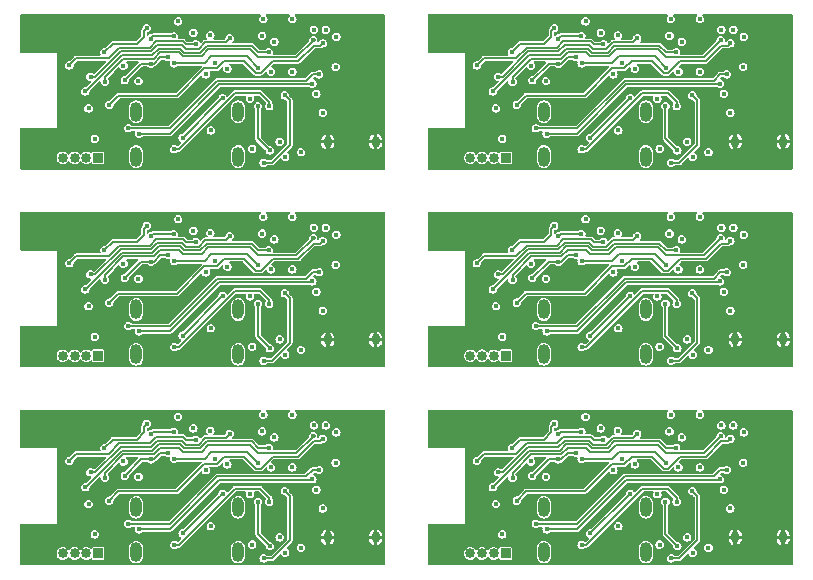
<source format=gbr>
%TF.GenerationSoftware,KiCad,Pcbnew,7.0.9-7.0.9~ubuntu22.04.1*%
%TF.CreationDate,2023-11-19T15:44:39-06:00*%
%TF.ProjectId,BT_PANELIZED,42545f50-414e-4454-9c49-5a45442e6b69,000*%
%TF.SameCoordinates,Original*%
%TF.FileFunction,Copper,L3,Inr*%
%TF.FilePolarity,Positive*%
%FSLAX46Y46*%
G04 Gerber Fmt 4.6, Leading zero omitted, Abs format (unit mm)*
G04 Created by KiCad (PCBNEW 7.0.9-7.0.9~ubuntu22.04.1) date 2023-11-19 15:44:39*
%MOMM*%
%LPD*%
G01*
G04 APERTURE LIST*
%TA.AperFunction,ComponentPad*%
%ADD10O,0.700000X0.950000*%
%TD*%
%TA.AperFunction,ComponentPad*%
%ADD11O,1.000000X1.700000*%
%TD*%
%TA.AperFunction,ComponentPad*%
%ADD12R,0.850000X0.850000*%
%TD*%
%TA.AperFunction,ComponentPad*%
%ADD13O,0.850000X0.850000*%
%TD*%
%TA.AperFunction,ViaPad*%
%ADD14C,0.400000*%
%TD*%
%TA.AperFunction,Conductor*%
%ADD15C,0.150000*%
%TD*%
%TA.AperFunction,Conductor*%
%ADD16C,0.300000*%
%TD*%
G04 APERTURE END LIST*
D10*
%TO.N,GND*%
%TO.C,SW1*%
X166165000Y-82530000D03*
X170215000Y-82530000D03*
%TD*%
%TO.N,GND*%
%TO.C,SW1*%
X131665000Y-82530000D03*
X135715000Y-82530000D03*
%TD*%
D11*
%TO.N,unconnected-(J1-SHIELD-PadS1)*%
%TO.C,J1*%
X115450000Y-79990000D03*
%TO.N,unconnected-(J1-SHIELD-PadS2)*%
X124090000Y-79990000D03*
%TO.N,unconnected-(J1-SHIELD-PadS3)*%
X124090000Y-83790000D03*
%TO.N,unconnected-(J1-SHIELD-PadS4)*%
X115450000Y-83790000D03*
%TD*%
D12*
%TO.N,V2.8*%
%TO.C,J3*%
X112230000Y-67150000D03*
D13*
%TO.N,RESET*%
X111230000Y-67150000D03*
%TO.N,SWDIO*%
X110230000Y-67150000D03*
%TO.N,SWDCLK*%
X109230000Y-67150000D03*
%TO.N,GND*%
X108230000Y-67150000D03*
%TD*%
D12*
%TO.N,V2.8*%
%TO.C,J3*%
X112230000Y-83900000D03*
D13*
%TO.N,RESET*%
X111230000Y-83900000D03*
%TO.N,SWDIO*%
X110230000Y-83900000D03*
%TO.N,SWDCLK*%
X109230000Y-83900000D03*
%TO.N,GND*%
X108230000Y-83900000D03*
%TD*%
D11*
%TO.N,unconnected-(J1-SHIELD-PadS1)*%
%TO.C,J1*%
X149950000Y-79990000D03*
%TO.N,unconnected-(J1-SHIELD-PadS2)*%
X158590000Y-79990000D03*
%TO.N,unconnected-(J1-SHIELD-PadS3)*%
X158590000Y-83790000D03*
%TO.N,unconnected-(J1-SHIELD-PadS4)*%
X149950000Y-83790000D03*
%TD*%
D10*
%TO.N,GND*%
%TO.C,SW1*%
X166165000Y-49030000D03*
X170215000Y-49030000D03*
%TD*%
D12*
%TO.N,V2.8*%
%TO.C,J3*%
X146730000Y-83900000D03*
D13*
%TO.N,RESET*%
X145730000Y-83900000D03*
%TO.N,SWDIO*%
X144730000Y-83900000D03*
%TO.N,SWDCLK*%
X143730000Y-83900000D03*
%TO.N,GND*%
X142730000Y-83900000D03*
%TD*%
D12*
%TO.N,V2.8*%
%TO.C,J3*%
X112230000Y-50400000D03*
D13*
%TO.N,RESET*%
X111230000Y-50400000D03*
%TO.N,SWDIO*%
X110230000Y-50400000D03*
%TO.N,SWDCLK*%
X109230000Y-50400000D03*
%TO.N,GND*%
X108230000Y-50400000D03*
%TD*%
D10*
%TO.N,GND*%
%TO.C,SW1*%
X131665000Y-49030000D03*
X135715000Y-49030000D03*
%TD*%
D11*
%TO.N,unconnected-(J1-SHIELD-PadS1)*%
%TO.C,J1*%
X115450000Y-63240000D03*
%TO.N,unconnected-(J1-SHIELD-PadS2)*%
X124090000Y-63240000D03*
%TO.N,unconnected-(J1-SHIELD-PadS3)*%
X124090000Y-67040000D03*
%TO.N,unconnected-(J1-SHIELD-PadS4)*%
X115450000Y-67040000D03*
%TD*%
D10*
%TO.N,GND*%
%TO.C,SW1*%
X166165000Y-65780000D03*
X170215000Y-65780000D03*
%TD*%
D11*
%TO.N,unconnected-(J1-SHIELD-PadS1)*%
%TO.C,J1*%
X149950000Y-46490000D03*
%TO.N,unconnected-(J1-SHIELD-PadS2)*%
X158590000Y-46490000D03*
%TO.N,unconnected-(J1-SHIELD-PadS3)*%
X158590000Y-50290000D03*
%TO.N,unconnected-(J1-SHIELD-PadS4)*%
X149950000Y-50290000D03*
%TD*%
%TO.N,unconnected-(J1-SHIELD-PadS1)*%
%TO.C,J1*%
X115450000Y-46490000D03*
%TO.N,unconnected-(J1-SHIELD-PadS2)*%
X124090000Y-46490000D03*
%TO.N,unconnected-(J1-SHIELD-PadS3)*%
X124090000Y-50290000D03*
%TO.N,unconnected-(J1-SHIELD-PadS4)*%
X115450000Y-50290000D03*
%TD*%
D12*
%TO.N,V2.8*%
%TO.C,J3*%
X146730000Y-67150000D03*
D13*
%TO.N,RESET*%
X145730000Y-67150000D03*
%TO.N,SWDIO*%
X144730000Y-67150000D03*
%TO.N,SWDCLK*%
X143730000Y-67150000D03*
%TO.N,GND*%
X142730000Y-67150000D03*
%TD*%
D11*
%TO.N,unconnected-(J1-SHIELD-PadS1)*%
%TO.C,J1*%
X149950000Y-63240000D03*
%TO.N,unconnected-(J1-SHIELD-PadS2)*%
X158590000Y-63240000D03*
%TO.N,unconnected-(J1-SHIELD-PadS3)*%
X158590000Y-67040000D03*
%TO.N,unconnected-(J1-SHIELD-PadS4)*%
X149950000Y-67040000D03*
%TD*%
D10*
%TO.N,GND*%
%TO.C,SW1*%
X131665000Y-65780000D03*
X135715000Y-65780000D03*
%TD*%
D12*
%TO.N,V2.8*%
%TO.C,J3*%
X146730000Y-50400000D03*
D13*
%TO.N,RESET*%
X145730000Y-50400000D03*
%TO.N,SWDIO*%
X144730000Y-50400000D03*
%TO.N,SWDCLK*%
X143730000Y-50400000D03*
%TO.N,GND*%
X142730000Y-50400000D03*
%TD*%
D14*
%TO.N,GND*%
X145280000Y-84630000D03*
X143240000Y-67920000D03*
X136290000Y-55290000D03*
X140440000Y-38560000D03*
X157010000Y-64400000D03*
X143700000Y-56600000D03*
X147600000Y-67880000D03*
X168580000Y-75470000D03*
X113209984Y-39060000D03*
X146490000Y-72100000D03*
X122510000Y-47650000D03*
X142370000Y-56980000D03*
X130715534Y-45614466D03*
X125050000Y-67780000D03*
X155120000Y-66150000D03*
X154420000Y-76850000D03*
X141777000Y-65030000D03*
X106040000Y-74580000D03*
X149689461Y-57050000D03*
X158250000Y-38650000D03*
X143240000Y-51170000D03*
X136290000Y-72040000D03*
X106700000Y-56980000D03*
X168580000Y-84650000D03*
X151530000Y-45690000D03*
X136300000Y-60090000D03*
X122810000Y-73460000D03*
X105870000Y-67880000D03*
X130715534Y-62364466D03*
X113820000Y-48070000D03*
X125099989Y-56840000D03*
X154040000Y-56860000D03*
X134080000Y-51150000D03*
X128100000Y-56820000D03*
X155810000Y-77780000D03*
X147709984Y-72560000D03*
X127570000Y-47890000D03*
X145280000Y-67880000D03*
X136300000Y-84650000D03*
X130939998Y-74980000D03*
X125050000Y-84530000D03*
X127560000Y-47030000D03*
X158980000Y-81190000D03*
X121310000Y-77780000D03*
X158980000Y-64440000D03*
X134070000Y-72040000D03*
X141900000Y-51140000D03*
X112210000Y-73350000D03*
X163520000Y-81050000D03*
X160920000Y-81420000D03*
X107277000Y-65030000D03*
X136270000Y-79650000D03*
X149689461Y-73800000D03*
X136300000Y-40870000D03*
X146710000Y-73350000D03*
X165320000Y-49600000D03*
X170800000Y-76840000D03*
X145280000Y-51130000D03*
X144720000Y-60790000D03*
X146830000Y-44700000D03*
X136300000Y-51150000D03*
X157360000Y-76840000D03*
X116430000Y-49670000D03*
X140540000Y-65030000D03*
X134070000Y-38540000D03*
X127560000Y-63780000D03*
X170800000Y-60090000D03*
X115730000Y-44650000D03*
X141777000Y-48280000D03*
X154040000Y-73610000D03*
X141200000Y-56980000D03*
X162060000Y-63780000D03*
X151530000Y-62440000D03*
X113209984Y-72560000D03*
X157310000Y-39960000D03*
X141777000Y-81780000D03*
X119540000Y-40110000D03*
X170790000Y-55290000D03*
X143000000Y-74580000D03*
X109200000Y-39850000D03*
X123750000Y-38650000D03*
X168570000Y-38540000D03*
X168570000Y-55290000D03*
X170800000Y-74370000D03*
X150700000Y-80960000D03*
X130820000Y-49600000D03*
X157010000Y-47650000D03*
X110240000Y-62050000D03*
X109200000Y-56600000D03*
X162600000Y-40070000D03*
X159599989Y-73590000D03*
X122860000Y-60090000D03*
X129020000Y-81050000D03*
X108420000Y-72060000D03*
X106700000Y-65670000D03*
X168580000Y-58720000D03*
X131910000Y-67900000D03*
X168580000Y-51150000D03*
X106700000Y-66940000D03*
X170800000Y-84650000D03*
X150230000Y-44650000D03*
X134080000Y-41970000D03*
X162060000Y-47030000D03*
X108500000Y-65000000D03*
X140540000Y-41080000D03*
X119920000Y-76850000D03*
X120620000Y-49400000D03*
X117800000Y-50740000D03*
X127560000Y-80530000D03*
X168580000Y-78240000D03*
X165320000Y-83100000D03*
X143995000Y-62730000D03*
X158250000Y-72150000D03*
X143000000Y-57830000D03*
X141200000Y-66940000D03*
X136300000Y-67900000D03*
X107400000Y-67890000D03*
X150230000Y-78150000D03*
X140540000Y-81780000D03*
X113100000Y-67880000D03*
X140440000Y-55310000D03*
X130715534Y-79114466D03*
X140440000Y-72060000D03*
X109495000Y-60175000D03*
X165215534Y-45614466D03*
X116200000Y-47460000D03*
X109495000Y-62730000D03*
X159550000Y-67780000D03*
X141200000Y-40230000D03*
X125050000Y-51030000D03*
X115730000Y-61400000D03*
X165215534Y-79114466D03*
X121950000Y-51030000D03*
X112330000Y-61450000D03*
X165215534Y-62364466D03*
X166410000Y-51150000D03*
X156450000Y-51030000D03*
X110240000Y-78800000D03*
X110220000Y-77540000D03*
X142370000Y-82420000D03*
X159550000Y-84530000D03*
X152300000Y-84240000D03*
X141200000Y-48920000D03*
X112330000Y-78200000D03*
X140370000Y-51130000D03*
X129730000Y-55270000D03*
X140540000Y-57830000D03*
X130820000Y-83100000D03*
X107277000Y-81780000D03*
X162070000Y-47890000D03*
X106700000Y-83690000D03*
X150700000Y-64210000D03*
X141200000Y-82420000D03*
X155810000Y-44280000D03*
X111990000Y-38600000D03*
X166410000Y-84650000D03*
X117800000Y-84240000D03*
X129730000Y-72020000D03*
X141200000Y-73730000D03*
X120620000Y-82900000D03*
X105940000Y-38560000D03*
X107277000Y-57830000D03*
X147600000Y-84630000D03*
X121310000Y-61030000D03*
X109400000Y-55380000D03*
X143900000Y-55380000D03*
X129020000Y-64300000D03*
X168580000Y-61490000D03*
X168580000Y-41970000D03*
X126370000Y-80520000D03*
X124480000Y-64440000D03*
X134080000Y-84650000D03*
X143000000Y-41080000D03*
X143995000Y-60175000D03*
X160920000Y-47920000D03*
X105940000Y-55310000D03*
X126420000Y-64670000D03*
X126370000Y-63770000D03*
X147709984Y-55810000D03*
X136270000Y-46150000D03*
X150930000Y-66420000D03*
X147709984Y-39060000D03*
X147600000Y-51130000D03*
X140370000Y-84630000D03*
X110240000Y-45300000D03*
X124480000Y-81190000D03*
X152300000Y-50740000D03*
X143995000Y-76925000D03*
X108500000Y-74580000D03*
X162070000Y-64640000D03*
X113820000Y-81570000D03*
X162060000Y-80530000D03*
X141200000Y-83690000D03*
X141200000Y-50190000D03*
X122810000Y-56710000D03*
X134080000Y-58720000D03*
X108500000Y-57830000D03*
X134080000Y-61490000D03*
X106700000Y-48920000D03*
X116430000Y-66420000D03*
X107870000Y-73730000D03*
X129540000Y-76780000D03*
X108740000Y-84670000D03*
X126370000Y-47020000D03*
X170800000Y-43340000D03*
X144720000Y-44040000D03*
X124480000Y-47690000D03*
X168580000Y-67900000D03*
X126420000Y-47920000D03*
X115189461Y-73800000D03*
X144740000Y-62050000D03*
X121950000Y-67780000D03*
X131910000Y-84650000D03*
X157310000Y-56710000D03*
X157010000Y-81150000D03*
X142370000Y-65670000D03*
X143000000Y-81750000D03*
X143995000Y-61450000D03*
X110780000Y-84630000D03*
X134080000Y-75470000D03*
X136300000Y-74370000D03*
X119920000Y-60100000D03*
X110780000Y-51130000D03*
X129020000Y-47550000D03*
X170770000Y-62900000D03*
X164230000Y-72020000D03*
X117800000Y-67490000D03*
X149689461Y-40300000D03*
X142370000Y-73730000D03*
X154420000Y-43350000D03*
X157360000Y-43340000D03*
X146710000Y-56600000D03*
X106700000Y-73730000D03*
X120188645Y-72060000D03*
X131910000Y-51150000D03*
X143240000Y-84670000D03*
X110220000Y-44040000D03*
X109495000Y-79480000D03*
X146830000Y-61450000D03*
X120188645Y-55310000D03*
X170800000Y-57620000D03*
X109495000Y-78200000D03*
X170790000Y-38540000D03*
X116200000Y-80960000D03*
X108500000Y-41080000D03*
X170770000Y-46150000D03*
X151530000Y-79190000D03*
X109200000Y-73350000D03*
X127570000Y-81390000D03*
X158980000Y-47690000D03*
X143995000Y-45980000D03*
X154420000Y-60100000D03*
X141777000Y-74580000D03*
X113100000Y-51130000D03*
X146830000Y-78200000D03*
X150700000Y-47460000D03*
X148320000Y-48070000D03*
X108420000Y-38560000D03*
X140540000Y-74580000D03*
X107277000Y-48280000D03*
X165439998Y-41480000D03*
X136300000Y-43340000D03*
X136270000Y-62900000D03*
X136300000Y-76840000D03*
X107400000Y-51140000D03*
X170770000Y-79650000D03*
X143700000Y-73350000D03*
X160870000Y-80520000D03*
X134080000Y-67900000D03*
X164040000Y-76780000D03*
X109495000Y-44700000D03*
X165439998Y-74980000D03*
X122510000Y-64400000D03*
X115730000Y-78150000D03*
X108740000Y-67920000D03*
X123750000Y-55400000D03*
X168570000Y-72040000D03*
X134080000Y-78240000D03*
X160870000Y-47020000D03*
X129540000Y-43280000D03*
X168580000Y-44740000D03*
X163520000Y-64300000D03*
X106040000Y-57830000D03*
X165439998Y-58230000D03*
X112330000Y-44700000D03*
X148320000Y-64820000D03*
X123750000Y-72150000D03*
X154040000Y-40110000D03*
X130939998Y-58230000D03*
X110780000Y-67880000D03*
X159599989Y-56840000D03*
X107870000Y-40230000D03*
X109495000Y-43425000D03*
X115189461Y-57050000D03*
X122510000Y-81150000D03*
X107870000Y-82420000D03*
X143700000Y-39850000D03*
X127570000Y-64640000D03*
X106700000Y-40230000D03*
X143000000Y-65000000D03*
X108500000Y-48250000D03*
X164230000Y-55270000D03*
X142370000Y-40230000D03*
X142920000Y-72060000D03*
X156450000Y-67780000D03*
X141200000Y-65670000D03*
X143995000Y-78200000D03*
X154688645Y-72060000D03*
X109495000Y-61450000D03*
X144720000Y-77540000D03*
X141900000Y-84640000D03*
X106040000Y-65030000D03*
X154688645Y-38560000D03*
X157360000Y-60090000D03*
X141777000Y-57830000D03*
X142920000Y-55310000D03*
X109400000Y-72130000D03*
X143900000Y-72130000D03*
X170790000Y-72040000D03*
X170800000Y-51150000D03*
X117030000Y-62440000D03*
X108740000Y-51170000D03*
X164040000Y-60030000D03*
X155120000Y-82900000D03*
X144740000Y-45300000D03*
X143000000Y-48250000D03*
X152300000Y-67490000D03*
X106040000Y-81780000D03*
X113820000Y-64820000D03*
X106700000Y-50190000D03*
X170800000Y-67900000D03*
X108420000Y-55310000D03*
X155120000Y-49400000D03*
X142370000Y-48920000D03*
X106700000Y-82420000D03*
X116430000Y-83170000D03*
X136300000Y-57620000D03*
X130939998Y-41480000D03*
X126420000Y-81420000D03*
X113100000Y-84630000D03*
X164230000Y-38520000D03*
X146490000Y-55350000D03*
X105870000Y-51130000D03*
X120620000Y-66150000D03*
X109495000Y-45980000D03*
X170800000Y-40870000D03*
X111990000Y-72100000D03*
X125099989Y-40090000D03*
X119540000Y-56860000D03*
X109495000Y-76925000D03*
X128100000Y-40070000D03*
X143995000Y-79480000D03*
X122860000Y-76840000D03*
X160920000Y-64670000D03*
X150230000Y-61400000D03*
X122810000Y-39960000D03*
X117030000Y-45690000D03*
X105940000Y-72060000D03*
X157310000Y-73460000D03*
X122860000Y-43340000D03*
X112210000Y-39850000D03*
X134070000Y-55290000D03*
X120188645Y-38560000D03*
X163520000Y-47550000D03*
X134080000Y-44740000D03*
X162600000Y-73570000D03*
X164040000Y-43280000D03*
X121950000Y-84530000D03*
X146490000Y-38600000D03*
X110220000Y-60790000D03*
X141777000Y-41080000D03*
X156450000Y-84530000D03*
X107870000Y-65670000D03*
X115189461Y-40300000D03*
X111990000Y-55350000D03*
X160870000Y-63770000D03*
X146710000Y-39850000D03*
X166410000Y-67900000D03*
X141900000Y-67890000D03*
X129540000Y-60030000D03*
X107870000Y-48920000D03*
X140370000Y-67880000D03*
X107277000Y-74580000D03*
X107400000Y-84640000D03*
X148320000Y-81570000D03*
X130820000Y-66350000D03*
X107277000Y-41080000D03*
X143995000Y-43425000D03*
X125099989Y-73590000D03*
X109400000Y-38630000D03*
X136290000Y-38540000D03*
X142920000Y-38560000D03*
X112210000Y-56600000D03*
X117030000Y-79190000D03*
X140540000Y-48280000D03*
X129730000Y-38520000D03*
X106040000Y-48280000D03*
X107870000Y-56980000D03*
X106040000Y-41080000D03*
X162600000Y-56820000D03*
X158250000Y-55400000D03*
X119920000Y-43350000D03*
X116200000Y-64210000D03*
X128100000Y-73570000D03*
X105870000Y-84630000D03*
X159550000Y-51030000D03*
X143995000Y-44700000D03*
X150930000Y-49670000D03*
X155810000Y-61030000D03*
X144740000Y-78800000D03*
X108500000Y-81750000D03*
X113209984Y-55810000D03*
X121310000Y-44280000D03*
X119540000Y-73610000D03*
X150930000Y-83170000D03*
X162070000Y-81390000D03*
X143900000Y-38630000D03*
X159599989Y-40090000D03*
X154688645Y-55310000D03*
X165320000Y-66350000D03*
%TO.N,EN*%
X116690000Y-57050000D03*
X116690000Y-40300000D03*
X151190000Y-73800000D03*
X118640000Y-56850002D03*
X118640000Y-40100002D03*
X151190000Y-40300000D03*
X153140000Y-40100002D03*
X116690000Y-73800000D03*
X153140000Y-73600002D03*
X151190000Y-57050000D03*
X118640000Y-73600002D03*
X153140000Y-56850002D03*
%TO.N,PS_HOLD*%
X116690000Y-42440000D03*
X118170000Y-41880000D03*
X148980000Y-60570000D03*
X114480000Y-60570000D03*
X116690000Y-59190000D03*
X114480000Y-77320000D03*
X151190000Y-75940000D03*
X152670000Y-41880000D03*
X114480000Y-43820000D03*
X151190000Y-42440000D03*
X118170000Y-75380000D03*
X148980000Y-43820000D03*
X152670000Y-58630000D03*
X148980000Y-77320000D03*
X118170000Y-58630000D03*
X152670000Y-75380000D03*
X116690000Y-75940000D03*
X151190000Y-59190000D03*
%TO.N,VUSB*%
X127590000Y-65780000D03*
X127140000Y-40560056D03*
X127140000Y-74060056D03*
X161640000Y-74060056D03*
X156269999Y-64829999D03*
X161640000Y-40560056D03*
X156269999Y-81579999D03*
X127590000Y-49030000D03*
X121769999Y-81579999D03*
X122100000Y-42379970D03*
X156269999Y-48079999D03*
X156600000Y-59129970D03*
X127140000Y-57310056D03*
X162090000Y-82530000D03*
X156600000Y-75879970D03*
X162090000Y-65780000D03*
X127590000Y-82530000D03*
X121769999Y-48079999D03*
X121769999Y-64829999D03*
X122100000Y-75879970D03*
X122100000Y-59129970D03*
X156600000Y-42379970D03*
X162090000Y-49030000D03*
X161640000Y-57310056D03*
%TO.N,VBATT*%
X128670000Y-38650000D03*
X161360000Y-76599998D03*
X121730000Y-40020000D03*
X163170000Y-59850000D03*
X156230000Y-56770000D03*
X163170000Y-76600000D03*
X156230000Y-40020000D03*
X163170000Y-72150000D03*
X163170000Y-43100000D03*
X161360000Y-59849998D03*
X128670000Y-72150000D03*
X121730000Y-56770000D03*
X128670000Y-59850000D03*
X121730000Y-73520000D03*
X126210000Y-38650000D03*
X160710000Y-55400000D03*
X161360000Y-43099998D03*
X128670000Y-55400000D03*
X126860000Y-76599998D03*
X163170000Y-38650000D03*
X128670000Y-76600000D03*
X163170000Y-55400000D03*
X128670000Y-43100000D03*
X126210000Y-55400000D03*
X126860000Y-59849998D03*
X160710000Y-38650000D03*
X160710000Y-72150000D03*
X126860000Y-43099998D03*
X156230000Y-73520000D03*
X126210000Y-72150000D03*
%TO.N,VBUS*%
X125080000Y-45380000D03*
X150140000Y-60650000D03*
X115640000Y-43900000D03*
X159580000Y-45380000D03*
X128066345Y-67069345D03*
X121350000Y-43339990D03*
X162566345Y-50319345D03*
X159760000Y-83140000D03*
X162566345Y-67069345D03*
X125260000Y-49640000D03*
X115640000Y-77400000D03*
X125080000Y-62130000D03*
X128066345Y-50319345D03*
X121350000Y-60089990D03*
X150140000Y-43900000D03*
X155850000Y-76839990D03*
X159580000Y-62130000D03*
X155850000Y-43339990D03*
X159760000Y-66390000D03*
X125080000Y-78880000D03*
X162566345Y-83819345D03*
X125260000Y-66390000D03*
X121350000Y-76839990D03*
X159760000Y-49640000D03*
X155850000Y-60089990D03*
X150140000Y-77400000D03*
X125260000Y-83140000D03*
X159580000Y-78880000D03*
X128066345Y-83819345D03*
X115640000Y-60650000D03*
%TO.N,V2.8*%
X166830003Y-42709997D03*
X148870000Y-76110000D03*
X132330003Y-42709997D03*
X154780000Y-56560000D03*
X130500000Y-39560000D03*
X160600000Y-73560000D03*
X153490000Y-55590000D03*
X120280000Y-39810000D03*
X130500000Y-56310000D03*
X165200000Y-78490000D03*
X160600000Y-40060000D03*
X166830003Y-59459997D03*
X132390000Y-73650000D03*
X111410000Y-46210000D03*
X131500000Y-39560000D03*
X166830003Y-76209997D03*
X132390000Y-40150000D03*
X130700000Y-44990000D03*
X145910000Y-62960000D03*
X166000000Y-73060000D03*
X118990000Y-55590000D03*
X131500000Y-56310000D03*
X114370000Y-76110000D03*
X120280000Y-73310000D03*
X120280000Y-56560000D03*
X145910000Y-79710000D03*
X145910000Y-46210000D03*
X165200000Y-44990000D03*
X166890000Y-40150000D03*
X118990000Y-38840000D03*
X131500000Y-73060000D03*
X126100000Y-56810000D03*
X132330003Y-59459997D03*
X114370000Y-42610000D03*
X148870000Y-59360000D03*
X130700000Y-61740000D03*
X165000000Y-73060000D03*
X118990000Y-72340000D03*
X160600000Y-56810000D03*
X165200000Y-61740000D03*
X166000000Y-39560000D03*
X153490000Y-38840000D03*
X166000000Y-56310000D03*
X153490000Y-72340000D03*
X114370000Y-59360000D03*
X132330003Y-76209997D03*
X111410000Y-79710000D03*
X148870000Y-42610000D03*
X166890000Y-56900000D03*
X154780000Y-39810000D03*
X130500000Y-73060000D03*
X132390000Y-56900000D03*
X154780000Y-73310000D03*
X165000000Y-56310000D03*
X166890000Y-73650000D03*
X165000000Y-39560000D03*
X126100000Y-40060000D03*
X126100000Y-73560000D03*
X111410000Y-62960000D03*
X130700000Y-78490000D03*
%TO.N,Net-(D2-K)*%
X123170000Y-76360000D03*
X163900000Y-66670000D03*
X129400000Y-66670000D03*
X163900000Y-49920000D03*
X129400000Y-49920000D03*
X123170000Y-42860000D03*
X163900000Y-83420000D03*
X157670000Y-76360000D03*
X157670000Y-42860000D03*
X123170000Y-59610000D03*
X157670000Y-59610000D03*
X129400000Y-83420000D03*
%TO.N,SCL*%
X130360000Y-60860002D03*
X150190000Y-81850000D03*
X164860000Y-60860002D03*
X130360000Y-44110002D03*
X115690000Y-48350000D03*
X164860000Y-77610002D03*
X150190000Y-65100000D03*
X150190000Y-48350000D03*
X115690000Y-65100000D03*
X115690000Y-81850000D03*
X130360000Y-77610002D03*
X164860000Y-44110002D03*
%TO.N,SDA*%
X149289538Y-81390000D03*
X165430000Y-43330000D03*
X130930000Y-76830000D03*
X114789538Y-81390000D03*
X165430000Y-60080000D03*
X165430000Y-76830000D03*
X149289538Y-64640000D03*
X114789538Y-47890000D03*
X149289538Y-47890000D03*
X114789538Y-64640000D03*
X130930000Y-60080000D03*
X130930000Y-43330000D03*
%TO.N,XSHUT1*%
X112810000Y-43970000D03*
X147310000Y-43970000D03*
X147310000Y-77470000D03*
X130430000Y-40460000D03*
X147310000Y-60720000D03*
X164930000Y-73960000D03*
X112810000Y-60720000D03*
X112810000Y-77470000D03*
X164930000Y-57210000D03*
X164930000Y-40460000D03*
X130430000Y-73960000D03*
X130430000Y-57210000D03*
%TO.N,XSHUT2*%
X131250000Y-40690000D03*
X113170000Y-62670000D03*
X147670000Y-62670000D03*
X165750000Y-57440000D03*
X165750000Y-74190000D03*
X131250000Y-57440000D03*
X113170000Y-45920000D03*
X147670000Y-79420000D03*
X113170000Y-79420000D03*
X131250000Y-74190000D03*
X165750000Y-40690000D03*
X147670000Y-45920000D03*
%TO.N,PB_OUT*%
X150840000Y-39409000D03*
X112755000Y-41480000D03*
X112755000Y-58230000D03*
X116340000Y-39409000D03*
X116340000Y-72909000D03*
X116340000Y-56159000D03*
X150840000Y-72909000D03*
X147255000Y-41480000D03*
X147255000Y-74980000D03*
X150840000Y-56159000D03*
X112755000Y-74980000D03*
X147255000Y-58230000D03*
%TO.N,BM*%
X119385001Y-48705001D03*
X157260000Y-78830000D03*
X153885001Y-82205001D03*
X157260000Y-45330000D03*
X119385001Y-82205001D03*
X122760000Y-45330000D03*
X153885001Y-65455001D03*
X153885001Y-48705001D03*
X122760000Y-78830000D03*
X119385001Y-65455001D03*
X122760000Y-62080000D03*
X157260000Y-62080000D03*
%TO.N,BM_EN*%
X123360000Y-57030000D03*
X146080000Y-77020000D03*
X146080000Y-43520000D03*
X111580000Y-43520000D03*
X123360000Y-73780000D03*
X146080000Y-60270000D03*
X157860000Y-57030000D03*
X111580000Y-77020000D03*
X157860000Y-40280000D03*
X123360000Y-40280000D03*
X157860000Y-73780000D03*
X111580000Y-60270000D03*
%TO.N,CHRG_STAT*%
X111150000Y-61530000D03*
X126665004Y-58210000D03*
X161165004Y-74960000D03*
X126665004Y-41460000D03*
X161165004Y-41460000D03*
X145650000Y-61530000D03*
X111150000Y-44780000D03*
X126665004Y-74960000D03*
X145650000Y-78280000D03*
X161165004Y-58210000D03*
X145650000Y-44780000D03*
X111150000Y-78280000D03*
%TO.N,PWR_ON*%
X111940000Y-48789998D03*
X126709970Y-79520000D03*
X111940000Y-82289998D03*
X126709970Y-46020000D03*
X118670000Y-49670000D03*
X153170000Y-49670000D03*
X161209970Y-62770000D03*
X126709970Y-62770000D03*
X153170000Y-83170000D03*
X153170000Y-66420000D03*
X146440000Y-65539998D03*
X161209970Y-79520000D03*
X118670000Y-66420000D03*
X146440000Y-82289998D03*
X146440000Y-48789998D03*
X111940000Y-65539998D03*
X161209970Y-46020000D03*
X118670000Y-83170000D03*
%TO.N,CHRG*%
X161270000Y-83270000D03*
X160260000Y-46020000D03*
X126770000Y-49770000D03*
X126770000Y-66520000D03*
X125760000Y-46020000D03*
X126770000Y-83270000D03*
X160260000Y-62770000D03*
X161270000Y-66520000D03*
X160260000Y-79520000D03*
X125760000Y-79520000D03*
X161270000Y-49770000D03*
X125760000Y-62770000D03*
%TO.N,Net-(U3-~{PB})*%
X118660000Y-59150000D03*
X131250000Y-46590000D03*
X165750000Y-80090000D03*
X118660000Y-42400000D03*
X153160000Y-59150000D03*
X131250000Y-80090000D03*
X165750000Y-46590000D03*
X160295034Y-59510055D03*
X153160000Y-75900000D03*
X160295034Y-42760055D03*
X131250000Y-63340000D03*
X153160000Y-42400000D03*
X125795034Y-42760055D03*
X165750000Y-63340000D03*
X125795034Y-76260055D03*
X125795034Y-59510055D03*
X118660000Y-75900000D03*
X160295034Y-76260055D03*
%TO.N,PROG*%
X160730000Y-67570000D03*
X160730000Y-50820000D03*
X160730000Y-84320000D03*
X126230000Y-84320000D03*
X126230000Y-67570000D03*
X128035000Y-78615000D03*
X128035000Y-45115000D03*
X162535000Y-78615000D03*
X162535000Y-61865000D03*
X126230000Y-50820000D03*
X128035000Y-61865000D03*
X162535000Y-45115000D03*
%TO.N,LED_EN*%
X155010000Y-74260000D03*
X109790000Y-76070000D03*
X144290000Y-76070000D03*
X109790000Y-42570000D03*
X155010000Y-57510000D03*
X109790000Y-59320000D03*
X120510000Y-57510000D03*
X120510000Y-40760000D03*
X144290000Y-59320000D03*
X155010000Y-40760000D03*
X120510000Y-74260000D03*
X144290000Y-42570000D03*
%TD*%
D15*
%TO.N,EN*%
X151190000Y-73800000D02*
X151400000Y-73590000D01*
X116900000Y-40090000D02*
X118629998Y-40090000D01*
X151400000Y-56840000D02*
X153129998Y-56840000D01*
X116900000Y-56840000D02*
X118629998Y-56840000D01*
X116690000Y-57050000D02*
X116900000Y-56840000D01*
X151190000Y-57050000D02*
X151400000Y-56840000D01*
X116690000Y-73800000D02*
X116900000Y-73590000D01*
X151400000Y-40090000D02*
X153129998Y-40090000D01*
X116900000Y-73590000D02*
X118629998Y-73590000D01*
X151400000Y-73590000D02*
X153129998Y-73590000D01*
X116690000Y-40300000D02*
X116900000Y-40090000D01*
X151190000Y-40300000D02*
X151400000Y-40090000D01*
%TO.N,PS_HOLD*%
X151430000Y-59180000D02*
X150370000Y-59180000D01*
X117480000Y-41880000D02*
X116930000Y-42430000D01*
X115870000Y-42430000D02*
X114480000Y-43820000D01*
X117480000Y-75380000D02*
X116930000Y-75930000D01*
X152665016Y-75380000D02*
X151980000Y-75380000D01*
X151430000Y-42430000D02*
X150370000Y-42430000D01*
X118165016Y-75380000D02*
X117480000Y-75380000D01*
X151980000Y-75380000D02*
X151430000Y-75930000D01*
X115870000Y-59180000D02*
X114480000Y-60570000D01*
X116930000Y-42430000D02*
X115870000Y-42430000D01*
X152665016Y-41880000D02*
X151980000Y-41880000D01*
X118165016Y-58630000D02*
X117480000Y-58630000D01*
X115870000Y-75930000D02*
X114480000Y-77320000D01*
X116930000Y-59180000D02*
X115870000Y-59180000D01*
X150370000Y-59180000D02*
X148980000Y-60570000D01*
X151980000Y-41880000D02*
X151430000Y-42430000D01*
X150370000Y-75930000D02*
X148980000Y-77320000D01*
X117480000Y-58630000D02*
X116930000Y-59180000D01*
X118165016Y-41880000D02*
X117480000Y-41880000D01*
X151980000Y-58630000D02*
X151430000Y-59180000D01*
X152665016Y-58630000D02*
X151980000Y-58630000D01*
X151430000Y-75930000D02*
X150370000Y-75930000D01*
X116930000Y-75930000D02*
X115870000Y-75930000D01*
X150370000Y-42430000D02*
X148980000Y-43820000D01*
%TO.N,SCL*%
X164790002Y-44180000D02*
X156950000Y-44180000D01*
X130360000Y-77610002D02*
X130290002Y-77680000D01*
X152780000Y-81850000D02*
X150190000Y-81850000D01*
X152780000Y-48350000D02*
X150190000Y-48350000D01*
X130290002Y-77680000D02*
X122450000Y-77680000D01*
X130290002Y-60930000D02*
X122450000Y-60930000D01*
X156950000Y-77680000D02*
X152780000Y-81850000D01*
X164860000Y-44110002D02*
X164790002Y-44180000D01*
X118280000Y-81850000D02*
X115690000Y-81850000D01*
X152780000Y-65100000D02*
X150190000Y-65100000D01*
X118280000Y-65100000D02*
X115690000Y-65100000D01*
X156950000Y-44180000D02*
X152780000Y-48350000D01*
X130360000Y-44110002D02*
X130290002Y-44180000D01*
X164790002Y-60930000D02*
X156950000Y-60930000D01*
X122450000Y-60930000D02*
X118280000Y-65100000D01*
X164860000Y-77610002D02*
X164790002Y-77680000D01*
X164790002Y-77680000D02*
X156950000Y-77680000D01*
X130290002Y-44180000D02*
X122450000Y-44180000D01*
X164860000Y-60860002D02*
X164790002Y-60930000D01*
X122450000Y-77680000D02*
X118280000Y-81850000D01*
X156950000Y-60930000D02*
X152780000Y-65100000D01*
X122450000Y-44180000D02*
X118280000Y-48350000D01*
X118280000Y-48350000D02*
X115690000Y-48350000D01*
X130360000Y-60860002D02*
X130290002Y-60930000D01*
%TO.N,SDA*%
X130390998Y-60080000D02*
X130930000Y-60080000D01*
X149289538Y-64666868D02*
X152788854Y-64666868D01*
X164890998Y-76830000D02*
X165430000Y-76830000D01*
X152788854Y-64666868D02*
X156825732Y-60629989D01*
X122325732Y-60629989D02*
X129841009Y-60629989D01*
X149289538Y-47916868D02*
X152788854Y-47916868D01*
X156825732Y-43879989D02*
X164341009Y-43879989D01*
X118288854Y-64666868D02*
X122325732Y-60629989D01*
X156825732Y-77379989D02*
X164341009Y-77379989D01*
X118288854Y-81416868D02*
X122325732Y-77379989D01*
X129841009Y-43879989D02*
X130390998Y-43330000D01*
X118288854Y-47916868D02*
X122325732Y-43879989D01*
X152788854Y-47916868D02*
X156825732Y-43879989D01*
X130390998Y-76830000D02*
X130930000Y-76830000D01*
X164890998Y-60080000D02*
X165430000Y-60080000D01*
X129841009Y-77379989D02*
X130390998Y-76830000D01*
X114789538Y-47916868D02*
X118288854Y-47916868D01*
X130390998Y-43330000D02*
X130930000Y-43330000D01*
X122325732Y-77379989D02*
X129841009Y-77379989D01*
X152788854Y-81416868D02*
X156825732Y-77379989D01*
X114789538Y-64666868D02*
X118288854Y-64666868D01*
X129841009Y-60629989D02*
X130390998Y-60080000D01*
X149289538Y-81416868D02*
X152788854Y-81416868D01*
X114789538Y-81416868D02*
X118288854Y-81416868D01*
X122325732Y-43879989D02*
X129841009Y-43879989D01*
X164890998Y-43330000D02*
X165430000Y-43330000D01*
X164341009Y-43879989D02*
X164890998Y-43330000D01*
X156825732Y-60629989D02*
X164341009Y-60629989D01*
X164341009Y-60629989D02*
X164890998Y-60080000D01*
X164341009Y-77379989D02*
X164890998Y-76830000D01*
%TO.N,XSHUT1*%
X125101296Y-41211296D02*
X125785003Y-41895003D01*
X112810000Y-60308557D02*
X114363547Y-58755010D01*
X114363547Y-75505010D02*
X116924990Y-75505010D01*
X117484965Y-58195035D02*
X119053214Y-58195035D01*
X125101296Y-57961296D02*
X125785003Y-58645003D01*
X112810000Y-77058557D02*
X114363547Y-75505010D01*
D16*
X164969996Y-73940000D02*
X164970000Y-73940004D01*
X130470000Y-73940004D02*
X130470000Y-73940010D01*
D15*
X119053214Y-58195035D02*
X119398156Y-58539978D01*
X129015007Y-58645003D02*
X130470000Y-57190010D01*
X112810000Y-60720000D02*
X112810000Y-60308557D01*
X112810000Y-43558557D02*
X114363547Y-42005010D01*
X117484965Y-41445035D02*
X119053214Y-41445035D01*
X151424990Y-58755010D02*
X151984965Y-58195035D01*
D16*
X164969996Y-57190000D02*
X164970000Y-57190004D01*
D15*
X160285003Y-41895003D02*
X163515007Y-41895003D01*
X153898156Y-41789978D02*
X155477210Y-41789978D01*
X116924990Y-58755010D02*
X117484965Y-58195035D01*
X117484965Y-74945035D02*
X119053214Y-74945035D01*
X129015007Y-41895003D02*
X130470000Y-40440010D01*
D16*
X130469996Y-57190000D02*
X130470000Y-57190004D01*
X130469996Y-73940000D02*
X130470000Y-73940004D01*
D15*
X121555892Y-41211296D02*
X125101296Y-41211296D01*
X121555892Y-74711296D02*
X125101296Y-74711296D01*
X125785003Y-41895003D02*
X129015007Y-41895003D01*
X151984965Y-58195035D02*
X153553214Y-58195035D01*
D16*
X164970000Y-40440004D02*
X164970000Y-40440010D01*
D15*
X159601296Y-74711296D02*
X160285003Y-75395003D01*
X151424990Y-42005010D02*
X151984965Y-41445035D01*
D16*
X130469996Y-40440000D02*
X130470000Y-40440004D01*
D15*
X119398156Y-58539978D02*
X120977210Y-58539978D01*
X163515007Y-58645003D02*
X164970000Y-57190010D01*
X153898156Y-58539978D02*
X155477210Y-58539978D01*
X119053214Y-74945035D02*
X119398156Y-75289978D01*
X148863547Y-58755010D02*
X151424990Y-58755010D01*
X129015007Y-75395003D02*
X130470000Y-73940010D01*
X153553214Y-74945035D02*
X153898156Y-75289978D01*
X151984965Y-74945035D02*
X153553214Y-74945035D01*
X156055892Y-41211296D02*
X159601296Y-41211296D01*
D16*
X164970000Y-73940004D02*
X164970000Y-73940010D01*
D15*
X125785003Y-75395003D02*
X129015007Y-75395003D01*
X147310000Y-43558557D02*
X148863547Y-42005010D01*
X153553214Y-41445035D02*
X153898156Y-41789978D01*
X147310000Y-60308557D02*
X148863547Y-58755010D01*
X155477210Y-41789978D02*
X156055892Y-41211296D01*
X114363547Y-58755010D02*
X116924990Y-58755010D01*
X112810000Y-77470000D02*
X112810000Y-77058557D01*
X155477210Y-58539978D02*
X156055892Y-57961296D01*
X120977210Y-41789978D02*
X121555892Y-41211296D01*
X147310000Y-77058557D02*
X148863547Y-75505010D01*
X120977210Y-58539978D02*
X121555892Y-57961296D01*
X155477210Y-75289978D02*
X156055892Y-74711296D01*
X153898156Y-75289978D02*
X155477210Y-75289978D01*
X153553214Y-58195035D02*
X153898156Y-58539978D01*
X148863547Y-42005010D02*
X151424990Y-42005010D01*
X147310000Y-77470000D02*
X147310000Y-77058557D01*
D16*
X130470000Y-57190004D02*
X130470000Y-57190010D01*
D15*
X156055892Y-57961296D02*
X159601296Y-57961296D01*
X121555892Y-57961296D02*
X125101296Y-57961296D01*
X119398156Y-41789978D02*
X120977210Y-41789978D01*
X147310000Y-43970000D02*
X147310000Y-43558557D01*
X125101296Y-74711296D02*
X125785003Y-75395003D01*
X159601296Y-41211296D02*
X160285003Y-41895003D01*
X163515007Y-41895003D02*
X164970000Y-40440010D01*
X160285003Y-58645003D02*
X163515007Y-58645003D01*
X151424990Y-75505010D02*
X151984965Y-74945035D01*
D16*
X130470000Y-40440004D02*
X130470000Y-40440010D01*
X164969996Y-40440000D02*
X164970000Y-40440004D01*
D15*
X112810000Y-43970000D02*
X112810000Y-43558557D01*
X119398156Y-75289978D02*
X120977210Y-75289978D01*
X163515007Y-75395003D02*
X164970000Y-73940010D01*
D16*
X164970000Y-57190004D02*
X164970000Y-57190010D01*
D15*
X120977210Y-75289978D02*
X121555892Y-74711296D01*
X114363547Y-42005010D02*
X116924990Y-42005010D01*
X116924990Y-75505010D02*
X117484965Y-74945035D01*
X116924990Y-42005010D02*
X117484965Y-41445035D01*
X160285003Y-75395003D02*
X163515007Y-75395003D01*
X151984965Y-41445035D02*
X153553214Y-41445035D01*
X147310000Y-60720000D02*
X147310000Y-60308557D01*
X148863547Y-75505010D02*
X151424990Y-75505010D01*
X159601296Y-57961296D02*
X160285003Y-58645003D01*
X119053214Y-41445035D02*
X119398156Y-41789978D01*
X125785003Y-58645003D02*
X129015007Y-58645003D01*
X156055892Y-74711296D02*
X159601296Y-74711296D01*
%TO.N,XSHUT2*%
X122286397Y-59579970D02*
X122922794Y-58943573D01*
X163683565Y-42195014D02*
X164968579Y-40910000D01*
X125981431Y-76710055D02*
X126996472Y-75695014D01*
X122922794Y-42193573D02*
X124592155Y-42193573D01*
X160108637Y-43210055D02*
X160481431Y-43210055D01*
X165530000Y-74410000D02*
X165750000Y-74190000D01*
X148447935Y-61892065D02*
X153408209Y-61892065D01*
X126996472Y-42195014D02*
X129183565Y-42195014D01*
X122286397Y-42829970D02*
X122922794Y-42193573D01*
X113947935Y-61892065D02*
X118908209Y-61892065D01*
X155720304Y-59579970D02*
X156786397Y-59579970D01*
X155720304Y-42829970D02*
X156786397Y-42829970D01*
X118908209Y-61892065D02*
X121220304Y-59579970D01*
X130468579Y-40910000D02*
X131030000Y-40910000D01*
X121220304Y-42829970D02*
X122286397Y-42829970D01*
X157422794Y-42193573D02*
X159092155Y-42193573D01*
X153408209Y-45142065D02*
X155720304Y-42829970D01*
X118908209Y-78642065D02*
X121220304Y-76329970D01*
X113170000Y-62670000D02*
X113947935Y-61892065D01*
X121220304Y-59579970D02*
X122286397Y-59579970D01*
X113170000Y-79420000D02*
X113947935Y-78642065D01*
X161496472Y-58945014D02*
X163683565Y-58945014D01*
X125981431Y-43210055D02*
X126996472Y-42195014D01*
X129183565Y-75695014D02*
X130468579Y-74410000D01*
X156786397Y-59579970D02*
X157422794Y-58943573D01*
X160481431Y-59960055D02*
X161496472Y-58945014D01*
X157422794Y-75693573D02*
X159092155Y-75693573D01*
X113947935Y-45142065D02*
X118908209Y-45142065D01*
X125608637Y-59960055D02*
X125981431Y-59960055D01*
X155720304Y-76329970D02*
X156786397Y-76329970D01*
X122922794Y-75693573D02*
X124592155Y-75693573D01*
X118908209Y-45142065D02*
X121220304Y-42829970D01*
X122286397Y-76329970D02*
X122922794Y-75693573D01*
X148447935Y-45142065D02*
X153408209Y-45142065D01*
X129183565Y-42195014D02*
X130468579Y-40910000D01*
X126996472Y-58945014D02*
X129183565Y-58945014D01*
X124592155Y-42193573D02*
X125608637Y-43210055D01*
X113170000Y-45920000D02*
X113947935Y-45142065D01*
X113947935Y-78642065D02*
X118908209Y-78642065D01*
X153408209Y-61892065D02*
X155720304Y-59579970D01*
X147670000Y-79420000D02*
X148447935Y-78642065D01*
X160108637Y-76710055D02*
X160481431Y-76710055D01*
X159092155Y-75693573D02*
X160108637Y-76710055D01*
X147670000Y-45920000D02*
X148447935Y-45142065D01*
X125608637Y-43210055D02*
X125981431Y-43210055D01*
X126996472Y-75695014D02*
X129183565Y-75695014D01*
X160481431Y-76710055D02*
X161496472Y-75695014D01*
X130468579Y-74410000D02*
X131030000Y-74410000D01*
X165530000Y-40910000D02*
X165750000Y-40690000D01*
X153408209Y-78642065D02*
X155720304Y-76329970D01*
X130468579Y-57660000D02*
X131030000Y-57660000D01*
X159092155Y-58943573D02*
X160108637Y-59960055D01*
X125981431Y-59960055D02*
X126996472Y-58945014D01*
X160108637Y-59960055D02*
X160481431Y-59960055D01*
X160481431Y-43210055D02*
X161496472Y-42195014D01*
X131030000Y-57660000D02*
X131250000Y-57440000D01*
X131030000Y-40910000D02*
X131250000Y-40690000D01*
X156786397Y-42829970D02*
X157422794Y-42193573D01*
X163683565Y-75695014D02*
X164968579Y-74410000D01*
X156786397Y-76329970D02*
X157422794Y-75693573D01*
X122922794Y-58943573D02*
X124592155Y-58943573D01*
X161496472Y-75695014D02*
X163683565Y-75695014D01*
X159092155Y-42193573D02*
X160108637Y-43210055D01*
X124592155Y-58943573D02*
X125608637Y-59960055D01*
X164968579Y-57660000D02*
X165530000Y-57660000D01*
X131030000Y-74410000D02*
X131250000Y-74190000D01*
X164968579Y-74410000D02*
X165530000Y-74410000D01*
X124592155Y-75693573D02*
X125608637Y-76710055D01*
X163683565Y-58945014D02*
X164968579Y-57660000D01*
X129183565Y-58945014D02*
X130468579Y-57660000D01*
X125608637Y-76710055D02*
X125981431Y-76710055D01*
X121220304Y-76329970D02*
X122286397Y-76329970D01*
X164968579Y-40910000D02*
X165530000Y-40910000D01*
X148447935Y-78642065D02*
X153408209Y-78642065D01*
X147670000Y-62670000D02*
X148447935Y-61892065D01*
X157422794Y-58943573D02*
X159092155Y-58943573D01*
X165530000Y-57660000D02*
X165750000Y-57440000D01*
X161496472Y-42195014D02*
X163683565Y-42195014D01*
%TO.N,PB_OUT*%
X116100000Y-73650000D02*
X116100000Y-73149000D01*
X147970000Y-40765000D02*
X149985000Y-40765000D01*
X147255000Y-41480000D02*
X147970000Y-40765000D01*
X149985000Y-40765000D02*
X150600000Y-40150000D01*
X116100000Y-39649000D02*
X116340000Y-39409000D01*
X147255000Y-58230000D02*
X147970000Y-57515000D01*
X147970000Y-74265000D02*
X149985000Y-74265000D01*
X116100000Y-40150000D02*
X116100000Y-39649000D01*
X116100000Y-73149000D02*
X116340000Y-72909000D01*
X150600000Y-56900000D02*
X150600000Y-56399000D01*
X112755000Y-74980000D02*
X113470000Y-74265000D01*
X113470000Y-57515000D02*
X115485000Y-57515000D01*
X115485000Y-40765000D02*
X116100000Y-40150000D01*
X115485000Y-74265000D02*
X116100000Y-73650000D01*
X113470000Y-40765000D02*
X115485000Y-40765000D01*
X150600000Y-39649000D02*
X150840000Y-39409000D01*
X147255000Y-74980000D02*
X147970000Y-74265000D01*
X115485000Y-57515000D02*
X116100000Y-56900000D01*
X112755000Y-58230000D02*
X113470000Y-57515000D01*
X149985000Y-74265000D02*
X150600000Y-73650000D01*
X147970000Y-57515000D02*
X149985000Y-57515000D01*
X112755000Y-41480000D02*
X113470000Y-40765000D01*
X150600000Y-56399000D02*
X150840000Y-56159000D01*
X149985000Y-57515000D02*
X150600000Y-56900000D01*
X113470000Y-74265000D02*
X115485000Y-74265000D01*
X116100000Y-56399000D02*
X116340000Y-56159000D01*
X150600000Y-40150000D02*
X150600000Y-39649000D01*
X150600000Y-73149000D02*
X150840000Y-72909000D01*
X150600000Y-73650000D02*
X150600000Y-73149000D01*
X116100000Y-56900000D02*
X116100000Y-56399000D01*
%TO.N,BM*%
X122560001Y-45530001D02*
X119385001Y-48705001D01*
X122760000Y-45330000D02*
X122560001Y-45530001D01*
X122760000Y-78830000D02*
X122560001Y-79030001D01*
X122760000Y-62080000D02*
X122560001Y-62280001D01*
X122560001Y-62280001D02*
X119385001Y-65455001D01*
X157060001Y-79030001D02*
X153885001Y-82205001D01*
X157260000Y-62080000D02*
X157060001Y-62280001D01*
X157060001Y-62280001D02*
X153885001Y-65455001D01*
X157260000Y-78830000D02*
X157060001Y-79030001D01*
X157260000Y-45330000D02*
X157060001Y-45530001D01*
X157060001Y-45530001D02*
X153885001Y-48705001D01*
X122560001Y-79030001D02*
X119385001Y-82205001D01*
%TO.N,BM_EN*%
X116698612Y-58132860D02*
X117236459Y-57595013D01*
X157528726Y-74111274D02*
X157860000Y-73780000D01*
X151198612Y-41382860D02*
X151736459Y-40845013D01*
X153801750Y-40845013D02*
X154146692Y-41189956D01*
X146500000Y-60270000D02*
X148637140Y-58132860D01*
X119301750Y-57595013D02*
X119646692Y-57939956D01*
X148637140Y-41382860D02*
X151198612Y-41382860D01*
X121307356Y-74111274D02*
X123028726Y-74111274D01*
X116698612Y-41382860D02*
X117236459Y-40845013D01*
X119646692Y-57939956D02*
X120728674Y-57939956D01*
X148637140Y-58132860D02*
X151198612Y-58132860D01*
X155807356Y-74111274D02*
X157528726Y-74111274D01*
X120728674Y-57939956D02*
X121307356Y-57361274D01*
X151198612Y-58132860D02*
X151736459Y-57595013D01*
X146080000Y-60270000D02*
X146500000Y-60270000D01*
X112000000Y-43520000D02*
X114137140Y-41382860D01*
X151198612Y-74882860D02*
X151736459Y-74345013D01*
X146080000Y-43520000D02*
X146500000Y-43520000D01*
X154146692Y-57939956D02*
X155228674Y-57939956D01*
X151736459Y-57595013D02*
X153801750Y-57595013D01*
X114137140Y-74882860D02*
X116698612Y-74882860D01*
X155228674Y-57939956D02*
X155807356Y-57361274D01*
X114137140Y-41382860D02*
X116698612Y-41382860D01*
X117236459Y-57595013D02*
X119301750Y-57595013D01*
X117236459Y-40845013D02*
X119301750Y-40845013D01*
X120728674Y-74689956D02*
X121307356Y-74111274D01*
X155228674Y-74689956D02*
X155807356Y-74111274D01*
X120728674Y-41189956D02*
X121307356Y-40611274D01*
X148637140Y-74882860D02*
X151198612Y-74882860D01*
X111580000Y-77020000D02*
X112000000Y-77020000D01*
X154146692Y-74689956D02*
X155228674Y-74689956D01*
X119646692Y-74689956D02*
X120728674Y-74689956D01*
X157528726Y-57361274D02*
X157860000Y-57030000D01*
X116698612Y-74882860D02*
X117236459Y-74345013D01*
X146500000Y-77020000D02*
X148637140Y-74882860D01*
X117236459Y-74345013D02*
X119301750Y-74345013D01*
X151736459Y-40845013D02*
X153801750Y-40845013D01*
X146080000Y-77020000D02*
X146500000Y-77020000D01*
X119646692Y-41189956D02*
X120728674Y-41189956D01*
X121307356Y-40611274D02*
X123028726Y-40611274D01*
X123028726Y-74111274D02*
X123360000Y-73780000D01*
X119301750Y-40845013D02*
X119646692Y-41189956D01*
X151736459Y-74345013D02*
X153801750Y-74345013D01*
X123028726Y-40611274D02*
X123360000Y-40280000D01*
X146500000Y-43520000D02*
X148637140Y-41382860D01*
X119301750Y-74345013D02*
X119646692Y-74689956D01*
X112000000Y-60270000D02*
X114137140Y-58132860D01*
X153801750Y-57595013D02*
X154146692Y-57939956D01*
X121307356Y-57361274D02*
X123028726Y-57361274D01*
X153801750Y-74345013D02*
X154146692Y-74689956D01*
X123028726Y-57361274D02*
X123360000Y-57030000D01*
X154146692Y-41189956D02*
X155228674Y-41189956D01*
X155807356Y-40611274D02*
X157528726Y-40611274D01*
X155228674Y-41189956D02*
X155807356Y-40611274D01*
X114137140Y-58132860D02*
X116698612Y-58132860D01*
X112000000Y-77020000D02*
X114137140Y-74882860D01*
X157528726Y-40611274D02*
X157860000Y-40280000D01*
X111580000Y-60270000D02*
X112000000Y-60270000D01*
X155807356Y-57361274D02*
X157528726Y-57361274D01*
X111580000Y-43520000D02*
X112000000Y-43520000D01*
%TO.N,CHRG_STAT*%
X125789993Y-41469993D02*
X126665004Y-41469993D01*
X154022424Y-41489967D02*
X155352942Y-41489967D01*
X145650000Y-44780000D02*
X145664278Y-44780000D01*
X116800737Y-41704999D02*
X117360712Y-41145024D01*
X148739279Y-58454999D02*
X151300737Y-58454999D01*
X148739279Y-41704999D02*
X151300737Y-41704999D01*
X148739279Y-75204999D02*
X151300737Y-75204999D01*
X160289993Y-74969993D02*
X161165004Y-74969993D01*
X145664278Y-61530000D02*
X148739279Y-58454999D01*
X117360712Y-57895024D02*
X119177482Y-57895024D01*
X119522424Y-74989967D02*
X120852942Y-74989967D01*
X111150000Y-78280000D02*
X111164278Y-78280000D01*
X159731285Y-40911285D02*
X160289993Y-41469993D01*
X145664278Y-44780000D02*
X148739279Y-41704999D01*
X155931624Y-57661285D02*
X159731285Y-57661285D01*
X160289993Y-58219993D02*
X161165004Y-58219993D01*
X121431624Y-74411285D02*
X125231285Y-74411285D01*
X159731285Y-57661285D02*
X160289993Y-58219993D01*
X151860712Y-74645024D02*
X153677482Y-74645024D01*
X125231285Y-40911285D02*
X125789993Y-41469993D01*
X125789993Y-74969993D02*
X126665004Y-74969993D01*
X155352942Y-41489967D02*
X155931624Y-40911285D01*
X145650000Y-78280000D02*
X145664278Y-78280000D01*
X116800737Y-75204999D02*
X117360712Y-74645024D01*
X117360712Y-41145024D02*
X119177482Y-41145024D01*
X114239279Y-75204999D02*
X116800737Y-75204999D01*
X119177482Y-41145024D02*
X119522424Y-41489967D01*
X111164278Y-44780000D02*
X114239279Y-41704999D01*
X117360712Y-74645024D02*
X119177482Y-74645024D01*
X155352942Y-58239967D02*
X155931624Y-57661285D01*
X111164278Y-61530000D02*
X114239279Y-58454999D01*
X119522424Y-58239967D02*
X120852942Y-58239967D01*
X121431624Y-40911285D02*
X125231285Y-40911285D01*
X145664278Y-78280000D02*
X148739279Y-75204999D01*
X119177482Y-57895024D02*
X119522424Y-58239967D01*
X121431624Y-57661285D02*
X125231285Y-57661285D01*
X160289993Y-41469993D02*
X161165004Y-41469993D01*
X151300737Y-58454999D02*
X151860712Y-57895024D01*
X155931624Y-74411285D02*
X159731285Y-74411285D01*
X159731285Y-74411285D02*
X160289993Y-74969993D01*
X119522424Y-41489967D02*
X120852942Y-41489967D01*
X120852942Y-58239967D02*
X121431624Y-57661285D01*
X120852942Y-41489967D02*
X121431624Y-40911285D01*
X154022424Y-58239967D02*
X155352942Y-58239967D01*
X151300737Y-75204999D02*
X151860712Y-74645024D01*
X125231285Y-74411285D02*
X125789993Y-74969993D01*
X153677482Y-41145024D02*
X154022424Y-41489967D01*
X125789993Y-58219993D02*
X126665004Y-58219993D01*
X111150000Y-44780000D02*
X111164278Y-44780000D01*
X114239279Y-41704999D02*
X116800737Y-41704999D01*
X114239279Y-58454999D02*
X116800737Y-58454999D01*
X155931624Y-40911285D02*
X159731285Y-40911285D01*
X111150000Y-61530000D02*
X111164278Y-61530000D01*
X154022424Y-74989967D02*
X155352942Y-74989967D01*
X155352942Y-74989967D02*
X155931624Y-74411285D01*
X111164278Y-78280000D02*
X114239279Y-75204999D01*
X151860712Y-57895024D02*
X153677482Y-57895024D01*
X116800737Y-58454999D02*
X117360712Y-57895024D01*
X125231285Y-57661285D02*
X125789993Y-58219993D01*
X145650000Y-61530000D02*
X145664278Y-61530000D01*
X119177482Y-74645024D02*
X119522424Y-74989967D01*
X120852942Y-74989967D02*
X121431624Y-74411285D01*
X153677482Y-57895024D02*
X154022424Y-58239967D01*
X151860712Y-41145024D02*
X153677482Y-41145024D01*
X151300737Y-41704999D02*
X151860712Y-41145024D01*
X153677482Y-74645024D02*
X154022424Y-74989967D01*
%TO.N,PWR_ON*%
X126709970Y-62439970D02*
X125944997Y-61674997D01*
X123801402Y-78424997D02*
X119056399Y-83170000D01*
X126709970Y-62770000D02*
X126709970Y-62439970D01*
X125944997Y-78424997D02*
X123801402Y-78424997D01*
X119056399Y-66420000D02*
X118670000Y-66420000D01*
X160444997Y-78424997D02*
X158301402Y-78424997D01*
X158301402Y-78424997D02*
X153556399Y-83170000D01*
X161209970Y-62770000D02*
X161209970Y-62439970D01*
X161209970Y-46020000D02*
X161209970Y-45689970D01*
X161209970Y-79520000D02*
X161209970Y-79189970D01*
X119056399Y-83170000D02*
X118670000Y-83170000D01*
X158301402Y-61674997D02*
X153556399Y-66420000D01*
X126709970Y-79520000D02*
X126709970Y-79189970D01*
X160444997Y-61674997D02*
X158301402Y-61674997D01*
X161209970Y-79189970D02*
X160444997Y-78424997D01*
X153556399Y-66420000D02*
X153170000Y-66420000D01*
X123801402Y-44924997D02*
X119056399Y-49670000D01*
X160444997Y-44924997D02*
X158301402Y-44924997D01*
X123801402Y-61674997D02*
X119056399Y-66420000D01*
X119056399Y-49670000D02*
X118670000Y-49670000D01*
X161209970Y-62439970D02*
X160444997Y-61674997D01*
X126709970Y-79189970D02*
X125944997Y-78424997D01*
X153556399Y-83170000D02*
X153170000Y-83170000D01*
X126709970Y-46020000D02*
X126709970Y-45689970D01*
X126709970Y-45689970D02*
X125944997Y-44924997D01*
X125944997Y-44924997D02*
X123801402Y-44924997D01*
X161209970Y-45689970D02*
X160444997Y-44924997D01*
X158301402Y-44924997D02*
X153556399Y-49670000D01*
X125944997Y-61674997D02*
X123801402Y-61674997D01*
X153556399Y-49670000D02*
X153170000Y-49670000D01*
%TO.N,CHRG*%
X160260000Y-65510000D02*
X161270000Y-66520000D01*
X125760000Y-79520000D02*
X125760000Y-82260000D01*
X125760000Y-65510000D02*
X126770000Y-66520000D01*
X160260000Y-82260000D02*
X161270000Y-83270000D01*
X125760000Y-46020000D02*
X125760000Y-48760000D01*
X160260000Y-79520000D02*
X160260000Y-82260000D01*
X160260000Y-62770000D02*
X160260000Y-65510000D01*
X125760000Y-48760000D02*
X126770000Y-49770000D01*
X160260000Y-46020000D02*
X160260000Y-48760000D01*
X125760000Y-62770000D02*
X125760000Y-65510000D01*
X160260000Y-48760000D02*
X161270000Y-49770000D01*
X125760000Y-82260000D02*
X126770000Y-83270000D01*
%TO.N,Net-(U3-~{PB})*%
X160295034Y-59510055D02*
X159346297Y-58561318D01*
X124846297Y-75311318D02*
X121814692Y-75311318D01*
X155736010Y-59140000D02*
X153169988Y-59140000D01*
X156314692Y-75311318D02*
X155736010Y-75890000D01*
X160295034Y-42760055D02*
X159346297Y-41811318D01*
X121236010Y-59140000D02*
X118669988Y-59140000D01*
X121236010Y-75890000D02*
X118669988Y-75890000D01*
X121236010Y-42390000D02*
X118669988Y-42390000D01*
X121814692Y-75311318D02*
X121236010Y-75890000D01*
X124846297Y-58561318D02*
X121814692Y-58561318D01*
X124846297Y-41811318D02*
X121814692Y-41811318D01*
X155736010Y-42390000D02*
X153169988Y-42390000D01*
X159346297Y-41811318D02*
X156314692Y-41811318D01*
X160295034Y-76260055D02*
X159346297Y-75311318D01*
X125795034Y-59510055D02*
X124846297Y-58561318D01*
X156314692Y-58561318D02*
X155736010Y-59140000D01*
X155736010Y-75890000D02*
X153169988Y-75890000D01*
X121814692Y-41811318D02*
X121236010Y-42390000D01*
X156314692Y-41811318D02*
X155736010Y-42390000D01*
X159346297Y-75311318D02*
X156314692Y-75311318D01*
X159346297Y-58561318D02*
X156314692Y-58561318D01*
X121814692Y-58561318D02*
X121236010Y-59140000D01*
X125795034Y-42760055D02*
X124846297Y-41811318D01*
X125795034Y-76260055D02*
X124846297Y-75311318D01*
%TO.N,PROG*%
X162960000Y-45540000D02*
X162535000Y-45115000D01*
X162960000Y-62290000D02*
X162535000Y-61865000D01*
X161430000Y-67570000D02*
X162960000Y-66040000D01*
X162960000Y-49290000D02*
X162960000Y-45540000D01*
X161430000Y-50820000D02*
X162960000Y-49290000D01*
X128460000Y-82790000D02*
X128460000Y-79040000D01*
X126283182Y-67570000D02*
X126930000Y-67570000D01*
X128460000Y-45540000D02*
X128035000Y-45115000D01*
X160783182Y-67570000D02*
X161430000Y-67570000D01*
X126283182Y-84320000D02*
X126930000Y-84320000D01*
X126283182Y-50820000D02*
X126930000Y-50820000D01*
X126930000Y-67570000D02*
X128460000Y-66040000D01*
X128460000Y-62290000D02*
X128035000Y-61865000D01*
X162960000Y-79040000D02*
X162535000Y-78615000D01*
X126930000Y-50820000D02*
X128460000Y-49290000D01*
X162960000Y-66040000D02*
X162960000Y-62290000D01*
X161430000Y-84320000D02*
X162960000Y-82790000D01*
X128460000Y-79040000D02*
X128035000Y-78615000D01*
X160783182Y-84320000D02*
X161430000Y-84320000D01*
X126930000Y-84320000D02*
X128460000Y-82790000D01*
X128460000Y-66040000D02*
X128460000Y-62290000D01*
X162960000Y-82790000D02*
X162960000Y-79040000D01*
X160783182Y-50820000D02*
X161430000Y-50820000D01*
X128460000Y-49290000D02*
X128460000Y-45540000D01*
%TO.N,LED_EN*%
X117112207Y-57295001D02*
X119435001Y-57295001D01*
X116576487Y-57830721D02*
X117112207Y-57295001D01*
X119435001Y-57295001D02*
X119690000Y-57550000D01*
X109790000Y-59320000D02*
X110390000Y-58720000D01*
X154940020Y-40800000D02*
X154980020Y-40760000D01*
X153935001Y-40545001D02*
X154190000Y-40800000D01*
X151612207Y-57295001D02*
X153935001Y-57295001D01*
X153935001Y-74045001D02*
X154190000Y-74300000D01*
X154940020Y-74300000D02*
X154980020Y-74260000D01*
X119690000Y-74300000D02*
X120440020Y-74300000D01*
X109790000Y-76070000D02*
X110390000Y-75470000D01*
X116576487Y-41080721D02*
X117112207Y-40545001D01*
X154190000Y-57550000D02*
X154940020Y-57550000D01*
X151612207Y-74045001D02*
X153935001Y-74045001D01*
X110390000Y-58720000D02*
X113120000Y-58720000D01*
X114009279Y-41080721D02*
X116576487Y-41080721D01*
X113120000Y-58720000D02*
X114009279Y-57830721D01*
X151612207Y-40545001D02*
X153935001Y-40545001D01*
X151076487Y-41080721D02*
X151612207Y-40545001D01*
X148509279Y-57830721D02*
X151076487Y-57830721D01*
X116576487Y-74580721D02*
X117112207Y-74045001D01*
X151076487Y-57830721D02*
X151612207Y-57295001D01*
X151076487Y-74580721D02*
X151612207Y-74045001D01*
X120440020Y-74300000D02*
X120480020Y-74260000D01*
X120440020Y-57550000D02*
X120480020Y-57510000D01*
X144290000Y-59320000D02*
X144890000Y-58720000D01*
X153935001Y-57295001D02*
X154190000Y-57550000D01*
X117112207Y-40545001D02*
X119435001Y-40545001D01*
X154190000Y-40800000D02*
X154940020Y-40800000D01*
X144290000Y-76070000D02*
X144890000Y-75470000D01*
X147620000Y-41970000D02*
X148509279Y-41080721D01*
X119690000Y-57550000D02*
X120440020Y-57550000D01*
X154940020Y-57550000D02*
X154980020Y-57510000D01*
X154190000Y-74300000D02*
X154940020Y-74300000D01*
X113120000Y-41970000D02*
X114009279Y-41080721D01*
X114009279Y-57830721D02*
X116576487Y-57830721D01*
X144890000Y-75470000D02*
X147620000Y-75470000D01*
X113120000Y-75470000D02*
X114009279Y-74580721D01*
X119690000Y-40800000D02*
X120440020Y-40800000D01*
X144890000Y-41970000D02*
X147620000Y-41970000D01*
X147620000Y-58720000D02*
X148509279Y-57830721D01*
X119435001Y-74045001D02*
X119690000Y-74300000D01*
X110390000Y-41970000D02*
X113120000Y-41970000D01*
X147620000Y-75470000D02*
X148509279Y-74580721D01*
X148509279Y-74580721D02*
X151076487Y-74580721D01*
X120440020Y-40800000D02*
X120480020Y-40760000D01*
X109790000Y-42570000D02*
X110390000Y-41970000D01*
X144890000Y-58720000D02*
X147620000Y-58720000D01*
X117112207Y-74045001D02*
X119435001Y-74045001D01*
X110390000Y-75470000D02*
X113120000Y-75470000D01*
X119435001Y-40545001D02*
X119690000Y-40800000D01*
X144290000Y-42570000D02*
X144890000Y-41970000D01*
X148509279Y-41080721D02*
X151076487Y-41080721D01*
X114009279Y-74580721D02*
X116576487Y-74580721D01*
%TD*%
%TA.AperFunction,Conductor*%
%TO.N,GND*%
G36*
X105647813Y-47916434D02*
G01*
X105691650Y-47891124D01*
X105704500Y-47890000D01*
X108770000Y-47890000D01*
X108770000Y-41510000D01*
X105704500Y-41510000D01*
X105656934Y-41492687D01*
X105631624Y-41448850D01*
X105630500Y-41436000D01*
X105630500Y-38324500D01*
X105647813Y-38276934D01*
X105691650Y-38251624D01*
X105704500Y-38250500D01*
X125929509Y-38250500D01*
X125977075Y-38267813D01*
X126002385Y-38311650D01*
X125993595Y-38361500D01*
X125981835Y-38376826D01*
X125919628Y-38439033D01*
X125868647Y-38539088D01*
X125851081Y-38650000D01*
X125868647Y-38760913D01*
X125919628Y-38860968D01*
X125999032Y-38940372D01*
X126099087Y-38991353D01*
X126210000Y-39008919D01*
X126320912Y-38991353D01*
X126390372Y-38955961D01*
X126420967Y-38940372D01*
X126500372Y-38860967D01*
X126511401Y-38839321D01*
X126551352Y-38760913D01*
X126553753Y-38745748D01*
X126568919Y-38650000D01*
X126551352Y-38539088D01*
X126500372Y-38439033D01*
X126438165Y-38376826D01*
X126416773Y-38330950D01*
X126429874Y-38282055D01*
X126471338Y-38253021D01*
X126490491Y-38250500D01*
X128389509Y-38250500D01*
X128437075Y-38267813D01*
X128462385Y-38311650D01*
X128453595Y-38361500D01*
X128441835Y-38376826D01*
X128379628Y-38439033D01*
X128328647Y-38539088D01*
X128311081Y-38650000D01*
X128328647Y-38760913D01*
X128379628Y-38860968D01*
X128459032Y-38940372D01*
X128559087Y-38991353D01*
X128670000Y-39008919D01*
X128780912Y-38991353D01*
X128876773Y-38942509D01*
X128880967Y-38940372D01*
X128960372Y-38860967D01*
X128985376Y-38811893D01*
X129011352Y-38760913D01*
X129013753Y-38745748D01*
X129028919Y-38650000D01*
X129011352Y-38539088D01*
X128960372Y-38439033D01*
X128898165Y-38376826D01*
X128876773Y-38330950D01*
X128889874Y-38282055D01*
X128931338Y-38253021D01*
X128950491Y-38250500D01*
X136455500Y-38250500D01*
X136503066Y-38267813D01*
X136528376Y-38311650D01*
X136529500Y-38324500D01*
X136529500Y-51325500D01*
X136512187Y-51373066D01*
X136468350Y-51398376D01*
X136455500Y-51399500D01*
X135865000Y-51399500D01*
X135865000Y-49685579D01*
X135900911Y-49678117D01*
X135900913Y-49678116D01*
X136035157Y-49608557D01*
X136145652Y-49505361D01*
X136224208Y-49376182D01*
X136265000Y-49230597D01*
X136265000Y-49180000D01*
X135914436Y-49180000D01*
X135915000Y-49177532D01*
X135915000Y-48882468D01*
X135914436Y-48880000D01*
X136265000Y-48880000D01*
X136265000Y-48867385D01*
X136264999Y-48867373D01*
X136249584Y-48755221D01*
X136189347Y-48616541D01*
X136093932Y-48499260D01*
X135970419Y-48412076D01*
X135970411Y-48412071D01*
X135865000Y-48374608D01*
X135865000Y-48772320D01*
X135842905Y-48744613D01*
X135760649Y-48705000D01*
X135669351Y-48705000D01*
X135587095Y-48744613D01*
X135565000Y-48772320D01*
X135565000Y-48374422D01*
X135529088Y-48381884D01*
X135529086Y-48381885D01*
X135394842Y-48451444D01*
X135284347Y-48554640D01*
X135205791Y-48683819D01*
X135165000Y-48829403D01*
X135165000Y-48880000D01*
X135515563Y-48880000D01*
X135515000Y-48882468D01*
X135515000Y-49177532D01*
X135515563Y-49180000D01*
X135165000Y-49180000D01*
X135165000Y-49192628D01*
X135180415Y-49304780D01*
X135240652Y-49443460D01*
X135336067Y-49560741D01*
X135459580Y-49647925D01*
X135459588Y-49647930D01*
X135564999Y-49685393D01*
X135565000Y-49685392D01*
X135565000Y-49287680D01*
X135587095Y-49315387D01*
X135669351Y-49355000D01*
X135760649Y-49355000D01*
X135842905Y-49315387D01*
X135865000Y-49287680D01*
X135865000Y-49685579D01*
X135865000Y-51399500D01*
X132330003Y-51399500D01*
X132330003Y-43068916D01*
X132440915Y-43051350D01*
X132540970Y-43000369D01*
X132620375Y-42920964D01*
X132645379Y-42871890D01*
X132671355Y-42820910D01*
X132673756Y-42805745D01*
X132688922Y-42709997D01*
X132671355Y-42599085D01*
X132620375Y-42499030D01*
X132540970Y-42419625D01*
X132440915Y-42368645D01*
X132390000Y-42360581D01*
X132390000Y-40508919D01*
X132500912Y-40491353D01*
X132540970Y-40470942D01*
X132600967Y-40440372D01*
X132680372Y-40360967D01*
X132688921Y-40344188D01*
X132731352Y-40260913D01*
X132733753Y-40245748D01*
X132748919Y-40150000D01*
X132731352Y-40039088D01*
X132680372Y-39939033D01*
X132600967Y-39859628D01*
X132500912Y-39808648D01*
X132390000Y-39791081D01*
X132279088Y-39808648D01*
X132279087Y-39808648D01*
X132179032Y-39859629D01*
X132099628Y-39939033D01*
X132048647Y-40039088D01*
X132031081Y-40150000D01*
X132048647Y-40260913D01*
X132099628Y-40360968D01*
X132179032Y-40440372D01*
X132279087Y-40491353D01*
X132390000Y-40508919D01*
X132390000Y-42360581D01*
X132330003Y-42351078D01*
X132219091Y-42368645D01*
X132219090Y-42368645D01*
X132119035Y-42419626D01*
X132039631Y-42499030D01*
X131988650Y-42599085D01*
X131971084Y-42709997D01*
X131988650Y-42820910D01*
X132039631Y-42920965D01*
X132119035Y-43000369D01*
X132219090Y-43051350D01*
X132330003Y-43068916D01*
X132330003Y-51399500D01*
X131815000Y-51399500D01*
X131815000Y-49685579D01*
X131850911Y-49678117D01*
X131850913Y-49678116D01*
X131985157Y-49608557D01*
X132095652Y-49505361D01*
X132174208Y-49376182D01*
X132215000Y-49230597D01*
X132215000Y-49180000D01*
X131864436Y-49180000D01*
X131865000Y-49177532D01*
X131865000Y-48882468D01*
X131864436Y-48880000D01*
X132215000Y-48880000D01*
X132215000Y-48867385D01*
X132214999Y-48867373D01*
X132199584Y-48755221D01*
X132139347Y-48616541D01*
X132043932Y-48499260D01*
X131920419Y-48412076D01*
X131920411Y-48412071D01*
X131815000Y-48374608D01*
X131815000Y-48772320D01*
X131792905Y-48744613D01*
X131710649Y-48705000D01*
X131619351Y-48705000D01*
X131537095Y-48744613D01*
X131515000Y-48772320D01*
X131515000Y-48374422D01*
X131479088Y-48381884D01*
X131479086Y-48381885D01*
X131344842Y-48451444D01*
X131250000Y-48540021D01*
X131250000Y-46948919D01*
X131360912Y-46931353D01*
X131389088Y-46916996D01*
X131460967Y-46880372D01*
X131540372Y-46800967D01*
X131565376Y-46751893D01*
X131591352Y-46700913D01*
X131593753Y-46685748D01*
X131608919Y-46590000D01*
X131591352Y-46479088D01*
X131540372Y-46379033D01*
X131460967Y-46299628D01*
X131360912Y-46248648D01*
X131250000Y-46231081D01*
X131139088Y-46248648D01*
X131139087Y-46248648D01*
X131058918Y-46289496D01*
X131039033Y-46299628D01*
X130959628Y-46379033D01*
X130908647Y-46479088D01*
X130891081Y-46590000D01*
X130908647Y-46700913D01*
X130959628Y-46800968D01*
X131039032Y-46880372D01*
X131139087Y-46931353D01*
X131250000Y-46948919D01*
X131250000Y-48540021D01*
X131234347Y-48554640D01*
X131155791Y-48683819D01*
X131115000Y-48829403D01*
X131115000Y-48880000D01*
X131465563Y-48880000D01*
X131465000Y-48882468D01*
X131465000Y-49177532D01*
X131465563Y-49180000D01*
X131115000Y-49180000D01*
X131115000Y-49192628D01*
X131130415Y-49304780D01*
X131190652Y-49443460D01*
X131286067Y-49560741D01*
X131409580Y-49647925D01*
X131409588Y-49647930D01*
X131514999Y-49685393D01*
X131515000Y-49685392D01*
X131515000Y-49287680D01*
X131537095Y-49315387D01*
X131619351Y-49355000D01*
X131710649Y-49355000D01*
X131792905Y-49315387D01*
X131815000Y-49287680D01*
X131815000Y-49685579D01*
X131815000Y-51399500D01*
X130700000Y-51399500D01*
X130700000Y-45348919D01*
X130810912Y-45331353D01*
X130891952Y-45290061D01*
X130910967Y-45280372D01*
X130990372Y-45200967D01*
X131015376Y-45151893D01*
X131041352Y-45100913D01*
X131043753Y-45085748D01*
X131058919Y-44990000D01*
X131041352Y-44879088D01*
X130990372Y-44779033D01*
X130910967Y-44699628D01*
X130810912Y-44648648D01*
X130700000Y-44631081D01*
X130589088Y-44648648D01*
X130589087Y-44648648D01*
X130538107Y-44674624D01*
X130489033Y-44699628D01*
X130409628Y-44779033D01*
X130358647Y-44879088D01*
X130341081Y-44990000D01*
X130358647Y-45100913D01*
X130409628Y-45200968D01*
X130489032Y-45280372D01*
X130589087Y-45331353D01*
X130700000Y-45348919D01*
X130700000Y-51399500D01*
X129400000Y-51399500D01*
X129400000Y-50278919D01*
X129510912Y-50261353D01*
X129610967Y-50210372D01*
X129690372Y-50130967D01*
X129715376Y-50081893D01*
X129741352Y-50030913D01*
X129743753Y-50015748D01*
X129758919Y-49920000D01*
X129741352Y-49809088D01*
X129690372Y-49709033D01*
X129610967Y-49629628D01*
X129510912Y-49578648D01*
X129400000Y-49561081D01*
X129289088Y-49578648D01*
X129289087Y-49578648D01*
X129189032Y-49629629D01*
X129109628Y-49709033D01*
X129058647Y-49809088D01*
X129041081Y-49920000D01*
X129058647Y-50030913D01*
X129109628Y-50130968D01*
X129189032Y-50210372D01*
X129289087Y-50261353D01*
X129400000Y-50278919D01*
X129400000Y-51399500D01*
X126230000Y-51399500D01*
X126230000Y-51178919D01*
X126340912Y-51161353D01*
X126440967Y-51110372D01*
X126484165Y-51067174D01*
X126530041Y-51045782D01*
X126536491Y-51045500D01*
X126923107Y-51045500D01*
X126925043Y-51045551D01*
X126966063Y-51047701D01*
X126988814Y-51038969D01*
X126999937Y-51035674D01*
X127023766Y-51030608D01*
X127023770Y-51030606D01*
X127030643Y-51025612D01*
X127047618Y-51016395D01*
X127055560Y-51013346D01*
X127072794Y-50996112D01*
X127081612Y-50988581D01*
X127101323Y-50974260D01*
X127105573Y-50966898D01*
X127117332Y-50951574D01*
X127623827Y-50445079D01*
X127669703Y-50423687D01*
X127718598Y-50436788D01*
X127742087Y-50463809D01*
X127775972Y-50530312D01*
X127855377Y-50609717D01*
X127955432Y-50660698D01*
X128066345Y-50678264D01*
X128177257Y-50660698D01*
X128234500Y-50631531D01*
X128277312Y-50609717D01*
X128356717Y-50530312D01*
X128376352Y-50491776D01*
X128407697Y-50430258D01*
X128410098Y-50415093D01*
X128425264Y-50319345D01*
X128407697Y-50208433D01*
X128356717Y-50108378D01*
X128277312Y-50028973D01*
X128210807Y-49995088D01*
X128176287Y-49958069D01*
X128173637Y-49907519D01*
X128192078Y-49876828D01*
X128614592Y-49454314D01*
X128615997Y-49452981D01*
X128646509Y-49425508D01*
X128656417Y-49403254D01*
X128661955Y-49393053D01*
X128675226Y-49372617D01*
X128676555Y-49364220D01*
X128682041Y-49345699D01*
X128685500Y-49337932D01*
X128685500Y-49313572D01*
X128686410Y-49301998D01*
X128688021Y-49291831D01*
X128690222Y-49277935D01*
X128690222Y-49277934D01*
X128688021Y-49269719D01*
X128685500Y-49250567D01*
X128685500Y-45546892D01*
X128685551Y-45544956D01*
X128687700Y-45503938D01*
X128687699Y-45503938D01*
X128687700Y-45503936D01*
X128678965Y-45481184D01*
X128675674Y-45470073D01*
X128670607Y-45446232D01*
X128665612Y-45439358D01*
X128656392Y-45422379D01*
X128653346Y-45414440D01*
X128636111Y-45397206D01*
X128628576Y-45388384D01*
X128614260Y-45368677D01*
X128606897Y-45364427D01*
X128591575Y-45352671D01*
X128415108Y-45176204D01*
X128393717Y-45130329D01*
X128394049Y-45120824D01*
X128393919Y-45120824D01*
X128393919Y-45115000D01*
X128376352Y-45004088D01*
X128356717Y-44965552D01*
X128325372Y-44904033D01*
X128245967Y-44824628D01*
X128145912Y-44773648D01*
X128035000Y-44756081D01*
X127924088Y-44773648D01*
X127924087Y-44773648D01*
X127824032Y-44824629D01*
X127744628Y-44904033D01*
X127693647Y-45004088D01*
X127676081Y-45115000D01*
X127693647Y-45225913D01*
X127744628Y-45325968D01*
X127824032Y-45405372D01*
X127924087Y-45456353D01*
X128035000Y-45473919D01*
X128040824Y-45473919D01*
X128040824Y-45476001D01*
X128082001Y-45484012D01*
X128096202Y-45495110D01*
X128212825Y-45611731D01*
X128234218Y-45657607D01*
X128234500Y-45664057D01*
X128234500Y-49165943D01*
X128217187Y-49213509D01*
X128212826Y-49218269D01*
X127590000Y-49841095D01*
X127590000Y-49388919D01*
X127700912Y-49371353D01*
X127775973Y-49333107D01*
X127800967Y-49320372D01*
X127880372Y-49240967D01*
X127905376Y-49191893D01*
X127931352Y-49140913D01*
X127933753Y-49125748D01*
X127948919Y-49030000D01*
X127931352Y-48919088D01*
X127880372Y-48819033D01*
X127800967Y-48739628D01*
X127700912Y-48688648D01*
X127590000Y-48671081D01*
X127479088Y-48688648D01*
X127479087Y-48688648D01*
X127379032Y-48739629D01*
X127299628Y-48819033D01*
X127248647Y-48919088D01*
X127231081Y-49030000D01*
X127248647Y-49140913D01*
X127299628Y-49240968D01*
X127379032Y-49320372D01*
X127479087Y-49371353D01*
X127590000Y-49388919D01*
X127590000Y-49841095D01*
X126858269Y-50572826D01*
X126812393Y-50594218D01*
X126805943Y-50594500D01*
X126770000Y-50594500D01*
X126770000Y-50128919D01*
X126880912Y-50111353D01*
X126970912Y-50065495D01*
X126980967Y-50060372D01*
X127060372Y-49980967D01*
X127076173Y-49949955D01*
X127111352Y-49880913D01*
X127113753Y-49865748D01*
X127128919Y-49770000D01*
X127111352Y-49659088D01*
X127060372Y-49559033D01*
X126980967Y-49479628D01*
X126880912Y-49428648D01*
X126770000Y-49411081D01*
X126769999Y-49411081D01*
X126764176Y-49411081D01*
X126764176Y-49408997D01*
X126723011Y-49400997D01*
X126708799Y-49389895D01*
X126007174Y-48688268D01*
X125985782Y-48642391D01*
X125985500Y-48635942D01*
X125985500Y-46326491D01*
X126002813Y-46278925D01*
X126007174Y-46274165D01*
X126050372Y-46230967D01*
X126052927Y-46225952D01*
X126101352Y-46130913D01*
X126103753Y-46115748D01*
X126118919Y-46020000D01*
X126101352Y-45909088D01*
X126050372Y-45809033D01*
X125970967Y-45729628D01*
X125870912Y-45678648D01*
X125760000Y-45661081D01*
X125649088Y-45678648D01*
X125649087Y-45678648D01*
X125596638Y-45705372D01*
X125549033Y-45729628D01*
X125469628Y-45809033D01*
X125418647Y-45909088D01*
X125401081Y-46020000D01*
X125418647Y-46130913D01*
X125469628Y-46230968D01*
X125512826Y-46274165D01*
X125534218Y-46320041D01*
X125534500Y-46326491D01*
X125534500Y-48753108D01*
X125534449Y-48755044D01*
X125532299Y-48796064D01*
X125541031Y-48818814D01*
X125544326Y-48829939D01*
X125549391Y-48853767D01*
X125549392Y-48853769D01*
X125554391Y-48860649D01*
X125563603Y-48877614D01*
X125566653Y-48885559D01*
X125566654Y-48885561D01*
X125583883Y-48902790D01*
X125591421Y-48911616D01*
X125605740Y-48931324D01*
X125613106Y-48935577D01*
X125628427Y-48947334D01*
X126389890Y-49708797D01*
X126411282Y-49754673D01*
X126410951Y-49764176D01*
X126411081Y-49764176D01*
X126411081Y-49770000D01*
X126428647Y-49880913D01*
X126479628Y-49980968D01*
X126559032Y-50060372D01*
X126659087Y-50111353D01*
X126770000Y-50128919D01*
X126770000Y-50594500D01*
X126536491Y-50594500D01*
X126488925Y-50577187D01*
X126484165Y-50572826D01*
X126464863Y-50553524D01*
X126440967Y-50529628D01*
X126340912Y-50478648D01*
X126230000Y-50461081D01*
X126119088Y-50478648D01*
X126119087Y-50478648D01*
X126050371Y-50513661D01*
X126019033Y-50529628D01*
X125939628Y-50609033D01*
X125932932Y-50622175D01*
X125888647Y-50709088D01*
X125871081Y-50820000D01*
X125888647Y-50930913D01*
X125939628Y-51030968D01*
X126019032Y-51110372D01*
X126119087Y-51161353D01*
X126230000Y-51178919D01*
X126230000Y-51399500D01*
X125260000Y-51399500D01*
X125260000Y-49998919D01*
X125370912Y-49981353D01*
X125421352Y-49955652D01*
X125470967Y-49930372D01*
X125550372Y-49850967D01*
X125560705Y-49830687D01*
X125601352Y-49750913D01*
X125603753Y-49735748D01*
X125618919Y-49640000D01*
X125601352Y-49529088D01*
X125550372Y-49429033D01*
X125470967Y-49349628D01*
X125370912Y-49298648D01*
X125260000Y-49281081D01*
X125149088Y-49298648D01*
X125149087Y-49298648D01*
X125049032Y-49349629D01*
X124969628Y-49429033D01*
X124918647Y-49529088D01*
X124901081Y-49640000D01*
X124918647Y-49750913D01*
X124969628Y-49850968D01*
X125049032Y-49930372D01*
X125149087Y-49981353D01*
X125260000Y-49998919D01*
X125260000Y-51399500D01*
X124090000Y-51399500D01*
X124090000Y-51245682D01*
X124246760Y-51225045D01*
X124246761Y-51225045D01*
X124392841Y-51164536D01*
X124518279Y-51068285D01*
X124518284Y-51068280D01*
X124520423Y-51065492D01*
X124614536Y-50942841D01*
X124675044Y-50796762D01*
X124690500Y-50679361D01*
X124690500Y-50679359D01*
X124690500Y-49900641D01*
X124690500Y-49900639D01*
X124675044Y-49783238D01*
X124614536Y-49637159D01*
X124518282Y-49511718D01*
X124392841Y-49415464D01*
X124246762Y-49354956D01*
X124090000Y-49334318D01*
X124090000Y-47445682D01*
X124246760Y-47425045D01*
X124246761Y-47425045D01*
X124392841Y-47364536D01*
X124518279Y-47268285D01*
X124518284Y-47268280D01*
X124520423Y-47265492D01*
X124614536Y-47142841D01*
X124675044Y-46996762D01*
X124690500Y-46879361D01*
X124690500Y-46879359D01*
X124690500Y-46100641D01*
X124690500Y-46100639D01*
X124675044Y-45983238D01*
X124614536Y-45837159D01*
X124518282Y-45711718D01*
X124392841Y-45615464D01*
X124246762Y-45554956D01*
X124090000Y-45534318D01*
X123933238Y-45554956D01*
X123787159Y-45615464D01*
X123707636Y-45676484D01*
X123661720Y-45711716D01*
X123661715Y-45711721D01*
X123565464Y-45837159D01*
X123504955Y-45983239D01*
X123493095Y-46073325D01*
X123489500Y-46100639D01*
X123489500Y-46879361D01*
X123492721Y-46903829D01*
X123504955Y-46996762D01*
X123565464Y-47142842D01*
X123661715Y-47268280D01*
X123661720Y-47268285D01*
X123787158Y-47364536D01*
X123933238Y-47425045D01*
X123933239Y-47425045D01*
X124090000Y-47445682D01*
X124090000Y-49334318D01*
X123933238Y-49354956D01*
X123787159Y-49415464D01*
X123707636Y-49476484D01*
X123661720Y-49511716D01*
X123661715Y-49511721D01*
X123565464Y-49637159D01*
X123504955Y-49783239D01*
X123493095Y-49873325D01*
X123489500Y-49900639D01*
X123489500Y-50679361D01*
X123492721Y-50703829D01*
X123504955Y-50796762D01*
X123565464Y-50942842D01*
X123661715Y-51068280D01*
X123661720Y-51068285D01*
X123787158Y-51164536D01*
X123933238Y-51225045D01*
X123933239Y-51225045D01*
X124090000Y-51245682D01*
X124090000Y-51399500D01*
X121769999Y-51399500D01*
X121769999Y-48438918D01*
X121880911Y-48421352D01*
X121971341Y-48375275D01*
X121980966Y-48370371D01*
X122060371Y-48290966D01*
X122071352Y-48269414D01*
X122111351Y-48190912D01*
X122113752Y-48175747D01*
X122128918Y-48079999D01*
X122111351Y-47969087D01*
X122060371Y-47869032D01*
X121980966Y-47789627D01*
X121880911Y-47738647D01*
X121769999Y-47721080D01*
X121667789Y-47737269D01*
X121659086Y-47738647D01*
X121608106Y-47764623D01*
X121559032Y-47789627D01*
X121479627Y-47869032D01*
X121471531Y-47884921D01*
X121428646Y-47969087D01*
X121411080Y-48079999D01*
X121428646Y-48190912D01*
X121479627Y-48290967D01*
X121559031Y-48370371D01*
X121659086Y-48421352D01*
X121769999Y-48438918D01*
X121769999Y-51399500D01*
X118670000Y-51399500D01*
X118670000Y-50028919D01*
X118780912Y-50011353D01*
X118880967Y-49960372D01*
X118924165Y-49917174D01*
X118970041Y-49895782D01*
X118976491Y-49895500D01*
X119049506Y-49895500D01*
X119051442Y-49895551D01*
X119092462Y-49897701D01*
X119115213Y-49888969D01*
X119126336Y-49885674D01*
X119150165Y-49880608D01*
X119150169Y-49880606D01*
X119157042Y-49875612D01*
X119174017Y-49866395D01*
X119181959Y-49863346D01*
X119199193Y-49846112D01*
X119208011Y-49838581D01*
X119227722Y-49824260D01*
X119231972Y-49816898D01*
X119243731Y-49801574D01*
X121560967Y-47484338D01*
X123873133Y-45172171D01*
X123919009Y-45150779D01*
X123925459Y-45150497D01*
X124678315Y-45150497D01*
X124725881Y-45167810D01*
X124751191Y-45211647D01*
X124744251Y-45258090D01*
X124738648Y-45269088D01*
X124721081Y-45380000D01*
X124738647Y-45490913D01*
X124789628Y-45590968D01*
X124869032Y-45670372D01*
X124969087Y-45721353D01*
X125080000Y-45738919D01*
X125190912Y-45721353D01*
X125279216Y-45676359D01*
X125290967Y-45670372D01*
X125370372Y-45590967D01*
X125394273Y-45544058D01*
X125421352Y-45490913D01*
X125423753Y-45475748D01*
X125438919Y-45380000D01*
X125421352Y-45269088D01*
X125415750Y-45258093D01*
X125409580Y-45207852D01*
X125437149Y-45165399D01*
X125481684Y-45150497D01*
X125820940Y-45150497D01*
X125868506Y-45167810D01*
X125873266Y-45172171D01*
X126413003Y-45711909D01*
X126434395Y-45757786D01*
X126422076Y-45803760D01*
X126422242Y-45803844D01*
X126421845Y-45804623D01*
X126421294Y-45806680D01*
X126420542Y-45807735D01*
X126419601Y-45809030D01*
X126419598Y-45809033D01*
X126416552Y-45815011D01*
X126368617Y-45909088D01*
X126351051Y-46020000D01*
X126368617Y-46130913D01*
X126419598Y-46230968D01*
X126499002Y-46310372D01*
X126599057Y-46361353D01*
X126709970Y-46378919D01*
X126820882Y-46361353D01*
X126920576Y-46310556D01*
X126920937Y-46310372D01*
X127000342Y-46230967D01*
X127023766Y-46184994D01*
X127051322Y-46130913D01*
X127053723Y-46115748D01*
X127068889Y-46020000D01*
X127051322Y-45909088D01*
X127000342Y-45809033D01*
X126957144Y-45765835D01*
X126935752Y-45719959D01*
X126935470Y-45713509D01*
X126935470Y-45696862D01*
X126935521Y-45694926D01*
X126937670Y-45653908D01*
X126937669Y-45653908D01*
X126937670Y-45653906D01*
X126928935Y-45631154D01*
X126925644Y-45620043D01*
X126920577Y-45596202D01*
X126915582Y-45589328D01*
X126906362Y-45572349D01*
X126903316Y-45564410D01*
X126886082Y-45547177D01*
X126878552Y-45538361D01*
X126864230Y-45518647D01*
X126856867Y-45514397D01*
X126841545Y-45502641D01*
X126109300Y-44770397D01*
X126107985Y-44769010D01*
X126106990Y-44767905D01*
X126080504Y-44738488D01*
X126058238Y-44728576D01*
X126048049Y-44723044D01*
X126027615Y-44709772D01*
X126019222Y-44708444D01*
X126000698Y-44702957D01*
X125992929Y-44699497D01*
X125968569Y-44699497D01*
X125956992Y-44698586D01*
X125932932Y-44694775D01*
X125924717Y-44696976D01*
X125905565Y-44699497D01*
X123808293Y-44699497D01*
X123806357Y-44699446D01*
X123787158Y-44698441D01*
X123765338Y-44697297D01*
X123742592Y-44706029D01*
X123731456Y-44709327D01*
X123707634Y-44714390D01*
X123700752Y-44719390D01*
X123683776Y-44728606D01*
X123675844Y-44731651D01*
X123675843Y-44731651D01*
X123658615Y-44748879D01*
X123649784Y-44756421D01*
X123634206Y-44767739D01*
X123630079Y-44770737D01*
X123625827Y-44778101D01*
X123614068Y-44793426D01*
X123202757Y-45204737D01*
X123156881Y-45226129D01*
X123107986Y-45213028D01*
X123084496Y-45186006D01*
X123050372Y-45119033D01*
X122970967Y-45039628D01*
X122870912Y-44988648D01*
X122760000Y-44971081D01*
X122664252Y-44986247D01*
X122649087Y-44988648D01*
X122549032Y-45039629D01*
X122469628Y-45119033D01*
X122418647Y-45219088D01*
X122401081Y-45330000D01*
X122401081Y-45335824D01*
X122399002Y-45335824D01*
X122390982Y-45377014D01*
X122379890Y-45391206D01*
X119446205Y-48324892D01*
X119400329Y-48346284D01*
X119390827Y-48345952D01*
X119390827Y-48346082D01*
X119385002Y-48346082D01*
X119374581Y-48347733D01*
X119274089Y-48363649D01*
X119274088Y-48363649D01*
X119223108Y-48389625D01*
X119174034Y-48414629D01*
X119094629Y-48494034D01*
X119092462Y-48498287D01*
X119043648Y-48594089D01*
X119026082Y-48705001D01*
X119043648Y-48815914D01*
X119094629Y-48915969D01*
X119174034Y-48995374D01*
X119241006Y-49029498D01*
X119275528Y-49066518D01*
X119278176Y-49117068D01*
X119259736Y-49147758D01*
X119006742Y-49400752D01*
X118960866Y-49422144D01*
X118911971Y-49409043D01*
X118902095Y-49400757D01*
X118880967Y-49379628D01*
X118780912Y-49328648D01*
X118670000Y-49311081D01*
X118559088Y-49328648D01*
X118559087Y-49328648D01*
X118508107Y-49354624D01*
X118459033Y-49379628D01*
X118379628Y-49459033D01*
X118369628Y-49478659D01*
X118328647Y-49559088D01*
X118311081Y-49670000D01*
X118328647Y-49780913D01*
X118379628Y-49880968D01*
X118459032Y-49960372D01*
X118559087Y-50011353D01*
X118670000Y-50028919D01*
X118670000Y-51399500D01*
X115450000Y-51399500D01*
X115450000Y-51245682D01*
X115606760Y-51225045D01*
X115606761Y-51225045D01*
X115752841Y-51164536D01*
X115878279Y-51068285D01*
X115878284Y-51068280D01*
X115930371Y-51000398D01*
X115974536Y-50942841D01*
X116035044Y-50796762D01*
X116050500Y-50679361D01*
X116050500Y-50679359D01*
X116050500Y-49900641D01*
X116050500Y-49900639D01*
X116035044Y-49783238D01*
X115974536Y-49637159D01*
X115878282Y-49511718D01*
X115752841Y-49415464D01*
X115690000Y-49389434D01*
X115690000Y-48708919D01*
X115800912Y-48691353D01*
X115900967Y-48640372D01*
X115944165Y-48597174D01*
X115990041Y-48575782D01*
X115996491Y-48575500D01*
X118273107Y-48575500D01*
X118275043Y-48575551D01*
X118316063Y-48577701D01*
X118338814Y-48568969D01*
X118349937Y-48565674D01*
X118373766Y-48560608D01*
X118373770Y-48560606D01*
X118380643Y-48555612D01*
X118397618Y-48546395D01*
X118405560Y-48543346D01*
X118422794Y-48526112D01*
X118431612Y-48518581D01*
X118451323Y-48504260D01*
X118455573Y-48496898D01*
X118467332Y-48481574D01*
X122521731Y-44427174D01*
X122567607Y-44405782D01*
X122574057Y-44405500D01*
X130141326Y-44405500D01*
X130174921Y-44413565D01*
X130249087Y-44451354D01*
X130360000Y-44468921D01*
X130470912Y-44451355D01*
X130540912Y-44415688D01*
X130570967Y-44400374D01*
X130650372Y-44320969D01*
X130675376Y-44271895D01*
X130701352Y-44220915D01*
X130703753Y-44205750D01*
X130718919Y-44110002D01*
X130701352Y-43999090D01*
X130650372Y-43899035D01*
X130570967Y-43819630D01*
X130470912Y-43768650D01*
X130441996Y-43764071D01*
X130397725Y-43739531D01*
X130379584Y-43692275D01*
X130396063Y-43644413D01*
X130401247Y-43638656D01*
X130462729Y-43577174D01*
X130508605Y-43555782D01*
X130515055Y-43555500D01*
X130623509Y-43555500D01*
X130671075Y-43572813D01*
X130675835Y-43577174D01*
X130719032Y-43620372D01*
X130819087Y-43671353D01*
X130930000Y-43688919D01*
X131040912Y-43671353D01*
X131130643Y-43625632D01*
X131140967Y-43620372D01*
X131220372Y-43540967D01*
X131234347Y-43513539D01*
X131271352Y-43440913D01*
X131273753Y-43425748D01*
X131288919Y-43330000D01*
X131271352Y-43219088D01*
X131220372Y-43119033D01*
X131140967Y-43039628D01*
X131040912Y-42988648D01*
X130930000Y-42971081D01*
X130819088Y-42988648D01*
X130819087Y-42988648D01*
X130720372Y-43038946D01*
X130719033Y-43039628D01*
X130675835Y-43082826D01*
X130629959Y-43104218D01*
X130623509Y-43104500D01*
X130397889Y-43104500D01*
X130395953Y-43104449D01*
X130378682Y-43103545D01*
X130354934Y-43102300D01*
X130332188Y-43111032D01*
X130321052Y-43114330D01*
X130319088Y-43114747D01*
X130297230Y-43119393D01*
X130290348Y-43124393D01*
X130273372Y-43133609D01*
X130265440Y-43136654D01*
X130265439Y-43136654D01*
X130248211Y-43153882D01*
X130239380Y-43161424D01*
X130219675Y-43175740D01*
X130215423Y-43183104D01*
X130203664Y-43198429D01*
X129769278Y-43632815D01*
X129723402Y-43654207D01*
X129716952Y-43654489D01*
X128670000Y-43654489D01*
X128670000Y-43458919D01*
X128780912Y-43441353D01*
X128876773Y-43392509D01*
X128880967Y-43390372D01*
X128960372Y-43310967D01*
X128985376Y-43261893D01*
X129011352Y-43210913D01*
X129013753Y-43195748D01*
X129028919Y-43100000D01*
X129011352Y-42989088D01*
X128960372Y-42889033D01*
X128880967Y-42809628D01*
X128780912Y-42758648D01*
X128670000Y-42741081D01*
X128559088Y-42758648D01*
X128559087Y-42758648D01*
X128508107Y-42784624D01*
X128459033Y-42809628D01*
X128379628Y-42889033D01*
X128328647Y-42989088D01*
X128311081Y-43100000D01*
X128328647Y-43210913D01*
X128379628Y-43310968D01*
X128459032Y-43390372D01*
X128559087Y-43441353D01*
X128670000Y-43458919D01*
X128670000Y-43654489D01*
X122332611Y-43654489D01*
X122330675Y-43654438D01*
X122289670Y-43652290D01*
X122289665Y-43652291D01*
X122266929Y-43661019D01*
X122255791Y-43664318D01*
X122231964Y-43669382D01*
X122225086Y-43674379D01*
X122208107Y-43683598D01*
X122200172Y-43686644D01*
X122182945Y-43703871D01*
X122174114Y-43711413D01*
X122154409Y-43725729D01*
X122150157Y-43733093D01*
X122138398Y-43748418D01*
X118217122Y-47669694D01*
X118171246Y-47691086D01*
X118164796Y-47691368D01*
X115450000Y-47691368D01*
X115450000Y-47445682D01*
X115606760Y-47425045D01*
X115606761Y-47425045D01*
X115752841Y-47364536D01*
X115878279Y-47268285D01*
X115878284Y-47268280D01*
X115930371Y-47200398D01*
X115974536Y-47142841D01*
X116035044Y-46996762D01*
X116050500Y-46879361D01*
X116050500Y-46879359D01*
X116050500Y-46100641D01*
X116050500Y-46100639D01*
X116035044Y-45983238D01*
X115974536Y-45837159D01*
X115878282Y-45711718D01*
X115752841Y-45615464D01*
X115606762Y-45554956D01*
X115450000Y-45534318D01*
X115293238Y-45554956D01*
X115147159Y-45615464D01*
X115062711Y-45680263D01*
X115021720Y-45711716D01*
X115021715Y-45711721D01*
X114925464Y-45837159D01*
X114864955Y-45983239D01*
X114853095Y-46073325D01*
X114849500Y-46100639D01*
X114849500Y-46879361D01*
X114852721Y-46903829D01*
X114864955Y-46996762D01*
X114925464Y-47142842D01*
X115021715Y-47268280D01*
X115021720Y-47268285D01*
X115147158Y-47364536D01*
X115293238Y-47425045D01*
X115293239Y-47425045D01*
X115450000Y-47445682D01*
X115450000Y-47691368D01*
X115122897Y-47691368D01*
X115075331Y-47674055D01*
X115070571Y-47669694D01*
X115038509Y-47637632D01*
X115000505Y-47599628D01*
X114900450Y-47548648D01*
X114789538Y-47531081D01*
X114678626Y-47548648D01*
X114678625Y-47548648D01*
X114618175Y-47579449D01*
X114578571Y-47599628D01*
X114499166Y-47679033D01*
X114448185Y-47779088D01*
X114430619Y-47890000D01*
X114448185Y-48000913D01*
X114499166Y-48100968D01*
X114578570Y-48180372D01*
X114678625Y-48231353D01*
X114789538Y-48248919D01*
X114900450Y-48231353D01*
X115000505Y-48180372D01*
X115016835Y-48164042D01*
X115062711Y-48142650D01*
X115069161Y-48142368D01*
X115278221Y-48142368D01*
X115325787Y-48159681D01*
X115351097Y-48203518D01*
X115349020Y-48233251D01*
X115349559Y-48233336D01*
X115331081Y-48350000D01*
X115348647Y-48460913D01*
X115399628Y-48560968D01*
X115479032Y-48640372D01*
X115579087Y-48691353D01*
X115690000Y-48708919D01*
X115690000Y-49389434D01*
X115606762Y-49354956D01*
X115450000Y-49334318D01*
X115293238Y-49354956D01*
X115147159Y-49415464D01*
X115062711Y-49480263D01*
X115021720Y-49511716D01*
X115021715Y-49511721D01*
X114925464Y-49637159D01*
X114864955Y-49783239D01*
X114853095Y-49873325D01*
X114849500Y-49900639D01*
X114849500Y-50679361D01*
X114852721Y-50703829D01*
X114864955Y-50796762D01*
X114925464Y-50942842D01*
X115021715Y-51068280D01*
X115021720Y-51068285D01*
X115147158Y-51164536D01*
X115293238Y-51225045D01*
X115293239Y-51225045D01*
X115450000Y-51245682D01*
X115450000Y-51399500D01*
X113170000Y-51399500D01*
X113170000Y-46278919D01*
X113280912Y-46261353D01*
X113352374Y-46224941D01*
X113380967Y-46210372D01*
X113460372Y-46130967D01*
X113476891Y-46098546D01*
X113511352Y-46030913D01*
X113520135Y-45975456D01*
X113528919Y-45920000D01*
X113528918Y-45920000D01*
X113528919Y-45919999D01*
X113528919Y-45914174D01*
X113531005Y-45914174D01*
X113538997Y-45873022D01*
X113550109Y-45858796D01*
X114019666Y-45389239D01*
X114065542Y-45367847D01*
X114071992Y-45367565D01*
X118901316Y-45367565D01*
X118903252Y-45367616D01*
X118944272Y-45369766D01*
X118967023Y-45361034D01*
X118978146Y-45357739D01*
X119001975Y-45352673D01*
X119001979Y-45352671D01*
X119008852Y-45347677D01*
X119025827Y-45338460D01*
X119033769Y-45335411D01*
X119051003Y-45318177D01*
X119059821Y-45310646D01*
X119079532Y-45296325D01*
X119083782Y-45288963D01*
X119095541Y-45273639D01*
X120906123Y-43463056D01*
X120951999Y-43441664D01*
X121000894Y-43454765D01*
X121024383Y-43481787D01*
X121059626Y-43550955D01*
X121059626Y-43550956D01*
X121139032Y-43630362D01*
X121239087Y-43681343D01*
X121350000Y-43698909D01*
X121460912Y-43681343D01*
X121519097Y-43651696D01*
X121560967Y-43630362D01*
X121640372Y-43550957D01*
X121657717Y-43516915D01*
X121691352Y-43450903D01*
X121693753Y-43435738D01*
X121708919Y-43339990D01*
X121691352Y-43229078D01*
X121657716Y-43163065D01*
X121651549Y-43112823D01*
X121679118Y-43070371D01*
X121723652Y-43055470D01*
X122279504Y-43055470D01*
X122281440Y-43055521D01*
X122322460Y-43057671D01*
X122345211Y-43048939D01*
X122356334Y-43045644D01*
X122380163Y-43040578D01*
X122380167Y-43040576D01*
X122387040Y-43035582D01*
X122404015Y-43026365D01*
X122411957Y-43023316D01*
X122429188Y-43006085D01*
X122438012Y-42998549D01*
X122457720Y-42984230D01*
X122461970Y-42976868D01*
X122473729Y-42961544D01*
X122694415Y-42740858D01*
X122740291Y-42719466D01*
X122789186Y-42732567D01*
X122818220Y-42774031D01*
X122819830Y-42804760D01*
X122811081Y-42860000D01*
X122828647Y-42970913D01*
X122879628Y-43070968D01*
X122959032Y-43150372D01*
X123059087Y-43201353D01*
X123170000Y-43218919D01*
X123280912Y-43201353D01*
X123353414Y-43164411D01*
X123380967Y-43150372D01*
X123460372Y-43070967D01*
X123485376Y-43021893D01*
X123511352Y-42970913D01*
X123513753Y-42955748D01*
X123528919Y-42860000D01*
X123511352Y-42749088D01*
X123460372Y-42649033D01*
X123380967Y-42569628D01*
X123360124Y-42559008D01*
X123325601Y-42521988D01*
X123322951Y-42471439D01*
X123353414Y-42431012D01*
X123393718Y-42419073D01*
X124468097Y-42419073D01*
X124515663Y-42436386D01*
X124520423Y-42440747D01*
X125444314Y-43364640D01*
X125445647Y-43366044D01*
X125473128Y-43396563D01*
X125473132Y-43396566D01*
X125495386Y-43406475D01*
X125505583Y-43412012D01*
X125526016Y-43425281D01*
X125534420Y-43426612D01*
X125552933Y-43432096D01*
X125560700Y-43435554D01*
X125560706Y-43435555D01*
X125585062Y-43435555D01*
X125596638Y-43436466D01*
X125620700Y-43440278D01*
X125628911Y-43438077D01*
X125648065Y-43435555D01*
X125974538Y-43435555D01*
X125976474Y-43435606D01*
X126017494Y-43437756D01*
X126040245Y-43429024D01*
X126051368Y-43425729D01*
X126075197Y-43420663D01*
X126075201Y-43420661D01*
X126082074Y-43415667D01*
X126099049Y-43406450D01*
X126106991Y-43403401D01*
X126124225Y-43386167D01*
X126133043Y-43378636D01*
X126152754Y-43364315D01*
X126157004Y-43356953D01*
X126168763Y-43341629D01*
X126385986Y-43124406D01*
X126431862Y-43103014D01*
X126480757Y-43116115D01*
X126509791Y-43157579D01*
X126511401Y-43165156D01*
X126518647Y-43210911D01*
X126569628Y-43310966D01*
X126649032Y-43390370D01*
X126749087Y-43441351D01*
X126860000Y-43458917D01*
X126970912Y-43441351D01*
X127047618Y-43402267D01*
X127070967Y-43390370D01*
X127150372Y-43310965D01*
X127175376Y-43261891D01*
X127201352Y-43210911D01*
X127203753Y-43195746D01*
X127218919Y-43099998D01*
X127201352Y-42989086D01*
X127150372Y-42889031D01*
X127070967Y-42809626D01*
X126970912Y-42758646D01*
X126925155Y-42751399D01*
X126880885Y-42726860D01*
X126862744Y-42679604D01*
X126879223Y-42631742D01*
X126884407Y-42625985D01*
X127068204Y-42442188D01*
X127114080Y-42420796D01*
X127120530Y-42420514D01*
X129176672Y-42420514D01*
X129178608Y-42420565D01*
X129219628Y-42422715D01*
X129242379Y-42413983D01*
X129253502Y-42410688D01*
X129277331Y-42405622D01*
X129277335Y-42405620D01*
X129284208Y-42400626D01*
X129301183Y-42391409D01*
X129309123Y-42388361D01*
X129309125Y-42388360D01*
X129326351Y-42371133D01*
X129335183Y-42363590D01*
X129354888Y-42349274D01*
X129359138Y-42341912D01*
X129370897Y-42326588D01*
X130540310Y-41157174D01*
X130586186Y-41135782D01*
X130592636Y-41135500D01*
X131023107Y-41135500D01*
X131025043Y-41135551D01*
X131066063Y-41137701D01*
X131088814Y-41128969D01*
X131099937Y-41125674D01*
X131123766Y-41120608D01*
X131123770Y-41120606D01*
X131130643Y-41115612D01*
X131147618Y-41106395D01*
X131155560Y-41103346D01*
X131172791Y-41086115D01*
X131181615Y-41078579D01*
X131202986Y-41063052D01*
X131246482Y-41048919D01*
X131249999Y-41048919D01*
X131360912Y-41031353D01*
X131389088Y-41016996D01*
X131460967Y-40980372D01*
X131540372Y-40900967D01*
X131565376Y-40851893D01*
X131591352Y-40800913D01*
X131593753Y-40785748D01*
X131608919Y-40690000D01*
X131591352Y-40579088D01*
X131540372Y-40479033D01*
X131500000Y-40438661D01*
X131500000Y-39918919D01*
X131610912Y-39901353D01*
X131710649Y-39850534D01*
X131710967Y-39850372D01*
X131790372Y-39770967D01*
X131815000Y-39722631D01*
X131841352Y-39670913D01*
X131843753Y-39655748D01*
X131858919Y-39560000D01*
X131841352Y-39449088D01*
X131790372Y-39349033D01*
X131710967Y-39269628D01*
X131610912Y-39218648D01*
X131500000Y-39201081D01*
X131389088Y-39218648D01*
X131389087Y-39218648D01*
X131289032Y-39269629D01*
X131209628Y-39349033D01*
X131158647Y-39449088D01*
X131141081Y-39560000D01*
X131158647Y-39670913D01*
X131209628Y-39770968D01*
X131289032Y-39850372D01*
X131389087Y-39901353D01*
X131500000Y-39918919D01*
X131500000Y-40438661D01*
X131460967Y-40399628D01*
X131360912Y-40348648D01*
X131250000Y-40331081D01*
X131139088Y-40348648D01*
X131139087Y-40348648D01*
X131058918Y-40389496D01*
X131039033Y-40399628D01*
X130959628Y-40479033D01*
X130919657Y-40557481D01*
X130882638Y-40592002D01*
X130832088Y-40594652D01*
X130791662Y-40564189D01*
X130780275Y-40514867D01*
X130780634Y-40512306D01*
X130788919Y-40460000D01*
X130771352Y-40349088D01*
X130720372Y-40249033D01*
X130640967Y-40169628D01*
X130540912Y-40118648D01*
X130500000Y-40112168D01*
X130500000Y-39918919D01*
X130610912Y-39901353D01*
X130700000Y-39855960D01*
X130710967Y-39850372D01*
X130790372Y-39770967D01*
X130815376Y-39721893D01*
X130841352Y-39670913D01*
X130843753Y-39655748D01*
X130858919Y-39560000D01*
X130841352Y-39449088D01*
X130790372Y-39349033D01*
X130710967Y-39269628D01*
X130610912Y-39218648D01*
X130500000Y-39201081D01*
X130389088Y-39218648D01*
X130389087Y-39218648D01*
X130321052Y-39253314D01*
X130289033Y-39269628D01*
X130209628Y-39349033D01*
X130203664Y-39360738D01*
X130158647Y-39449088D01*
X130141081Y-39560000D01*
X130158647Y-39670913D01*
X130209628Y-39770968D01*
X130289032Y-39850372D01*
X130389087Y-39901353D01*
X130500000Y-39918919D01*
X130500000Y-40112168D01*
X130430000Y-40101081D01*
X130319088Y-40118648D01*
X130319087Y-40118648D01*
X130265439Y-40145983D01*
X130219033Y-40169628D01*
X130139628Y-40249033D01*
X130088647Y-40349088D01*
X130071081Y-40460000D01*
X130071081Y-40460004D01*
X130073389Y-40474580D01*
X130063729Y-40524268D01*
X130052626Y-40538479D01*
X128943276Y-41647829D01*
X128897400Y-41669221D01*
X128890950Y-41669503D01*
X127140000Y-41669503D01*
X127140000Y-40918975D01*
X127250912Y-40901409D01*
X127350967Y-40850428D01*
X127430372Y-40771023D01*
X127455376Y-40721949D01*
X127481352Y-40670969D01*
X127483753Y-40655804D01*
X127498919Y-40560056D01*
X127481352Y-40449144D01*
X127430372Y-40349089D01*
X127350967Y-40269684D01*
X127250912Y-40218704D01*
X127140000Y-40201137D01*
X127029088Y-40218704D01*
X127029087Y-40218704D01*
X126966064Y-40250816D01*
X126929033Y-40269684D01*
X126849628Y-40349089D01*
X126848431Y-40351438D01*
X126798647Y-40449144D01*
X126781081Y-40560056D01*
X126798647Y-40670969D01*
X126849628Y-40771024D01*
X126929032Y-40850428D01*
X127029087Y-40901409D01*
X127140000Y-40918975D01*
X127140000Y-41669503D01*
X127076173Y-41669503D01*
X127028607Y-41652190D01*
X127003297Y-41608353D01*
X127005515Y-41576677D01*
X127005445Y-41576665D01*
X127005572Y-41575862D01*
X127005799Y-41572623D01*
X127006354Y-41570916D01*
X127006356Y-41570912D01*
X127006356Y-41570909D01*
X127006357Y-41570907D01*
X127009838Y-41548924D01*
X127023923Y-41460000D01*
X127006356Y-41349088D01*
X126955376Y-41249033D01*
X126875971Y-41169628D01*
X126775916Y-41118648D01*
X126665004Y-41101081D01*
X126559033Y-41117865D01*
X126554091Y-41118648D01*
X126454036Y-41169629D01*
X126400846Y-41222819D01*
X126354970Y-41244211D01*
X126348520Y-41244493D01*
X126100000Y-41244493D01*
X126100000Y-40418919D01*
X126210912Y-40401353D01*
X126310967Y-40350372D01*
X126390372Y-40270967D01*
X126400846Y-40250410D01*
X126441352Y-40170913D01*
X126443753Y-40155748D01*
X126458919Y-40060000D01*
X126441352Y-39949088D01*
X126390372Y-39849033D01*
X126310967Y-39769628D01*
X126210912Y-39718648D01*
X126100000Y-39701081D01*
X125989088Y-39718648D01*
X125989087Y-39718648D01*
X125914049Y-39756882D01*
X125889033Y-39769628D01*
X125809628Y-39849033D01*
X125805277Y-39857572D01*
X125758647Y-39949088D01*
X125741081Y-40060000D01*
X125758647Y-40170913D01*
X125809628Y-40270968D01*
X125889032Y-40350372D01*
X125989087Y-40401353D01*
X126100000Y-40418919D01*
X126100000Y-41244493D01*
X125914049Y-41244493D01*
X125866483Y-41227180D01*
X125861734Y-41222830D01*
X125395588Y-40756685D01*
X125394273Y-40755298D01*
X125366792Y-40724776D01*
X125344526Y-40714864D01*
X125334337Y-40709332D01*
X125313903Y-40696060D01*
X125305510Y-40694732D01*
X125286986Y-40689245D01*
X125279217Y-40685785D01*
X125254857Y-40685785D01*
X125243280Y-40684874D01*
X125219220Y-40681063D01*
X125211005Y-40683264D01*
X125191853Y-40685785D01*
X123634206Y-40685785D01*
X123586640Y-40668472D01*
X123561330Y-40624635D01*
X123570120Y-40574785D01*
X123581880Y-40559459D01*
X123650372Y-40490967D01*
X123661720Y-40468695D01*
X123701352Y-40390913D01*
X123703753Y-40375748D01*
X123718919Y-40280000D01*
X123701352Y-40169088D01*
X123650372Y-40069033D01*
X123570967Y-39989628D01*
X123470912Y-39938648D01*
X123360000Y-39921081D01*
X123249088Y-39938648D01*
X123249087Y-39938648D01*
X123170000Y-39978945D01*
X123149033Y-39989628D01*
X123069628Y-40069033D01*
X123050371Y-40106827D01*
X123018647Y-40169088D01*
X123001081Y-40280000D01*
X123001081Y-40285824D01*
X122999001Y-40285824D01*
X122990984Y-40327009D01*
X122979890Y-40341205D01*
X122956995Y-40364100D01*
X122911119Y-40385492D01*
X122904669Y-40385774D01*
X122044217Y-40385774D01*
X121996651Y-40368461D01*
X121971341Y-40324624D01*
X121980131Y-40274774D01*
X121991891Y-40259448D01*
X122020372Y-40230967D01*
X122044217Y-40184168D01*
X122071352Y-40130913D01*
X122073753Y-40115748D01*
X122088919Y-40020000D01*
X122071352Y-39909088D01*
X122020372Y-39809033D01*
X121940967Y-39729628D01*
X121840912Y-39678648D01*
X121730000Y-39661081D01*
X121619088Y-39678648D01*
X121619087Y-39678648D01*
X121559031Y-39709248D01*
X121519033Y-39729628D01*
X121439628Y-39809033D01*
X121388647Y-39909088D01*
X121371081Y-40020000D01*
X121388647Y-40130913D01*
X121439628Y-40230968D01*
X121468109Y-40259448D01*
X121489501Y-40305324D01*
X121476400Y-40354219D01*
X121434936Y-40383253D01*
X121415783Y-40385774D01*
X121314247Y-40385774D01*
X121312311Y-40385723D01*
X121295040Y-40384819D01*
X121271292Y-40383574D01*
X121248546Y-40392306D01*
X121237410Y-40395604D01*
X121213590Y-40400667D01*
X121213588Y-40400667D01*
X121206706Y-40405667D01*
X121189730Y-40414883D01*
X121181798Y-40417928D01*
X121181797Y-40417928D01*
X121164569Y-40435156D01*
X121155738Y-40442698D01*
X121152781Y-40444846D01*
X121136033Y-40457014D01*
X121131781Y-40464378D01*
X121120022Y-40479703D01*
X120956885Y-40642840D01*
X120911009Y-40664232D01*
X120862114Y-40651131D01*
X120838625Y-40624111D01*
X120800372Y-40549033D01*
X120720967Y-40469628D01*
X120620912Y-40418648D01*
X120510000Y-40401081D01*
X120399088Y-40418648D01*
X120399087Y-40418648D01*
X120299032Y-40469629D01*
X120280000Y-40488661D01*
X120280000Y-40168919D01*
X120390912Y-40151353D01*
X120490967Y-40100372D01*
X120570372Y-40020967D01*
X120595376Y-39971893D01*
X120621352Y-39920913D01*
X120623753Y-39905748D01*
X120638919Y-39810000D01*
X120621352Y-39699088D01*
X120570372Y-39599033D01*
X120490967Y-39519628D01*
X120390912Y-39468648D01*
X120280000Y-39451081D01*
X120169088Y-39468648D01*
X120169087Y-39468648D01*
X120069032Y-39519629D01*
X119989628Y-39599033D01*
X119938647Y-39699088D01*
X119921081Y-39810000D01*
X119938647Y-39920913D01*
X119989628Y-40020968D01*
X120069032Y-40100372D01*
X120169087Y-40151353D01*
X120280000Y-40168919D01*
X120280000Y-40488661D01*
X120215835Y-40552826D01*
X120169959Y-40574218D01*
X120163509Y-40574500D01*
X119814056Y-40574500D01*
X119766490Y-40557187D01*
X119761740Y-40552836D01*
X119599304Y-40390401D01*
X119597989Y-40389014D01*
X119570508Y-40358492D01*
X119548248Y-40348583D01*
X119538051Y-40343046D01*
X119517619Y-40329775D01*
X119509212Y-40328444D01*
X119490699Y-40322959D01*
X119482933Y-40319501D01*
X119458574Y-40319501D01*
X119446997Y-40318590D01*
X119446205Y-40318464D01*
X119422936Y-40314779D01*
X119414721Y-40316980D01*
X119395569Y-40319501D01*
X119046781Y-40319501D01*
X118999215Y-40302188D01*
X118973905Y-40258351D01*
X118980139Y-40216646D01*
X118979552Y-40216455D01*
X118980693Y-40212943D01*
X118980848Y-40211902D01*
X118981352Y-40210914D01*
X118998919Y-40100002D01*
X118990000Y-40043690D01*
X118990000Y-39198919D01*
X119100912Y-39181353D01*
X119181959Y-39140057D01*
X119200967Y-39130372D01*
X119280372Y-39050967D01*
X119295102Y-39022057D01*
X119331352Y-38950913D01*
X119333558Y-38936984D01*
X119348919Y-38840000D01*
X119331352Y-38729088D01*
X119280372Y-38629033D01*
X119200967Y-38549628D01*
X119100912Y-38498648D01*
X118990000Y-38481081D01*
X118880967Y-38498350D01*
X118879087Y-38498648D01*
X118828107Y-38524624D01*
X118779033Y-38549628D01*
X118699628Y-38629033D01*
X118648647Y-38729088D01*
X118631081Y-38840000D01*
X118648647Y-38950913D01*
X118699628Y-39050968D01*
X118779032Y-39130372D01*
X118879087Y-39181353D01*
X118990000Y-39198919D01*
X118990000Y-40043690D01*
X118981352Y-39989090D01*
X118930372Y-39889035D01*
X118850967Y-39809630D01*
X118750912Y-39758650D01*
X118640000Y-39741083D01*
X118529088Y-39758650D01*
X118529087Y-39758650D01*
X118467332Y-39790116D01*
X118429033Y-39809630D01*
X118395837Y-39842826D01*
X118349961Y-39864218D01*
X118343511Y-39864500D01*
X116906891Y-39864500D01*
X116904955Y-39864449D01*
X116887684Y-39863545D01*
X116863936Y-39862300D01*
X116841190Y-39871032D01*
X116830054Y-39874330D01*
X116806234Y-39879393D01*
X116806232Y-39879393D01*
X116799350Y-39884393D01*
X116782374Y-39893609D01*
X116774442Y-39896654D01*
X116774441Y-39896654D01*
X116757213Y-39913882D01*
X116748383Y-39921423D01*
X116740517Y-39927138D01*
X116695825Y-39939954D01*
X116695825Y-39941081D01*
X116691893Y-39941081D01*
X116691859Y-39941091D01*
X116691771Y-39941081D01*
X116690000Y-39941081D01*
X116579087Y-39958648D01*
X116479032Y-40009629D01*
X116451826Y-40036835D01*
X116405950Y-40058227D01*
X116357055Y-40045126D01*
X116328021Y-40003662D01*
X116325500Y-39984509D01*
X116325500Y-39833417D01*
X116342813Y-39785851D01*
X116386650Y-39760541D01*
X116387870Y-39760337D01*
X116450912Y-39750352D01*
X116550967Y-39699372D01*
X116630372Y-39619967D01*
X116655376Y-39570893D01*
X116681352Y-39519913D01*
X116683753Y-39504748D01*
X116698919Y-39409000D01*
X116681352Y-39298088D01*
X116630372Y-39198033D01*
X116550967Y-39118628D01*
X116450912Y-39067648D01*
X116340000Y-39050081D01*
X116229088Y-39067648D01*
X116229087Y-39067648D01*
X116129032Y-39118629D01*
X116049628Y-39198033D01*
X115998647Y-39298088D01*
X115981081Y-39409000D01*
X115981081Y-39414824D01*
X115979001Y-39414824D01*
X115970984Y-39456009D01*
X115959890Y-39470205D01*
X115945416Y-39484679D01*
X115944011Y-39486012D01*
X115913492Y-39513492D01*
X115913489Y-39513496D01*
X115903582Y-39535748D01*
X115898041Y-39545953D01*
X115884774Y-39566381D01*
X115884773Y-39566384D01*
X115883805Y-39572495D01*
X115883442Y-39574787D01*
X115877958Y-39593300D01*
X115874500Y-39601068D01*
X115874500Y-39601069D01*
X115874500Y-39625427D01*
X115873589Y-39637002D01*
X115873031Y-39640526D01*
X115869777Y-39661065D01*
X115869777Y-39661066D01*
X115871979Y-39669280D01*
X115874500Y-39688432D01*
X115874500Y-40025943D01*
X115857187Y-40073509D01*
X115852826Y-40078269D01*
X115413269Y-40517826D01*
X115367393Y-40539218D01*
X115360943Y-40539500D01*
X113476891Y-40539500D01*
X113474955Y-40539449D01*
X113457684Y-40538545D01*
X113433936Y-40537300D01*
X113411190Y-40546032D01*
X113400054Y-40549330D01*
X113376234Y-40554393D01*
X113376232Y-40554393D01*
X113369350Y-40559393D01*
X113352374Y-40568609D01*
X113344442Y-40571654D01*
X113344441Y-40571654D01*
X113327213Y-40588882D01*
X113318382Y-40596424D01*
X113298677Y-40610740D01*
X113294425Y-40618104D01*
X113282666Y-40633429D01*
X112816204Y-41099891D01*
X112770328Y-41121283D01*
X112760826Y-41120951D01*
X112760826Y-41121081D01*
X112755001Y-41121081D01*
X112749669Y-41121926D01*
X112644088Y-41138648D01*
X112644087Y-41138648D01*
X112544032Y-41189629D01*
X112464628Y-41269033D01*
X112413647Y-41369088D01*
X112396081Y-41480000D01*
X112413648Y-41590913D01*
X112437082Y-41636905D01*
X112443250Y-41687147D01*
X112415681Y-41729599D01*
X112371147Y-41744500D01*
X110396891Y-41744500D01*
X110394955Y-41744449D01*
X110377113Y-41743515D01*
X110353936Y-41742300D01*
X110331190Y-41751032D01*
X110320057Y-41754329D01*
X110296233Y-41759393D01*
X110296228Y-41759395D01*
X110289355Y-41764389D01*
X110272379Y-41773607D01*
X110264440Y-41776654D01*
X110247210Y-41793884D01*
X110238379Y-41801426D01*
X110230000Y-41807514D01*
X110218677Y-41815740D01*
X110214425Y-41823105D01*
X110202667Y-41838427D01*
X109851204Y-42189891D01*
X109805328Y-42211283D01*
X109795826Y-42210951D01*
X109795826Y-42211081D01*
X109790001Y-42211081D01*
X109679087Y-42228648D01*
X109604791Y-42266504D01*
X109579033Y-42279628D01*
X109499628Y-42359033D01*
X109495018Y-42368081D01*
X109448647Y-42459088D01*
X109431081Y-42570000D01*
X109448647Y-42680913D01*
X109499628Y-42780968D01*
X109579032Y-42860372D01*
X109679087Y-42911353D01*
X109790000Y-42928919D01*
X109900912Y-42911353D01*
X109964980Y-42878708D01*
X110000967Y-42860372D01*
X110080372Y-42780967D01*
X110092817Y-42756542D01*
X110131352Y-42680913D01*
X110140135Y-42625456D01*
X110148919Y-42570000D01*
X110148918Y-42570000D01*
X110148919Y-42569999D01*
X110148919Y-42564174D01*
X110151005Y-42564174D01*
X110158997Y-42523022D01*
X110170109Y-42508796D01*
X110461731Y-42217174D01*
X110507607Y-42195782D01*
X110514057Y-42195500D01*
X112826943Y-42195500D01*
X112874509Y-42212813D01*
X112899819Y-42256650D01*
X112891029Y-42306500D01*
X112879269Y-42321826D01*
X111933543Y-43267552D01*
X111887667Y-43288944D01*
X111838772Y-43275843D01*
X111828891Y-43267552D01*
X111790967Y-43229628D01*
X111690912Y-43178648D01*
X111580000Y-43161081D01*
X111469088Y-43178648D01*
X111469087Y-43178648D01*
X111369032Y-43229629D01*
X111289628Y-43309033D01*
X111238647Y-43409088D01*
X111221081Y-43520000D01*
X111238647Y-43630913D01*
X111289628Y-43730968D01*
X111369032Y-43810372D01*
X111469087Y-43861352D01*
X111580249Y-43878959D01*
X111624521Y-43903500D01*
X111642661Y-43950757D01*
X111626180Y-43998618D01*
X111620998Y-44004374D01*
X111223529Y-44401844D01*
X111177653Y-44423236D01*
X111159629Y-44422607D01*
X111150000Y-44421081D01*
X111039088Y-44438648D01*
X111039087Y-44438648D01*
X110988107Y-44464624D01*
X110939033Y-44489628D01*
X110859628Y-44569033D01*
X110855205Y-44577714D01*
X110808647Y-44669088D01*
X110791081Y-44780000D01*
X110808647Y-44890913D01*
X110859628Y-44990968D01*
X110939032Y-45070372D01*
X111039087Y-45121353D01*
X111150000Y-45138919D01*
X111260912Y-45121353D01*
X111299088Y-45101901D01*
X111360967Y-45070372D01*
X111440372Y-44990967D01*
X111465376Y-44941893D01*
X111491352Y-44890913D01*
X111509830Y-44774248D01*
X111512640Y-44774694D01*
X111526232Y-44737351D01*
X111530593Y-44732591D01*
X112326796Y-43936388D01*
X112372672Y-43914996D01*
X112421567Y-43928097D01*
X112450601Y-43969561D01*
X112452211Y-43977137D01*
X112468648Y-44080913D01*
X112519628Y-44180968D01*
X112599032Y-44260372D01*
X112699087Y-44311353D01*
X112810000Y-44328919D01*
X112920912Y-44311353D01*
X113005595Y-44268204D01*
X113020967Y-44260372D01*
X113100372Y-44180967D01*
X113116005Y-44150285D01*
X113151352Y-44080913D01*
X113153753Y-44065748D01*
X113168919Y-43970000D01*
X113151352Y-43859088D01*
X113100372Y-43759033D01*
X113066726Y-43725388D01*
X113045334Y-43679513D01*
X113058434Y-43630618D01*
X113066720Y-43620743D01*
X113528919Y-43158543D01*
X113935666Y-42751796D01*
X113981542Y-42730404D01*
X114030437Y-42743505D01*
X114053926Y-42770526D01*
X114079627Y-42820967D01*
X114159032Y-42900372D01*
X114259087Y-42951353D01*
X114370000Y-42968919D01*
X114480912Y-42951353D01*
X114541204Y-42920632D01*
X114580967Y-42900372D01*
X114660372Y-42820967D01*
X114670501Y-42801087D01*
X114711352Y-42720913D01*
X114713753Y-42705748D01*
X114728919Y-42610000D01*
X114711352Y-42499088D01*
X114660372Y-42399033D01*
X114618175Y-42356836D01*
X114596783Y-42310960D01*
X114609884Y-42262065D01*
X114651348Y-42233031D01*
X114670501Y-42230510D01*
X115571933Y-42230510D01*
X115619499Y-42247823D01*
X115644809Y-42291660D01*
X115636019Y-42341510D01*
X115624259Y-42356836D01*
X114541204Y-43439891D01*
X114495328Y-43461283D01*
X114485826Y-43460951D01*
X114485826Y-43461081D01*
X114480001Y-43461081D01*
X114456952Y-43464732D01*
X114424544Y-43469865D01*
X114369087Y-43478648D01*
X114269032Y-43529629D01*
X114189628Y-43609033D01*
X114138647Y-43709088D01*
X114121081Y-43820000D01*
X114138647Y-43930913D01*
X114189628Y-44030968D01*
X114269032Y-44110372D01*
X114369087Y-44161353D01*
X114480000Y-44178919D01*
X114590912Y-44161353D01*
X114678626Y-44116660D01*
X114690967Y-44110372D01*
X114770372Y-44030967D01*
X114789538Y-43993351D01*
X114821352Y-43930913D01*
X114838919Y-43820000D01*
X114838919Y-43814176D01*
X114841005Y-43814176D01*
X114848999Y-43773019D01*
X114860109Y-43758797D01*
X115941732Y-42677174D01*
X115987608Y-42655782D01*
X115994058Y-42655500D01*
X116373509Y-42655500D01*
X116421075Y-42672813D01*
X116425835Y-42677174D01*
X116479032Y-42730372D01*
X116579087Y-42781353D01*
X116690000Y-42798919D01*
X116800912Y-42781353D01*
X116900967Y-42730372D01*
X116966314Y-42665025D01*
X117003251Y-42644969D01*
X117023765Y-42640608D01*
X117023770Y-42640606D01*
X117030643Y-42635612D01*
X117047618Y-42626395D01*
X117055560Y-42623346D01*
X117072791Y-42606115D01*
X117081615Y-42598579D01*
X117101323Y-42584260D01*
X117105573Y-42576898D01*
X117117332Y-42561574D01*
X117551731Y-42127174D01*
X117597607Y-42105782D01*
X117604057Y-42105500D01*
X117863509Y-42105500D01*
X117911075Y-42122813D01*
X117915835Y-42127174D01*
X117959032Y-42170372D01*
X118059087Y-42221353D01*
X118170000Y-42238919D01*
X118230025Y-42229412D01*
X118279714Y-42239071D01*
X118311569Y-42278409D01*
X118314690Y-42314077D01*
X118301081Y-42400000D01*
X118318647Y-42510913D01*
X118369628Y-42610968D01*
X118449032Y-42690372D01*
X118549087Y-42741353D01*
X118660000Y-42758919D01*
X118770912Y-42741353D01*
X118870967Y-42690372D01*
X118924165Y-42637174D01*
X118970041Y-42615782D01*
X118976491Y-42615500D01*
X120937216Y-42615500D01*
X120984782Y-42632813D01*
X121010092Y-42676650D01*
X121001302Y-42726500D01*
X120989542Y-42741826D01*
X118836477Y-44894891D01*
X118790601Y-44916283D01*
X118784151Y-44916565D01*
X115640000Y-44916565D01*
X115640000Y-44258919D01*
X115750912Y-44241353D01*
X115850967Y-44190372D01*
X115930372Y-44110967D01*
X115944165Y-44083896D01*
X115981352Y-44010913D01*
X115983753Y-43995748D01*
X115998919Y-43900000D01*
X115981352Y-43789088D01*
X115930372Y-43689033D01*
X115850967Y-43609628D01*
X115750912Y-43558648D01*
X115640000Y-43541081D01*
X115529088Y-43558648D01*
X115529087Y-43558648D01*
X115429032Y-43609629D01*
X115349628Y-43689033D01*
X115298647Y-43789088D01*
X115281081Y-43900000D01*
X115298647Y-44010913D01*
X115349628Y-44110968D01*
X115429032Y-44190372D01*
X115529087Y-44241353D01*
X115640000Y-44258919D01*
X115640000Y-44916565D01*
X113954826Y-44916565D01*
X113952890Y-44916514D01*
X113935619Y-44915610D01*
X113911871Y-44914365D01*
X113889118Y-44923100D01*
X113878005Y-44926392D01*
X113854167Y-44931458D01*
X113847289Y-44936455D01*
X113830310Y-44945674D01*
X113822375Y-44948720D01*
X113805148Y-44965947D01*
X113796317Y-44973489D01*
X113776612Y-44987805D01*
X113772360Y-44995169D01*
X113760601Y-45010494D01*
X113231204Y-45539891D01*
X113185328Y-45561283D01*
X113175826Y-45560951D01*
X113175826Y-45561081D01*
X113170001Y-45561081D01*
X113168918Y-45561253D01*
X113059088Y-45578648D01*
X113059087Y-45578648D01*
X112959032Y-45629629D01*
X112879628Y-45709033D01*
X112828647Y-45809088D01*
X112811081Y-45920000D01*
X112828647Y-46030913D01*
X112879628Y-46130968D01*
X112959032Y-46210372D01*
X113059087Y-46261353D01*
X113170000Y-46278919D01*
X113170000Y-51399500D01*
X111230000Y-51399500D01*
X111230000Y-50930035D01*
X111367182Y-50911975D01*
X111495016Y-50859025D01*
X111495018Y-50859024D01*
X111581081Y-50792985D01*
X111586513Y-50788816D01*
X111634789Y-50773594D01*
X111681555Y-50792965D01*
X111704140Y-50833089D01*
X111710330Y-50864212D01*
X111710331Y-50864216D01*
X111732540Y-50897455D01*
X111732543Y-50897458D01*
X111765786Y-50919669D01*
X111765788Y-50919670D01*
X111795102Y-50925500D01*
X112664897Y-50925500D01*
X112694215Y-50919669D01*
X112727454Y-50897460D01*
X112727456Y-50897458D01*
X112727457Y-50897457D01*
X112749669Y-50864213D01*
X112755500Y-50834899D01*
X112755499Y-49965102D01*
X112749669Y-49935787D01*
X112749668Y-49935786D01*
X112749668Y-49935785D01*
X112727459Y-49902546D01*
X112727459Y-49902547D01*
X112727457Y-49902543D01*
X112694213Y-49880331D01*
X112664899Y-49874500D01*
X111940000Y-49874501D01*
X111940000Y-49148917D01*
X112050912Y-49131351D01*
X112150967Y-49080370D01*
X112230372Y-49000965D01*
X112255376Y-48951891D01*
X112281352Y-48900911D01*
X112283753Y-48885746D01*
X112298919Y-48789998D01*
X112281352Y-48679086D01*
X112230372Y-48579031D01*
X112150967Y-48499626D01*
X112050912Y-48448646D01*
X111940000Y-48431079D01*
X111829088Y-48448646D01*
X111829087Y-48448646D01*
X111732543Y-48497838D01*
X111729033Y-48499626D01*
X111649628Y-48579031D01*
X111598647Y-48679086D01*
X111581081Y-48789998D01*
X111598647Y-48900911D01*
X111649628Y-49000966D01*
X111729032Y-49080370D01*
X111829087Y-49131351D01*
X111940000Y-49148917D01*
X111940000Y-49874501D01*
X111795102Y-49874501D01*
X111765787Y-49880331D01*
X111765786Y-49880332D01*
X111765784Y-49880332D01*
X111732545Y-49902541D01*
X111732542Y-49902544D01*
X111710331Y-49935787D01*
X111704139Y-49966915D01*
X111677878Y-50010189D01*
X111629946Y-50026459D01*
X111586515Y-50011186D01*
X111495018Y-49940976D01*
X111410000Y-49905761D01*
X111410000Y-46568919D01*
X111520912Y-46551353D01*
X111598648Y-46511744D01*
X111620967Y-46500372D01*
X111700372Y-46420967D01*
X111710330Y-46401423D01*
X111751352Y-46320913D01*
X111753753Y-46305748D01*
X111768919Y-46210000D01*
X111751352Y-46099088D01*
X111700372Y-45999033D01*
X111620967Y-45919628D01*
X111520912Y-45868648D01*
X111410000Y-45851081D01*
X111299088Y-45868648D01*
X111299087Y-45868648D01*
X111199032Y-45919629D01*
X111119628Y-45999033D01*
X111068647Y-46099088D01*
X111051081Y-46210000D01*
X111068647Y-46320913D01*
X111119628Y-46420968D01*
X111199032Y-46500372D01*
X111299087Y-46551353D01*
X111410000Y-46568919D01*
X111410000Y-49905761D01*
X111367183Y-49888026D01*
X111230000Y-49869965D01*
X111092817Y-49888026D01*
X110964983Y-49940976D01*
X110855209Y-50025209D01*
X110837634Y-50048112D01*
X110788707Y-50111874D01*
X110746015Y-50139071D01*
X110695829Y-50132463D01*
X110671294Y-50111878D01*
X110604791Y-50025209D01*
X110495018Y-49940976D01*
X110367183Y-49888026D01*
X110230000Y-49869965D01*
X110092817Y-49888026D01*
X109964983Y-49940976D01*
X109964980Y-49940978D01*
X109855211Y-50025207D01*
X109855210Y-50025208D01*
X109855208Y-50025211D01*
X109790001Y-50110188D01*
X109788707Y-50111874D01*
X109746015Y-50139071D01*
X109695829Y-50132463D01*
X109671294Y-50111878D01*
X109604791Y-50025209D01*
X109495018Y-49940976D01*
X109367183Y-49888026D01*
X109230000Y-49869965D01*
X109092817Y-49888026D01*
X108964983Y-49940976D01*
X108855209Y-50025209D01*
X108770976Y-50134982D01*
X108770000Y-50137338D01*
X108718025Y-50262818D01*
X108699965Y-50400000D01*
X108718025Y-50537183D01*
X108770975Y-50665016D01*
X108855209Y-50774791D01*
X108964984Y-50859025D01*
X109092817Y-50911975D01*
X109230000Y-50930035D01*
X109367182Y-50911975D01*
X109431081Y-50885507D01*
X109495018Y-50859024D01*
X109604791Y-50774791D01*
X109604794Y-50774787D01*
X109671293Y-50688127D01*
X109713985Y-50660930D01*
X109764171Y-50667538D01*
X109788707Y-50688127D01*
X109855205Y-50774787D01*
X109855208Y-50774790D01*
X109855209Y-50774791D01*
X109900912Y-50809860D01*
X109964984Y-50859025D01*
X110092817Y-50911975D01*
X110230000Y-50930035D01*
X110367182Y-50911975D01*
X110396891Y-50899669D01*
X110495018Y-50859024D01*
X110604791Y-50774791D01*
X110604794Y-50774787D01*
X110671293Y-50688127D01*
X110713985Y-50660930D01*
X110764171Y-50667538D01*
X110788707Y-50688127D01*
X110855205Y-50774787D01*
X110855208Y-50774790D01*
X110855209Y-50774791D01*
X110859628Y-50778182D01*
X110964984Y-50859025D01*
X111092817Y-50911975D01*
X111230000Y-50930035D01*
X111230000Y-51399500D01*
X105704500Y-51399500D01*
X105656934Y-51382187D01*
X105631624Y-51338350D01*
X105630500Y-51325500D01*
X105630500Y-47964000D01*
X105647813Y-47916434D01*
G37*
%TD.AperFunction*%
%TD*%
%TA.AperFunction,Conductor*%
%TO.N,GND*%
G36*
X140147813Y-47916434D02*
G01*
X140191650Y-47891124D01*
X140204500Y-47890000D01*
X143270000Y-47890000D01*
X143270000Y-41510000D01*
X140204500Y-41510000D01*
X140156934Y-41492687D01*
X140131624Y-41448850D01*
X140130500Y-41436000D01*
X140130500Y-38324500D01*
X140147813Y-38276934D01*
X140191650Y-38251624D01*
X140204500Y-38250500D01*
X160429509Y-38250500D01*
X160477075Y-38267813D01*
X160502385Y-38311650D01*
X160493595Y-38361500D01*
X160481835Y-38376826D01*
X160419628Y-38439033D01*
X160368647Y-38539088D01*
X160351081Y-38650000D01*
X160368647Y-38760913D01*
X160419628Y-38860968D01*
X160499032Y-38940372D01*
X160599087Y-38991353D01*
X160710000Y-39008919D01*
X160820912Y-38991353D01*
X160890372Y-38955961D01*
X160920967Y-38940372D01*
X161000372Y-38860967D01*
X161011401Y-38839321D01*
X161051352Y-38760913D01*
X161053753Y-38745748D01*
X161068919Y-38650000D01*
X161051352Y-38539088D01*
X161000372Y-38439033D01*
X160938165Y-38376826D01*
X160916773Y-38330950D01*
X160929874Y-38282055D01*
X160971338Y-38253021D01*
X160990491Y-38250500D01*
X162889509Y-38250500D01*
X162937075Y-38267813D01*
X162962385Y-38311650D01*
X162953595Y-38361500D01*
X162941835Y-38376826D01*
X162879628Y-38439033D01*
X162828647Y-38539088D01*
X162811081Y-38650000D01*
X162828647Y-38760913D01*
X162879628Y-38860968D01*
X162959032Y-38940372D01*
X163059087Y-38991353D01*
X163170000Y-39008919D01*
X163280912Y-38991353D01*
X163376773Y-38942509D01*
X163380967Y-38940372D01*
X163460372Y-38860967D01*
X163485376Y-38811893D01*
X163511352Y-38760913D01*
X163513753Y-38745748D01*
X163528919Y-38650000D01*
X163511352Y-38539088D01*
X163460372Y-38439033D01*
X163398165Y-38376826D01*
X163376773Y-38330950D01*
X163389874Y-38282055D01*
X163431338Y-38253021D01*
X163450491Y-38250500D01*
X170955500Y-38250500D01*
X171003066Y-38267813D01*
X171028376Y-38311650D01*
X171029500Y-38324500D01*
X171029500Y-51325500D01*
X171012187Y-51373066D01*
X170968350Y-51398376D01*
X170955500Y-51399500D01*
X170365000Y-51399500D01*
X170365000Y-49685579D01*
X170400911Y-49678117D01*
X170400913Y-49678116D01*
X170535157Y-49608557D01*
X170645652Y-49505361D01*
X170724208Y-49376182D01*
X170765000Y-49230597D01*
X170765000Y-49180000D01*
X170414436Y-49180000D01*
X170415000Y-49177532D01*
X170415000Y-48882468D01*
X170414436Y-48880000D01*
X170765000Y-48880000D01*
X170765000Y-48867385D01*
X170764999Y-48867373D01*
X170749584Y-48755221D01*
X170689347Y-48616541D01*
X170593932Y-48499260D01*
X170470419Y-48412076D01*
X170470411Y-48412071D01*
X170365000Y-48374608D01*
X170365000Y-48772320D01*
X170342905Y-48744613D01*
X170260649Y-48705000D01*
X170169351Y-48705000D01*
X170087095Y-48744613D01*
X170065000Y-48772320D01*
X170065000Y-48374422D01*
X170029088Y-48381884D01*
X170029086Y-48381885D01*
X169894842Y-48451444D01*
X169784347Y-48554640D01*
X169705791Y-48683819D01*
X169665000Y-48829403D01*
X169665000Y-48880000D01*
X170015563Y-48880000D01*
X170015000Y-48882468D01*
X170015000Y-49177532D01*
X170015563Y-49180000D01*
X169665000Y-49180000D01*
X169665000Y-49192628D01*
X169680415Y-49304780D01*
X169740652Y-49443460D01*
X169836067Y-49560741D01*
X169959580Y-49647925D01*
X169959588Y-49647930D01*
X170064999Y-49685393D01*
X170065000Y-49685392D01*
X170065000Y-49287680D01*
X170087095Y-49315387D01*
X170169351Y-49355000D01*
X170260649Y-49355000D01*
X170342905Y-49315387D01*
X170365000Y-49287680D01*
X170365000Y-49685579D01*
X170365000Y-51399500D01*
X166830003Y-51399500D01*
X166830003Y-43068916D01*
X166940915Y-43051350D01*
X167040970Y-43000369D01*
X167120375Y-42920964D01*
X167145379Y-42871890D01*
X167171355Y-42820910D01*
X167173756Y-42805745D01*
X167188922Y-42709997D01*
X167171355Y-42599085D01*
X167120375Y-42499030D01*
X167040970Y-42419625D01*
X166940915Y-42368645D01*
X166890000Y-42360581D01*
X166890000Y-40508919D01*
X167000912Y-40491353D01*
X167040970Y-40470942D01*
X167100967Y-40440372D01*
X167180372Y-40360967D01*
X167188921Y-40344188D01*
X167231352Y-40260913D01*
X167233753Y-40245748D01*
X167248919Y-40150000D01*
X167231352Y-40039088D01*
X167180372Y-39939033D01*
X167100967Y-39859628D01*
X167000912Y-39808648D01*
X166890000Y-39791081D01*
X166779088Y-39808648D01*
X166779087Y-39808648D01*
X166679032Y-39859629D01*
X166599628Y-39939033D01*
X166548647Y-40039088D01*
X166531081Y-40150000D01*
X166548647Y-40260913D01*
X166599628Y-40360968D01*
X166679032Y-40440372D01*
X166779087Y-40491353D01*
X166890000Y-40508919D01*
X166890000Y-42360581D01*
X166830003Y-42351078D01*
X166719091Y-42368645D01*
X166719090Y-42368645D01*
X166619035Y-42419626D01*
X166539631Y-42499030D01*
X166488650Y-42599085D01*
X166471084Y-42709997D01*
X166488650Y-42820910D01*
X166539631Y-42920965D01*
X166619035Y-43000369D01*
X166719090Y-43051350D01*
X166830003Y-43068916D01*
X166830003Y-51399500D01*
X166315000Y-51399500D01*
X166315000Y-49685579D01*
X166350911Y-49678117D01*
X166350913Y-49678116D01*
X166485157Y-49608557D01*
X166595652Y-49505361D01*
X166674208Y-49376182D01*
X166715000Y-49230597D01*
X166715000Y-49180000D01*
X166364436Y-49180000D01*
X166365000Y-49177532D01*
X166365000Y-48882468D01*
X166364436Y-48880000D01*
X166715000Y-48880000D01*
X166715000Y-48867385D01*
X166714999Y-48867373D01*
X166699584Y-48755221D01*
X166639347Y-48616541D01*
X166543932Y-48499260D01*
X166420419Y-48412076D01*
X166420411Y-48412071D01*
X166315000Y-48374608D01*
X166315000Y-48772320D01*
X166292905Y-48744613D01*
X166210649Y-48705000D01*
X166119351Y-48705000D01*
X166037095Y-48744613D01*
X166015000Y-48772320D01*
X166015000Y-48374422D01*
X165979088Y-48381884D01*
X165979086Y-48381885D01*
X165844842Y-48451444D01*
X165750000Y-48540021D01*
X165750000Y-46948919D01*
X165860912Y-46931353D01*
X165889088Y-46916996D01*
X165960967Y-46880372D01*
X166040372Y-46800967D01*
X166065376Y-46751893D01*
X166091352Y-46700913D01*
X166093753Y-46685748D01*
X166108919Y-46590000D01*
X166091352Y-46479088D01*
X166040372Y-46379033D01*
X165960967Y-46299628D01*
X165860912Y-46248648D01*
X165750000Y-46231081D01*
X165639088Y-46248648D01*
X165639087Y-46248648D01*
X165558918Y-46289496D01*
X165539033Y-46299628D01*
X165459628Y-46379033D01*
X165408647Y-46479088D01*
X165391081Y-46590000D01*
X165408647Y-46700913D01*
X165459628Y-46800968D01*
X165539032Y-46880372D01*
X165639087Y-46931353D01*
X165750000Y-46948919D01*
X165750000Y-48540021D01*
X165734347Y-48554640D01*
X165655791Y-48683819D01*
X165615000Y-48829403D01*
X165615000Y-48880000D01*
X165965563Y-48880000D01*
X165965000Y-48882468D01*
X165965000Y-49177532D01*
X165965563Y-49180000D01*
X165615000Y-49180000D01*
X165615000Y-49192628D01*
X165630415Y-49304780D01*
X165690652Y-49443460D01*
X165786067Y-49560741D01*
X165909580Y-49647925D01*
X165909588Y-49647930D01*
X166014999Y-49685393D01*
X166015000Y-49685392D01*
X166015000Y-49287680D01*
X166037095Y-49315387D01*
X166119351Y-49355000D01*
X166210649Y-49355000D01*
X166292905Y-49315387D01*
X166315000Y-49287680D01*
X166315000Y-49685579D01*
X166315000Y-51399500D01*
X165200000Y-51399500D01*
X165200000Y-45348919D01*
X165310912Y-45331353D01*
X165391952Y-45290061D01*
X165410967Y-45280372D01*
X165490372Y-45200967D01*
X165515376Y-45151893D01*
X165541352Y-45100913D01*
X165543753Y-45085748D01*
X165558919Y-44990000D01*
X165541352Y-44879088D01*
X165490372Y-44779033D01*
X165410967Y-44699628D01*
X165310912Y-44648648D01*
X165200000Y-44631081D01*
X165089088Y-44648648D01*
X165089087Y-44648648D01*
X165038107Y-44674624D01*
X164989033Y-44699628D01*
X164909628Y-44779033D01*
X164858647Y-44879088D01*
X164841081Y-44990000D01*
X164858647Y-45100913D01*
X164909628Y-45200968D01*
X164989032Y-45280372D01*
X165089087Y-45331353D01*
X165200000Y-45348919D01*
X165200000Y-51399500D01*
X163900000Y-51399500D01*
X163900000Y-50278919D01*
X164010912Y-50261353D01*
X164110967Y-50210372D01*
X164190372Y-50130967D01*
X164215376Y-50081893D01*
X164241352Y-50030913D01*
X164243753Y-50015748D01*
X164258919Y-49920000D01*
X164241352Y-49809088D01*
X164190372Y-49709033D01*
X164110967Y-49629628D01*
X164010912Y-49578648D01*
X163900000Y-49561081D01*
X163789088Y-49578648D01*
X163789087Y-49578648D01*
X163689032Y-49629629D01*
X163609628Y-49709033D01*
X163558647Y-49809088D01*
X163541081Y-49920000D01*
X163558647Y-50030913D01*
X163609628Y-50130968D01*
X163689032Y-50210372D01*
X163789087Y-50261353D01*
X163900000Y-50278919D01*
X163900000Y-51399500D01*
X160730000Y-51399500D01*
X160730000Y-51178919D01*
X160840912Y-51161353D01*
X160940967Y-51110372D01*
X160984165Y-51067174D01*
X161030041Y-51045782D01*
X161036491Y-51045500D01*
X161423107Y-51045500D01*
X161425043Y-51045551D01*
X161466063Y-51047701D01*
X161488814Y-51038969D01*
X161499937Y-51035674D01*
X161523766Y-51030608D01*
X161523770Y-51030606D01*
X161530643Y-51025612D01*
X161547618Y-51016395D01*
X161555560Y-51013346D01*
X161572794Y-50996112D01*
X161581612Y-50988581D01*
X161601323Y-50974260D01*
X161605573Y-50966898D01*
X161617332Y-50951574D01*
X162123827Y-50445079D01*
X162169703Y-50423687D01*
X162218598Y-50436788D01*
X162242087Y-50463809D01*
X162275972Y-50530312D01*
X162355377Y-50609717D01*
X162455432Y-50660698D01*
X162566345Y-50678264D01*
X162677257Y-50660698D01*
X162734500Y-50631531D01*
X162777312Y-50609717D01*
X162856717Y-50530312D01*
X162876352Y-50491776D01*
X162907697Y-50430258D01*
X162910098Y-50415093D01*
X162925264Y-50319345D01*
X162907697Y-50208433D01*
X162856717Y-50108378D01*
X162777312Y-50028973D01*
X162710807Y-49995088D01*
X162676287Y-49958069D01*
X162673637Y-49907519D01*
X162692078Y-49876828D01*
X163114592Y-49454314D01*
X163115997Y-49452981D01*
X163146509Y-49425508D01*
X163156417Y-49403254D01*
X163161955Y-49393053D01*
X163175226Y-49372617D01*
X163176555Y-49364220D01*
X163182041Y-49345699D01*
X163185500Y-49337932D01*
X163185500Y-49313572D01*
X163186410Y-49301998D01*
X163188021Y-49291831D01*
X163190222Y-49277935D01*
X163190222Y-49277934D01*
X163188021Y-49269719D01*
X163185500Y-49250567D01*
X163185500Y-45546892D01*
X163185551Y-45544956D01*
X163187700Y-45503938D01*
X163187699Y-45503938D01*
X163187700Y-45503936D01*
X163178965Y-45481184D01*
X163175674Y-45470073D01*
X163170607Y-45446232D01*
X163165612Y-45439358D01*
X163156392Y-45422379D01*
X163153346Y-45414440D01*
X163136111Y-45397206D01*
X163128576Y-45388384D01*
X163114260Y-45368677D01*
X163106897Y-45364427D01*
X163091575Y-45352671D01*
X162915108Y-45176204D01*
X162893717Y-45130329D01*
X162894049Y-45120824D01*
X162893919Y-45120824D01*
X162893919Y-45115000D01*
X162876352Y-45004088D01*
X162856717Y-44965552D01*
X162825372Y-44904033D01*
X162745967Y-44824628D01*
X162645912Y-44773648D01*
X162535000Y-44756081D01*
X162424088Y-44773648D01*
X162424087Y-44773648D01*
X162324032Y-44824629D01*
X162244628Y-44904033D01*
X162193647Y-45004088D01*
X162176081Y-45115000D01*
X162193647Y-45225913D01*
X162244628Y-45325968D01*
X162324032Y-45405372D01*
X162424087Y-45456353D01*
X162535000Y-45473919D01*
X162540824Y-45473919D01*
X162540824Y-45476001D01*
X162582001Y-45484012D01*
X162596202Y-45495110D01*
X162712825Y-45611731D01*
X162734218Y-45657607D01*
X162734500Y-45664057D01*
X162734500Y-49165943D01*
X162717187Y-49213509D01*
X162712826Y-49218269D01*
X162090000Y-49841095D01*
X162090000Y-49388919D01*
X162200912Y-49371353D01*
X162275973Y-49333107D01*
X162300967Y-49320372D01*
X162380372Y-49240967D01*
X162405376Y-49191893D01*
X162431352Y-49140913D01*
X162433753Y-49125748D01*
X162448919Y-49030000D01*
X162431352Y-48919088D01*
X162380372Y-48819033D01*
X162300967Y-48739628D01*
X162200912Y-48688648D01*
X162090000Y-48671081D01*
X161979088Y-48688648D01*
X161979087Y-48688648D01*
X161879032Y-48739629D01*
X161799628Y-48819033D01*
X161748647Y-48919088D01*
X161731081Y-49030000D01*
X161748647Y-49140913D01*
X161799628Y-49240968D01*
X161879032Y-49320372D01*
X161979087Y-49371353D01*
X162090000Y-49388919D01*
X162090000Y-49841095D01*
X161358269Y-50572826D01*
X161312393Y-50594218D01*
X161305943Y-50594500D01*
X161270000Y-50594500D01*
X161270000Y-50128919D01*
X161380912Y-50111353D01*
X161470912Y-50065495D01*
X161480967Y-50060372D01*
X161560372Y-49980967D01*
X161576173Y-49949955D01*
X161611352Y-49880913D01*
X161613753Y-49865748D01*
X161628919Y-49770000D01*
X161611352Y-49659088D01*
X161560372Y-49559033D01*
X161480967Y-49479628D01*
X161380912Y-49428648D01*
X161270000Y-49411081D01*
X161269999Y-49411081D01*
X161264176Y-49411081D01*
X161264176Y-49408997D01*
X161223011Y-49400997D01*
X161208799Y-49389895D01*
X160507174Y-48688268D01*
X160485782Y-48642391D01*
X160485500Y-48635942D01*
X160485500Y-46326491D01*
X160502813Y-46278925D01*
X160507174Y-46274165D01*
X160550372Y-46230967D01*
X160552927Y-46225952D01*
X160601352Y-46130913D01*
X160603753Y-46115748D01*
X160618919Y-46020000D01*
X160601352Y-45909088D01*
X160550372Y-45809033D01*
X160470967Y-45729628D01*
X160370912Y-45678648D01*
X160260000Y-45661081D01*
X160149088Y-45678648D01*
X160149087Y-45678648D01*
X160096638Y-45705372D01*
X160049033Y-45729628D01*
X159969628Y-45809033D01*
X159918647Y-45909088D01*
X159901081Y-46020000D01*
X159918647Y-46130913D01*
X159969628Y-46230968D01*
X160012826Y-46274165D01*
X160034218Y-46320041D01*
X160034500Y-46326491D01*
X160034500Y-48753108D01*
X160034449Y-48755044D01*
X160032299Y-48796064D01*
X160041031Y-48818814D01*
X160044326Y-48829939D01*
X160049391Y-48853767D01*
X160049392Y-48853769D01*
X160054391Y-48860649D01*
X160063603Y-48877614D01*
X160066653Y-48885559D01*
X160066654Y-48885561D01*
X160083883Y-48902790D01*
X160091421Y-48911616D01*
X160105740Y-48931324D01*
X160113106Y-48935577D01*
X160128427Y-48947334D01*
X160889890Y-49708797D01*
X160911282Y-49754673D01*
X160910951Y-49764176D01*
X160911081Y-49764176D01*
X160911081Y-49770000D01*
X160928647Y-49880913D01*
X160979628Y-49980968D01*
X161059032Y-50060372D01*
X161159087Y-50111353D01*
X161270000Y-50128919D01*
X161270000Y-50594500D01*
X161036491Y-50594500D01*
X160988925Y-50577187D01*
X160984165Y-50572826D01*
X160964863Y-50553524D01*
X160940967Y-50529628D01*
X160840912Y-50478648D01*
X160730000Y-50461081D01*
X160619088Y-50478648D01*
X160619087Y-50478648D01*
X160550371Y-50513661D01*
X160519033Y-50529628D01*
X160439628Y-50609033D01*
X160432932Y-50622175D01*
X160388647Y-50709088D01*
X160371081Y-50820000D01*
X160388647Y-50930913D01*
X160439628Y-51030968D01*
X160519032Y-51110372D01*
X160619087Y-51161353D01*
X160730000Y-51178919D01*
X160730000Y-51399500D01*
X159760000Y-51399500D01*
X159760000Y-49998919D01*
X159870912Y-49981353D01*
X159921352Y-49955652D01*
X159970967Y-49930372D01*
X160050372Y-49850967D01*
X160060705Y-49830687D01*
X160101352Y-49750913D01*
X160103753Y-49735748D01*
X160118919Y-49640000D01*
X160101352Y-49529088D01*
X160050372Y-49429033D01*
X159970967Y-49349628D01*
X159870912Y-49298648D01*
X159760000Y-49281081D01*
X159649088Y-49298648D01*
X159649087Y-49298648D01*
X159549032Y-49349629D01*
X159469628Y-49429033D01*
X159418647Y-49529088D01*
X159401081Y-49640000D01*
X159418647Y-49750913D01*
X159469628Y-49850968D01*
X159549032Y-49930372D01*
X159649087Y-49981353D01*
X159760000Y-49998919D01*
X159760000Y-51399500D01*
X158590000Y-51399500D01*
X158590000Y-51245682D01*
X158746760Y-51225045D01*
X158746761Y-51225045D01*
X158892841Y-51164536D01*
X159018279Y-51068285D01*
X159018284Y-51068280D01*
X159020423Y-51065492D01*
X159114536Y-50942841D01*
X159175044Y-50796762D01*
X159190500Y-50679361D01*
X159190500Y-50679359D01*
X159190500Y-49900641D01*
X159190500Y-49900639D01*
X159175044Y-49783238D01*
X159114536Y-49637159D01*
X159018282Y-49511718D01*
X158892841Y-49415464D01*
X158746762Y-49354956D01*
X158590000Y-49334318D01*
X158590000Y-47445682D01*
X158746760Y-47425045D01*
X158746761Y-47425045D01*
X158892841Y-47364536D01*
X159018279Y-47268285D01*
X159018284Y-47268280D01*
X159020423Y-47265492D01*
X159114536Y-47142841D01*
X159175044Y-46996762D01*
X159190500Y-46879361D01*
X159190500Y-46879359D01*
X159190500Y-46100641D01*
X159190500Y-46100639D01*
X159175044Y-45983238D01*
X159114536Y-45837159D01*
X159018282Y-45711718D01*
X158892841Y-45615464D01*
X158746762Y-45554956D01*
X158590000Y-45534318D01*
X158433238Y-45554956D01*
X158287159Y-45615464D01*
X158207636Y-45676484D01*
X158161720Y-45711716D01*
X158161715Y-45711721D01*
X158065464Y-45837159D01*
X158004955Y-45983239D01*
X157993095Y-46073325D01*
X157989500Y-46100639D01*
X157989500Y-46879361D01*
X157992721Y-46903829D01*
X158004955Y-46996762D01*
X158065464Y-47142842D01*
X158161715Y-47268280D01*
X158161720Y-47268285D01*
X158287158Y-47364536D01*
X158433238Y-47425045D01*
X158433239Y-47425045D01*
X158590000Y-47445682D01*
X158590000Y-49334318D01*
X158433238Y-49354956D01*
X158287159Y-49415464D01*
X158207636Y-49476484D01*
X158161720Y-49511716D01*
X158161715Y-49511721D01*
X158065464Y-49637159D01*
X158004955Y-49783239D01*
X157993095Y-49873325D01*
X157989500Y-49900639D01*
X157989500Y-50679361D01*
X157992721Y-50703829D01*
X158004955Y-50796762D01*
X158065464Y-50942842D01*
X158161715Y-51068280D01*
X158161720Y-51068285D01*
X158287158Y-51164536D01*
X158433238Y-51225045D01*
X158433239Y-51225045D01*
X158590000Y-51245682D01*
X158590000Y-51399500D01*
X156269999Y-51399500D01*
X156269999Y-48438918D01*
X156380911Y-48421352D01*
X156471341Y-48375275D01*
X156480966Y-48370371D01*
X156560371Y-48290966D01*
X156571352Y-48269414D01*
X156611351Y-48190912D01*
X156613752Y-48175747D01*
X156628918Y-48079999D01*
X156611351Y-47969087D01*
X156560371Y-47869032D01*
X156480966Y-47789627D01*
X156380911Y-47738647D01*
X156269999Y-47721080D01*
X156167789Y-47737269D01*
X156159086Y-47738647D01*
X156108106Y-47764623D01*
X156059032Y-47789627D01*
X155979627Y-47869032D01*
X155971531Y-47884921D01*
X155928646Y-47969087D01*
X155911080Y-48079999D01*
X155928646Y-48190912D01*
X155979627Y-48290967D01*
X156059031Y-48370371D01*
X156159086Y-48421352D01*
X156269999Y-48438918D01*
X156269999Y-51399500D01*
X153170000Y-51399500D01*
X153170000Y-50028919D01*
X153280912Y-50011353D01*
X153380967Y-49960372D01*
X153424165Y-49917174D01*
X153470041Y-49895782D01*
X153476491Y-49895500D01*
X153549506Y-49895500D01*
X153551442Y-49895551D01*
X153592462Y-49897701D01*
X153615213Y-49888969D01*
X153626336Y-49885674D01*
X153650165Y-49880608D01*
X153650169Y-49880606D01*
X153657042Y-49875612D01*
X153674017Y-49866395D01*
X153681959Y-49863346D01*
X153699193Y-49846112D01*
X153708011Y-49838581D01*
X153727722Y-49824260D01*
X153731972Y-49816898D01*
X153743731Y-49801574D01*
X156060967Y-47484338D01*
X158373133Y-45172171D01*
X158419009Y-45150779D01*
X158425459Y-45150497D01*
X159178315Y-45150497D01*
X159225881Y-45167810D01*
X159251191Y-45211647D01*
X159244251Y-45258090D01*
X159238648Y-45269088D01*
X159221081Y-45380000D01*
X159238647Y-45490913D01*
X159289628Y-45590968D01*
X159369032Y-45670372D01*
X159469087Y-45721353D01*
X159580000Y-45738919D01*
X159690912Y-45721353D01*
X159779216Y-45676359D01*
X159790967Y-45670372D01*
X159870372Y-45590967D01*
X159894273Y-45544058D01*
X159921352Y-45490913D01*
X159923753Y-45475748D01*
X159938919Y-45380000D01*
X159921352Y-45269088D01*
X159915750Y-45258093D01*
X159909580Y-45207852D01*
X159937149Y-45165399D01*
X159981684Y-45150497D01*
X160320940Y-45150497D01*
X160368506Y-45167810D01*
X160373266Y-45172171D01*
X160913003Y-45711909D01*
X160934395Y-45757786D01*
X160922076Y-45803760D01*
X160922242Y-45803844D01*
X160921845Y-45804623D01*
X160921294Y-45806680D01*
X160920542Y-45807735D01*
X160919601Y-45809030D01*
X160919598Y-45809033D01*
X160916552Y-45815011D01*
X160868617Y-45909088D01*
X160851051Y-46020000D01*
X160868617Y-46130913D01*
X160919598Y-46230968D01*
X160999002Y-46310372D01*
X161099057Y-46361353D01*
X161209970Y-46378919D01*
X161320882Y-46361353D01*
X161420576Y-46310556D01*
X161420937Y-46310372D01*
X161500342Y-46230967D01*
X161523766Y-46184994D01*
X161551322Y-46130913D01*
X161553723Y-46115748D01*
X161568889Y-46020000D01*
X161551322Y-45909088D01*
X161500342Y-45809033D01*
X161457144Y-45765835D01*
X161435752Y-45719959D01*
X161435470Y-45713509D01*
X161435470Y-45696862D01*
X161435521Y-45694926D01*
X161437670Y-45653908D01*
X161437669Y-45653908D01*
X161437670Y-45653906D01*
X161428935Y-45631154D01*
X161425644Y-45620043D01*
X161420577Y-45596202D01*
X161415582Y-45589328D01*
X161406362Y-45572349D01*
X161403316Y-45564410D01*
X161386082Y-45547177D01*
X161378552Y-45538361D01*
X161364230Y-45518647D01*
X161356867Y-45514397D01*
X161341545Y-45502641D01*
X160609300Y-44770397D01*
X160607985Y-44769010D01*
X160606990Y-44767905D01*
X160580504Y-44738488D01*
X160558238Y-44728576D01*
X160548049Y-44723044D01*
X160527615Y-44709772D01*
X160519222Y-44708444D01*
X160500698Y-44702957D01*
X160492929Y-44699497D01*
X160468569Y-44699497D01*
X160456992Y-44698586D01*
X160432932Y-44694775D01*
X160424717Y-44696976D01*
X160405565Y-44699497D01*
X158308293Y-44699497D01*
X158306357Y-44699446D01*
X158287158Y-44698441D01*
X158265338Y-44697297D01*
X158242592Y-44706029D01*
X158231456Y-44709327D01*
X158207634Y-44714390D01*
X158200752Y-44719390D01*
X158183776Y-44728606D01*
X158175844Y-44731651D01*
X158175843Y-44731651D01*
X158158615Y-44748879D01*
X158149784Y-44756421D01*
X158134206Y-44767739D01*
X158130079Y-44770737D01*
X158125827Y-44778101D01*
X158114068Y-44793426D01*
X157702757Y-45204737D01*
X157656881Y-45226129D01*
X157607986Y-45213028D01*
X157584496Y-45186006D01*
X157550372Y-45119033D01*
X157470967Y-45039628D01*
X157370912Y-44988648D01*
X157260000Y-44971081D01*
X157164252Y-44986247D01*
X157149087Y-44988648D01*
X157049032Y-45039629D01*
X156969628Y-45119033D01*
X156918647Y-45219088D01*
X156901081Y-45330000D01*
X156901081Y-45335824D01*
X156899002Y-45335824D01*
X156890982Y-45377014D01*
X156879890Y-45391206D01*
X153946205Y-48324892D01*
X153900329Y-48346284D01*
X153890827Y-48345952D01*
X153890827Y-48346082D01*
X153885002Y-48346082D01*
X153874581Y-48347733D01*
X153774089Y-48363649D01*
X153774088Y-48363649D01*
X153723108Y-48389625D01*
X153674034Y-48414629D01*
X153594629Y-48494034D01*
X153592462Y-48498287D01*
X153543648Y-48594089D01*
X153526082Y-48705001D01*
X153543648Y-48815914D01*
X153594629Y-48915969D01*
X153674034Y-48995374D01*
X153741006Y-49029498D01*
X153775528Y-49066518D01*
X153778176Y-49117068D01*
X153759736Y-49147758D01*
X153506742Y-49400752D01*
X153460866Y-49422144D01*
X153411971Y-49409043D01*
X153402095Y-49400757D01*
X153380967Y-49379628D01*
X153280912Y-49328648D01*
X153170000Y-49311081D01*
X153059088Y-49328648D01*
X153059087Y-49328648D01*
X153008107Y-49354624D01*
X152959033Y-49379628D01*
X152879628Y-49459033D01*
X152869628Y-49478659D01*
X152828647Y-49559088D01*
X152811081Y-49670000D01*
X152828647Y-49780913D01*
X152879628Y-49880968D01*
X152959032Y-49960372D01*
X153059087Y-50011353D01*
X153170000Y-50028919D01*
X153170000Y-51399500D01*
X149950000Y-51399500D01*
X149950000Y-51245682D01*
X150106760Y-51225045D01*
X150106761Y-51225045D01*
X150252841Y-51164536D01*
X150378279Y-51068285D01*
X150378284Y-51068280D01*
X150430371Y-51000398D01*
X150474536Y-50942841D01*
X150535044Y-50796762D01*
X150550500Y-50679361D01*
X150550500Y-50679359D01*
X150550500Y-49900641D01*
X150550500Y-49900639D01*
X150535044Y-49783238D01*
X150474536Y-49637159D01*
X150378282Y-49511718D01*
X150252841Y-49415464D01*
X150190000Y-49389434D01*
X150190000Y-48708919D01*
X150300912Y-48691353D01*
X150400967Y-48640372D01*
X150444165Y-48597174D01*
X150490041Y-48575782D01*
X150496491Y-48575500D01*
X152773107Y-48575500D01*
X152775043Y-48575551D01*
X152816063Y-48577701D01*
X152838814Y-48568969D01*
X152849937Y-48565674D01*
X152873766Y-48560608D01*
X152873770Y-48560606D01*
X152880643Y-48555612D01*
X152897618Y-48546395D01*
X152905560Y-48543346D01*
X152922794Y-48526112D01*
X152931612Y-48518581D01*
X152951323Y-48504260D01*
X152955573Y-48496898D01*
X152967332Y-48481574D01*
X157021731Y-44427174D01*
X157067607Y-44405782D01*
X157074057Y-44405500D01*
X164641326Y-44405500D01*
X164674921Y-44413565D01*
X164749087Y-44451354D01*
X164860000Y-44468921D01*
X164970912Y-44451355D01*
X165040912Y-44415688D01*
X165070967Y-44400374D01*
X165150372Y-44320969D01*
X165175376Y-44271895D01*
X165201352Y-44220915D01*
X165203753Y-44205750D01*
X165218919Y-44110002D01*
X165201352Y-43999090D01*
X165150372Y-43899035D01*
X165070967Y-43819630D01*
X164970912Y-43768650D01*
X164941996Y-43764071D01*
X164897725Y-43739531D01*
X164879584Y-43692275D01*
X164896063Y-43644413D01*
X164901247Y-43638656D01*
X164962729Y-43577174D01*
X165008605Y-43555782D01*
X165015055Y-43555500D01*
X165123509Y-43555500D01*
X165171075Y-43572813D01*
X165175835Y-43577174D01*
X165219032Y-43620372D01*
X165319087Y-43671353D01*
X165430000Y-43688919D01*
X165540912Y-43671353D01*
X165630643Y-43625632D01*
X165640967Y-43620372D01*
X165720372Y-43540967D01*
X165734347Y-43513539D01*
X165771352Y-43440913D01*
X165773753Y-43425748D01*
X165788919Y-43330000D01*
X165771352Y-43219088D01*
X165720372Y-43119033D01*
X165640967Y-43039628D01*
X165540912Y-42988648D01*
X165430000Y-42971081D01*
X165319088Y-42988648D01*
X165319087Y-42988648D01*
X165220372Y-43038946D01*
X165219033Y-43039628D01*
X165175835Y-43082826D01*
X165129959Y-43104218D01*
X165123509Y-43104500D01*
X164897889Y-43104500D01*
X164895953Y-43104449D01*
X164878682Y-43103545D01*
X164854934Y-43102300D01*
X164832188Y-43111032D01*
X164821052Y-43114330D01*
X164819088Y-43114747D01*
X164797230Y-43119393D01*
X164790348Y-43124393D01*
X164773372Y-43133609D01*
X164765440Y-43136654D01*
X164765439Y-43136654D01*
X164748211Y-43153882D01*
X164739380Y-43161424D01*
X164719675Y-43175740D01*
X164715423Y-43183104D01*
X164703664Y-43198429D01*
X164269278Y-43632815D01*
X164223402Y-43654207D01*
X164216952Y-43654489D01*
X163170000Y-43654489D01*
X163170000Y-43458919D01*
X163280912Y-43441353D01*
X163376773Y-43392509D01*
X163380967Y-43390372D01*
X163460372Y-43310967D01*
X163485376Y-43261893D01*
X163511352Y-43210913D01*
X163513753Y-43195748D01*
X163528919Y-43100000D01*
X163511352Y-42989088D01*
X163460372Y-42889033D01*
X163380967Y-42809628D01*
X163280912Y-42758648D01*
X163170000Y-42741081D01*
X163059088Y-42758648D01*
X163059087Y-42758648D01*
X163008107Y-42784624D01*
X162959033Y-42809628D01*
X162879628Y-42889033D01*
X162828647Y-42989088D01*
X162811081Y-43100000D01*
X162828647Y-43210913D01*
X162879628Y-43310968D01*
X162959032Y-43390372D01*
X163059087Y-43441353D01*
X163170000Y-43458919D01*
X163170000Y-43654489D01*
X156832611Y-43654489D01*
X156830675Y-43654438D01*
X156789670Y-43652290D01*
X156789665Y-43652291D01*
X156766929Y-43661019D01*
X156755791Y-43664318D01*
X156731964Y-43669382D01*
X156725086Y-43674379D01*
X156708107Y-43683598D01*
X156700172Y-43686644D01*
X156682945Y-43703871D01*
X156674114Y-43711413D01*
X156654409Y-43725729D01*
X156650157Y-43733093D01*
X156638398Y-43748418D01*
X152717122Y-47669694D01*
X152671246Y-47691086D01*
X152664796Y-47691368D01*
X149950000Y-47691368D01*
X149950000Y-47445682D01*
X150106760Y-47425045D01*
X150106761Y-47425045D01*
X150252841Y-47364536D01*
X150378279Y-47268285D01*
X150378284Y-47268280D01*
X150430371Y-47200398D01*
X150474536Y-47142841D01*
X150535044Y-46996762D01*
X150550500Y-46879361D01*
X150550500Y-46879359D01*
X150550500Y-46100641D01*
X150550500Y-46100639D01*
X150535044Y-45983238D01*
X150474536Y-45837159D01*
X150378282Y-45711718D01*
X150252841Y-45615464D01*
X150106762Y-45554956D01*
X149950000Y-45534318D01*
X149793238Y-45554956D01*
X149647159Y-45615464D01*
X149562711Y-45680263D01*
X149521720Y-45711716D01*
X149521715Y-45711721D01*
X149425464Y-45837159D01*
X149364955Y-45983239D01*
X149353095Y-46073325D01*
X149349500Y-46100639D01*
X149349500Y-46879361D01*
X149352721Y-46903829D01*
X149364955Y-46996762D01*
X149425464Y-47142842D01*
X149521715Y-47268280D01*
X149521720Y-47268285D01*
X149647158Y-47364536D01*
X149793238Y-47425045D01*
X149793239Y-47425045D01*
X149950000Y-47445682D01*
X149950000Y-47691368D01*
X149622897Y-47691368D01*
X149575331Y-47674055D01*
X149570571Y-47669694D01*
X149538509Y-47637632D01*
X149500505Y-47599628D01*
X149400450Y-47548648D01*
X149289538Y-47531081D01*
X149178626Y-47548648D01*
X149178625Y-47548648D01*
X149118175Y-47579449D01*
X149078571Y-47599628D01*
X148999166Y-47679033D01*
X148948185Y-47779088D01*
X148930619Y-47890000D01*
X148948185Y-48000913D01*
X148999166Y-48100968D01*
X149078570Y-48180372D01*
X149178625Y-48231353D01*
X149289538Y-48248919D01*
X149400450Y-48231353D01*
X149500505Y-48180372D01*
X149516835Y-48164042D01*
X149562711Y-48142650D01*
X149569161Y-48142368D01*
X149778221Y-48142368D01*
X149825787Y-48159681D01*
X149851097Y-48203518D01*
X149849020Y-48233251D01*
X149849559Y-48233336D01*
X149831081Y-48350000D01*
X149848647Y-48460913D01*
X149899628Y-48560968D01*
X149979032Y-48640372D01*
X150079087Y-48691353D01*
X150190000Y-48708919D01*
X150190000Y-49389434D01*
X150106762Y-49354956D01*
X149950000Y-49334318D01*
X149793238Y-49354956D01*
X149647159Y-49415464D01*
X149562711Y-49480263D01*
X149521720Y-49511716D01*
X149521715Y-49511721D01*
X149425464Y-49637159D01*
X149364955Y-49783239D01*
X149353095Y-49873325D01*
X149349500Y-49900639D01*
X149349500Y-50679361D01*
X149352721Y-50703829D01*
X149364955Y-50796762D01*
X149425464Y-50942842D01*
X149521715Y-51068280D01*
X149521720Y-51068285D01*
X149647158Y-51164536D01*
X149793238Y-51225045D01*
X149793239Y-51225045D01*
X149950000Y-51245682D01*
X149950000Y-51399500D01*
X147670000Y-51399500D01*
X147670000Y-46278919D01*
X147780912Y-46261353D01*
X147852374Y-46224941D01*
X147880967Y-46210372D01*
X147960372Y-46130967D01*
X147976891Y-46098546D01*
X148011352Y-46030913D01*
X148020135Y-45975456D01*
X148028919Y-45920000D01*
X148028918Y-45920000D01*
X148028919Y-45919999D01*
X148028919Y-45914174D01*
X148031005Y-45914174D01*
X148038997Y-45873022D01*
X148050109Y-45858796D01*
X148519666Y-45389239D01*
X148565542Y-45367847D01*
X148571992Y-45367565D01*
X153401316Y-45367565D01*
X153403252Y-45367616D01*
X153444272Y-45369766D01*
X153467023Y-45361034D01*
X153478146Y-45357739D01*
X153501975Y-45352673D01*
X153501979Y-45352671D01*
X153508852Y-45347677D01*
X153525827Y-45338460D01*
X153533769Y-45335411D01*
X153551003Y-45318177D01*
X153559821Y-45310646D01*
X153579532Y-45296325D01*
X153583782Y-45288963D01*
X153595541Y-45273639D01*
X155406123Y-43463056D01*
X155451999Y-43441664D01*
X155500894Y-43454765D01*
X155524383Y-43481787D01*
X155559626Y-43550955D01*
X155559626Y-43550956D01*
X155639032Y-43630362D01*
X155739087Y-43681343D01*
X155850000Y-43698909D01*
X155960912Y-43681343D01*
X156019097Y-43651696D01*
X156060967Y-43630362D01*
X156140372Y-43550957D01*
X156157717Y-43516915D01*
X156191352Y-43450903D01*
X156193753Y-43435738D01*
X156208919Y-43339990D01*
X156191352Y-43229078D01*
X156157716Y-43163065D01*
X156151549Y-43112823D01*
X156179118Y-43070371D01*
X156223652Y-43055470D01*
X156779504Y-43055470D01*
X156781440Y-43055521D01*
X156822460Y-43057671D01*
X156845211Y-43048939D01*
X156856334Y-43045644D01*
X156880163Y-43040578D01*
X156880167Y-43040576D01*
X156887040Y-43035582D01*
X156904015Y-43026365D01*
X156911957Y-43023316D01*
X156929188Y-43006085D01*
X156938012Y-42998549D01*
X156957720Y-42984230D01*
X156961970Y-42976868D01*
X156973729Y-42961544D01*
X157194415Y-42740858D01*
X157240291Y-42719466D01*
X157289186Y-42732567D01*
X157318220Y-42774031D01*
X157319830Y-42804760D01*
X157311081Y-42860000D01*
X157328647Y-42970913D01*
X157379628Y-43070968D01*
X157459032Y-43150372D01*
X157559087Y-43201353D01*
X157670000Y-43218919D01*
X157780912Y-43201353D01*
X157853414Y-43164411D01*
X157880967Y-43150372D01*
X157960372Y-43070967D01*
X157985376Y-43021893D01*
X158011352Y-42970913D01*
X158013753Y-42955748D01*
X158028919Y-42860000D01*
X158011352Y-42749088D01*
X157960372Y-42649033D01*
X157880967Y-42569628D01*
X157860124Y-42559008D01*
X157825601Y-42521988D01*
X157822951Y-42471439D01*
X157853414Y-42431012D01*
X157893718Y-42419073D01*
X158968097Y-42419073D01*
X159015663Y-42436386D01*
X159020423Y-42440747D01*
X159944314Y-43364640D01*
X159945647Y-43366044D01*
X159973128Y-43396563D01*
X159973132Y-43396566D01*
X159995386Y-43406475D01*
X160005583Y-43412012D01*
X160026016Y-43425281D01*
X160034420Y-43426612D01*
X160052933Y-43432096D01*
X160060700Y-43435554D01*
X160060706Y-43435555D01*
X160085062Y-43435555D01*
X160096638Y-43436466D01*
X160120700Y-43440278D01*
X160128911Y-43438077D01*
X160148065Y-43435555D01*
X160474538Y-43435555D01*
X160476474Y-43435606D01*
X160517494Y-43437756D01*
X160540245Y-43429024D01*
X160551368Y-43425729D01*
X160575197Y-43420663D01*
X160575201Y-43420661D01*
X160582074Y-43415667D01*
X160599049Y-43406450D01*
X160606991Y-43403401D01*
X160624225Y-43386167D01*
X160633043Y-43378636D01*
X160652754Y-43364315D01*
X160657004Y-43356953D01*
X160668763Y-43341629D01*
X160885986Y-43124406D01*
X160931862Y-43103014D01*
X160980757Y-43116115D01*
X161009791Y-43157579D01*
X161011401Y-43165156D01*
X161018647Y-43210911D01*
X161069628Y-43310966D01*
X161149032Y-43390370D01*
X161249087Y-43441351D01*
X161360000Y-43458917D01*
X161470912Y-43441351D01*
X161547618Y-43402267D01*
X161570967Y-43390370D01*
X161650372Y-43310965D01*
X161675376Y-43261891D01*
X161701352Y-43210911D01*
X161703753Y-43195746D01*
X161718919Y-43099998D01*
X161701352Y-42989086D01*
X161650372Y-42889031D01*
X161570967Y-42809626D01*
X161470912Y-42758646D01*
X161425155Y-42751399D01*
X161380885Y-42726860D01*
X161362744Y-42679604D01*
X161379223Y-42631742D01*
X161384407Y-42625985D01*
X161568204Y-42442188D01*
X161614080Y-42420796D01*
X161620530Y-42420514D01*
X163676672Y-42420514D01*
X163678608Y-42420565D01*
X163719628Y-42422715D01*
X163742379Y-42413983D01*
X163753502Y-42410688D01*
X163777331Y-42405622D01*
X163777335Y-42405620D01*
X163784208Y-42400626D01*
X163801183Y-42391409D01*
X163809123Y-42388361D01*
X163809125Y-42388360D01*
X163826351Y-42371133D01*
X163835183Y-42363590D01*
X163854888Y-42349274D01*
X163859138Y-42341912D01*
X163870897Y-42326588D01*
X165040310Y-41157174D01*
X165086186Y-41135782D01*
X165092636Y-41135500D01*
X165523107Y-41135500D01*
X165525043Y-41135551D01*
X165566063Y-41137701D01*
X165588814Y-41128969D01*
X165599937Y-41125674D01*
X165623766Y-41120608D01*
X165623770Y-41120606D01*
X165630643Y-41115612D01*
X165647618Y-41106395D01*
X165655560Y-41103346D01*
X165672791Y-41086115D01*
X165681615Y-41078579D01*
X165702986Y-41063052D01*
X165746482Y-41048919D01*
X165749999Y-41048919D01*
X165860912Y-41031353D01*
X165889088Y-41016996D01*
X165960967Y-40980372D01*
X166040372Y-40900967D01*
X166065376Y-40851893D01*
X166091352Y-40800913D01*
X166093753Y-40785748D01*
X166108919Y-40690000D01*
X166091352Y-40579088D01*
X166040372Y-40479033D01*
X166000000Y-40438661D01*
X166000000Y-39918919D01*
X166110912Y-39901353D01*
X166210649Y-39850534D01*
X166210967Y-39850372D01*
X166290372Y-39770967D01*
X166315000Y-39722631D01*
X166341352Y-39670913D01*
X166343753Y-39655748D01*
X166358919Y-39560000D01*
X166341352Y-39449088D01*
X166290372Y-39349033D01*
X166210967Y-39269628D01*
X166110912Y-39218648D01*
X166000000Y-39201081D01*
X165889088Y-39218648D01*
X165889087Y-39218648D01*
X165789032Y-39269629D01*
X165709628Y-39349033D01*
X165658647Y-39449088D01*
X165641081Y-39560000D01*
X165658647Y-39670913D01*
X165709628Y-39770968D01*
X165789032Y-39850372D01*
X165889087Y-39901353D01*
X166000000Y-39918919D01*
X166000000Y-40438661D01*
X165960967Y-40399628D01*
X165860912Y-40348648D01*
X165750000Y-40331081D01*
X165639088Y-40348648D01*
X165639087Y-40348648D01*
X165558918Y-40389496D01*
X165539033Y-40399628D01*
X165459628Y-40479033D01*
X165419657Y-40557481D01*
X165382638Y-40592002D01*
X165332088Y-40594652D01*
X165291662Y-40564189D01*
X165280275Y-40514867D01*
X165280634Y-40512306D01*
X165288919Y-40460000D01*
X165271352Y-40349088D01*
X165220372Y-40249033D01*
X165140967Y-40169628D01*
X165040912Y-40118648D01*
X165000000Y-40112168D01*
X165000000Y-39918919D01*
X165110912Y-39901353D01*
X165200000Y-39855960D01*
X165210967Y-39850372D01*
X165290372Y-39770967D01*
X165315376Y-39721893D01*
X165341352Y-39670913D01*
X165343753Y-39655748D01*
X165358919Y-39560000D01*
X165341352Y-39449088D01*
X165290372Y-39349033D01*
X165210967Y-39269628D01*
X165110912Y-39218648D01*
X165000000Y-39201081D01*
X164889088Y-39218648D01*
X164889087Y-39218648D01*
X164821052Y-39253314D01*
X164789033Y-39269628D01*
X164709628Y-39349033D01*
X164703664Y-39360738D01*
X164658647Y-39449088D01*
X164641081Y-39560000D01*
X164658647Y-39670913D01*
X164709628Y-39770968D01*
X164789032Y-39850372D01*
X164889087Y-39901353D01*
X165000000Y-39918919D01*
X165000000Y-40112168D01*
X164930000Y-40101081D01*
X164819088Y-40118648D01*
X164819087Y-40118648D01*
X164765439Y-40145983D01*
X164719033Y-40169628D01*
X164639628Y-40249033D01*
X164588647Y-40349088D01*
X164571081Y-40460000D01*
X164571081Y-40460004D01*
X164573389Y-40474580D01*
X164563729Y-40524268D01*
X164552626Y-40538479D01*
X163443276Y-41647829D01*
X163397400Y-41669221D01*
X163390950Y-41669503D01*
X161640000Y-41669503D01*
X161640000Y-40918975D01*
X161750912Y-40901409D01*
X161850967Y-40850428D01*
X161930372Y-40771023D01*
X161955376Y-40721949D01*
X161981352Y-40670969D01*
X161983753Y-40655804D01*
X161998919Y-40560056D01*
X161981352Y-40449144D01*
X161930372Y-40349089D01*
X161850967Y-40269684D01*
X161750912Y-40218704D01*
X161640000Y-40201137D01*
X161529088Y-40218704D01*
X161529087Y-40218704D01*
X161466064Y-40250816D01*
X161429033Y-40269684D01*
X161349628Y-40349089D01*
X161348431Y-40351438D01*
X161298647Y-40449144D01*
X161281081Y-40560056D01*
X161298647Y-40670969D01*
X161349628Y-40771024D01*
X161429032Y-40850428D01*
X161529087Y-40901409D01*
X161640000Y-40918975D01*
X161640000Y-41669503D01*
X161576173Y-41669503D01*
X161528607Y-41652190D01*
X161503297Y-41608353D01*
X161505515Y-41576677D01*
X161505445Y-41576665D01*
X161505572Y-41575862D01*
X161505799Y-41572623D01*
X161506354Y-41570916D01*
X161506356Y-41570912D01*
X161506356Y-41570909D01*
X161506357Y-41570907D01*
X161509838Y-41548924D01*
X161523923Y-41460000D01*
X161506356Y-41349088D01*
X161455376Y-41249033D01*
X161375971Y-41169628D01*
X161275916Y-41118648D01*
X161165004Y-41101081D01*
X161059033Y-41117865D01*
X161054091Y-41118648D01*
X160954036Y-41169629D01*
X160900846Y-41222819D01*
X160854970Y-41244211D01*
X160848520Y-41244493D01*
X160600000Y-41244493D01*
X160600000Y-40418919D01*
X160710912Y-40401353D01*
X160810967Y-40350372D01*
X160890372Y-40270967D01*
X160900846Y-40250410D01*
X160941352Y-40170913D01*
X160943753Y-40155748D01*
X160958919Y-40060000D01*
X160941352Y-39949088D01*
X160890372Y-39849033D01*
X160810967Y-39769628D01*
X160710912Y-39718648D01*
X160600000Y-39701081D01*
X160489088Y-39718648D01*
X160489087Y-39718648D01*
X160414049Y-39756882D01*
X160389033Y-39769628D01*
X160309628Y-39849033D01*
X160305277Y-39857572D01*
X160258647Y-39949088D01*
X160241081Y-40060000D01*
X160258647Y-40170913D01*
X160309628Y-40270968D01*
X160389032Y-40350372D01*
X160489087Y-40401353D01*
X160600000Y-40418919D01*
X160600000Y-41244493D01*
X160414049Y-41244493D01*
X160366483Y-41227180D01*
X160361734Y-41222830D01*
X159895588Y-40756685D01*
X159894273Y-40755298D01*
X159866792Y-40724776D01*
X159844526Y-40714864D01*
X159834337Y-40709332D01*
X159813903Y-40696060D01*
X159805510Y-40694732D01*
X159786986Y-40689245D01*
X159779217Y-40685785D01*
X159754857Y-40685785D01*
X159743280Y-40684874D01*
X159719220Y-40681063D01*
X159711005Y-40683264D01*
X159691853Y-40685785D01*
X158134206Y-40685785D01*
X158086640Y-40668472D01*
X158061330Y-40624635D01*
X158070120Y-40574785D01*
X158081880Y-40559459D01*
X158150372Y-40490967D01*
X158161720Y-40468695D01*
X158201352Y-40390913D01*
X158203753Y-40375748D01*
X158218919Y-40280000D01*
X158201352Y-40169088D01*
X158150372Y-40069033D01*
X158070967Y-39989628D01*
X157970912Y-39938648D01*
X157860000Y-39921081D01*
X157749088Y-39938648D01*
X157749087Y-39938648D01*
X157670000Y-39978945D01*
X157649033Y-39989628D01*
X157569628Y-40069033D01*
X157550371Y-40106827D01*
X157518647Y-40169088D01*
X157501081Y-40280000D01*
X157501081Y-40285824D01*
X157499001Y-40285824D01*
X157490984Y-40327009D01*
X157479890Y-40341205D01*
X157456995Y-40364100D01*
X157411119Y-40385492D01*
X157404669Y-40385774D01*
X156544217Y-40385774D01*
X156496651Y-40368461D01*
X156471341Y-40324624D01*
X156480131Y-40274774D01*
X156491891Y-40259448D01*
X156520372Y-40230967D01*
X156544217Y-40184168D01*
X156571352Y-40130913D01*
X156573753Y-40115748D01*
X156588919Y-40020000D01*
X156571352Y-39909088D01*
X156520372Y-39809033D01*
X156440967Y-39729628D01*
X156340912Y-39678648D01*
X156230000Y-39661081D01*
X156119088Y-39678648D01*
X156119087Y-39678648D01*
X156059031Y-39709248D01*
X156019033Y-39729628D01*
X155939628Y-39809033D01*
X155888647Y-39909088D01*
X155871081Y-40020000D01*
X155888647Y-40130913D01*
X155939628Y-40230968D01*
X155968109Y-40259448D01*
X155989501Y-40305324D01*
X155976400Y-40354219D01*
X155934936Y-40383253D01*
X155915783Y-40385774D01*
X155814247Y-40385774D01*
X155812311Y-40385723D01*
X155795040Y-40384819D01*
X155771292Y-40383574D01*
X155748546Y-40392306D01*
X155737410Y-40395604D01*
X155713590Y-40400667D01*
X155713588Y-40400667D01*
X155706706Y-40405667D01*
X155689730Y-40414883D01*
X155681798Y-40417928D01*
X155681797Y-40417928D01*
X155664569Y-40435156D01*
X155655738Y-40442698D01*
X155652781Y-40444846D01*
X155636033Y-40457014D01*
X155631781Y-40464378D01*
X155620022Y-40479703D01*
X155456885Y-40642840D01*
X155411009Y-40664232D01*
X155362114Y-40651131D01*
X155338625Y-40624111D01*
X155300372Y-40549033D01*
X155220967Y-40469628D01*
X155120912Y-40418648D01*
X155010000Y-40401081D01*
X154899088Y-40418648D01*
X154899087Y-40418648D01*
X154799032Y-40469629D01*
X154780000Y-40488661D01*
X154780000Y-40168919D01*
X154890912Y-40151353D01*
X154990967Y-40100372D01*
X155070372Y-40020967D01*
X155095376Y-39971893D01*
X155121352Y-39920913D01*
X155123753Y-39905748D01*
X155138919Y-39810000D01*
X155121352Y-39699088D01*
X155070372Y-39599033D01*
X154990967Y-39519628D01*
X154890912Y-39468648D01*
X154780000Y-39451081D01*
X154669088Y-39468648D01*
X154669087Y-39468648D01*
X154569032Y-39519629D01*
X154489628Y-39599033D01*
X154438647Y-39699088D01*
X154421081Y-39810000D01*
X154438647Y-39920913D01*
X154489628Y-40020968D01*
X154569032Y-40100372D01*
X154669087Y-40151353D01*
X154780000Y-40168919D01*
X154780000Y-40488661D01*
X154715835Y-40552826D01*
X154669959Y-40574218D01*
X154663509Y-40574500D01*
X154314056Y-40574500D01*
X154266490Y-40557187D01*
X154261740Y-40552836D01*
X154099304Y-40390401D01*
X154097989Y-40389014D01*
X154070508Y-40358492D01*
X154048248Y-40348583D01*
X154038051Y-40343046D01*
X154017619Y-40329775D01*
X154009212Y-40328444D01*
X153990699Y-40322959D01*
X153982933Y-40319501D01*
X153958574Y-40319501D01*
X153946997Y-40318590D01*
X153946205Y-40318464D01*
X153922936Y-40314779D01*
X153914721Y-40316980D01*
X153895569Y-40319501D01*
X153546781Y-40319501D01*
X153499215Y-40302188D01*
X153473905Y-40258351D01*
X153480139Y-40216646D01*
X153479552Y-40216455D01*
X153480693Y-40212943D01*
X153480848Y-40211902D01*
X153481352Y-40210914D01*
X153498919Y-40100002D01*
X153490000Y-40043690D01*
X153490000Y-39198919D01*
X153600912Y-39181353D01*
X153681959Y-39140057D01*
X153700967Y-39130372D01*
X153780372Y-39050967D01*
X153795102Y-39022057D01*
X153831352Y-38950913D01*
X153833558Y-38936984D01*
X153848919Y-38840000D01*
X153831352Y-38729088D01*
X153780372Y-38629033D01*
X153700967Y-38549628D01*
X153600912Y-38498648D01*
X153490000Y-38481081D01*
X153380967Y-38498350D01*
X153379087Y-38498648D01*
X153328107Y-38524624D01*
X153279033Y-38549628D01*
X153199628Y-38629033D01*
X153148647Y-38729088D01*
X153131081Y-38840000D01*
X153148647Y-38950913D01*
X153199628Y-39050968D01*
X153279032Y-39130372D01*
X153379087Y-39181353D01*
X153490000Y-39198919D01*
X153490000Y-40043690D01*
X153481352Y-39989090D01*
X153430372Y-39889035D01*
X153350967Y-39809630D01*
X153250912Y-39758650D01*
X153140000Y-39741083D01*
X153029088Y-39758650D01*
X153029087Y-39758650D01*
X152967332Y-39790116D01*
X152929033Y-39809630D01*
X152895837Y-39842826D01*
X152849961Y-39864218D01*
X152843511Y-39864500D01*
X151406891Y-39864500D01*
X151404955Y-39864449D01*
X151387684Y-39863545D01*
X151363936Y-39862300D01*
X151341190Y-39871032D01*
X151330054Y-39874330D01*
X151306234Y-39879393D01*
X151306232Y-39879393D01*
X151299350Y-39884393D01*
X151282374Y-39893609D01*
X151274442Y-39896654D01*
X151274441Y-39896654D01*
X151257213Y-39913882D01*
X151248383Y-39921423D01*
X151240517Y-39927138D01*
X151195825Y-39939954D01*
X151195825Y-39941081D01*
X151191893Y-39941081D01*
X151191859Y-39941091D01*
X151191771Y-39941081D01*
X151190000Y-39941081D01*
X151079087Y-39958648D01*
X150979032Y-40009629D01*
X150951826Y-40036835D01*
X150905950Y-40058227D01*
X150857055Y-40045126D01*
X150828021Y-40003662D01*
X150825500Y-39984509D01*
X150825500Y-39833417D01*
X150842813Y-39785851D01*
X150886650Y-39760541D01*
X150887870Y-39760337D01*
X150950912Y-39750352D01*
X151050967Y-39699372D01*
X151130372Y-39619967D01*
X151155376Y-39570893D01*
X151181352Y-39519913D01*
X151183753Y-39504748D01*
X151198919Y-39409000D01*
X151181352Y-39298088D01*
X151130372Y-39198033D01*
X151050967Y-39118628D01*
X150950912Y-39067648D01*
X150840000Y-39050081D01*
X150729088Y-39067648D01*
X150729087Y-39067648D01*
X150629032Y-39118629D01*
X150549628Y-39198033D01*
X150498647Y-39298088D01*
X150481081Y-39409000D01*
X150481081Y-39414824D01*
X150479001Y-39414824D01*
X150470984Y-39456009D01*
X150459890Y-39470205D01*
X150445416Y-39484679D01*
X150444011Y-39486012D01*
X150413492Y-39513492D01*
X150413489Y-39513496D01*
X150403582Y-39535748D01*
X150398041Y-39545953D01*
X150384774Y-39566381D01*
X150384773Y-39566384D01*
X150383805Y-39572495D01*
X150383442Y-39574787D01*
X150377958Y-39593300D01*
X150374500Y-39601068D01*
X150374500Y-39601069D01*
X150374500Y-39625427D01*
X150373589Y-39637002D01*
X150373031Y-39640526D01*
X150369777Y-39661065D01*
X150369777Y-39661066D01*
X150371979Y-39669280D01*
X150374500Y-39688432D01*
X150374500Y-40025943D01*
X150357187Y-40073509D01*
X150352826Y-40078269D01*
X149913269Y-40517826D01*
X149867393Y-40539218D01*
X149860943Y-40539500D01*
X147976891Y-40539500D01*
X147974955Y-40539449D01*
X147957684Y-40538545D01*
X147933936Y-40537300D01*
X147911190Y-40546032D01*
X147900054Y-40549330D01*
X147876234Y-40554393D01*
X147876232Y-40554393D01*
X147869350Y-40559393D01*
X147852374Y-40568609D01*
X147844442Y-40571654D01*
X147844441Y-40571654D01*
X147827213Y-40588882D01*
X147818382Y-40596424D01*
X147798677Y-40610740D01*
X147794425Y-40618104D01*
X147782666Y-40633429D01*
X147316204Y-41099891D01*
X147270328Y-41121283D01*
X147260826Y-41120951D01*
X147260826Y-41121081D01*
X147255001Y-41121081D01*
X147249669Y-41121926D01*
X147144088Y-41138648D01*
X147144087Y-41138648D01*
X147044032Y-41189629D01*
X146964628Y-41269033D01*
X146913647Y-41369088D01*
X146896081Y-41480000D01*
X146913648Y-41590913D01*
X146937082Y-41636905D01*
X146943250Y-41687147D01*
X146915681Y-41729599D01*
X146871147Y-41744500D01*
X144896891Y-41744500D01*
X144894955Y-41744449D01*
X144877113Y-41743515D01*
X144853936Y-41742300D01*
X144831190Y-41751032D01*
X144820057Y-41754329D01*
X144796233Y-41759393D01*
X144796228Y-41759395D01*
X144789355Y-41764389D01*
X144772379Y-41773607D01*
X144764440Y-41776654D01*
X144747210Y-41793884D01*
X144738379Y-41801426D01*
X144730000Y-41807514D01*
X144718677Y-41815740D01*
X144714425Y-41823105D01*
X144702667Y-41838427D01*
X144351204Y-42189891D01*
X144305328Y-42211283D01*
X144295826Y-42210951D01*
X144295826Y-42211081D01*
X144290001Y-42211081D01*
X144179087Y-42228648D01*
X144104791Y-42266504D01*
X144079033Y-42279628D01*
X143999628Y-42359033D01*
X143995018Y-42368081D01*
X143948647Y-42459088D01*
X143931081Y-42570000D01*
X143948647Y-42680913D01*
X143999628Y-42780968D01*
X144079032Y-42860372D01*
X144179087Y-42911353D01*
X144290000Y-42928919D01*
X144400912Y-42911353D01*
X144464980Y-42878708D01*
X144500967Y-42860372D01*
X144580372Y-42780967D01*
X144592817Y-42756542D01*
X144631352Y-42680913D01*
X144640135Y-42625456D01*
X144648919Y-42570000D01*
X144648918Y-42570000D01*
X144648919Y-42569999D01*
X144648919Y-42564174D01*
X144651005Y-42564174D01*
X144658997Y-42523022D01*
X144670109Y-42508796D01*
X144961731Y-42217174D01*
X145007607Y-42195782D01*
X145014057Y-42195500D01*
X147326943Y-42195500D01*
X147374509Y-42212813D01*
X147399819Y-42256650D01*
X147391029Y-42306500D01*
X147379269Y-42321826D01*
X146433543Y-43267552D01*
X146387667Y-43288944D01*
X146338772Y-43275843D01*
X146328891Y-43267552D01*
X146290967Y-43229628D01*
X146190912Y-43178648D01*
X146080000Y-43161081D01*
X145969088Y-43178648D01*
X145969087Y-43178648D01*
X145869032Y-43229629D01*
X145789628Y-43309033D01*
X145738647Y-43409088D01*
X145721081Y-43520000D01*
X145738647Y-43630913D01*
X145789628Y-43730968D01*
X145869032Y-43810372D01*
X145969087Y-43861352D01*
X146080249Y-43878959D01*
X146124521Y-43903500D01*
X146142661Y-43950757D01*
X146126180Y-43998618D01*
X146120998Y-44004374D01*
X145723529Y-44401844D01*
X145677653Y-44423236D01*
X145659629Y-44422607D01*
X145650000Y-44421081D01*
X145539088Y-44438648D01*
X145539087Y-44438648D01*
X145488107Y-44464624D01*
X145439033Y-44489628D01*
X145359628Y-44569033D01*
X145355205Y-44577714D01*
X145308647Y-44669088D01*
X145291081Y-44780000D01*
X145308647Y-44890913D01*
X145359628Y-44990968D01*
X145439032Y-45070372D01*
X145539087Y-45121353D01*
X145650000Y-45138919D01*
X145760912Y-45121353D01*
X145799088Y-45101901D01*
X145860967Y-45070372D01*
X145940372Y-44990967D01*
X145965376Y-44941893D01*
X145991352Y-44890913D01*
X146009830Y-44774248D01*
X146012640Y-44774694D01*
X146026232Y-44737351D01*
X146030593Y-44732591D01*
X146826796Y-43936388D01*
X146872672Y-43914996D01*
X146921567Y-43928097D01*
X146950601Y-43969561D01*
X146952211Y-43977137D01*
X146968648Y-44080913D01*
X147019628Y-44180968D01*
X147099032Y-44260372D01*
X147199087Y-44311353D01*
X147310000Y-44328919D01*
X147420912Y-44311353D01*
X147505595Y-44268204D01*
X147520967Y-44260372D01*
X147600372Y-44180967D01*
X147616005Y-44150285D01*
X147651352Y-44080913D01*
X147653753Y-44065748D01*
X147668919Y-43970000D01*
X147651352Y-43859088D01*
X147600372Y-43759033D01*
X147566726Y-43725388D01*
X147545334Y-43679513D01*
X147558434Y-43630618D01*
X147566720Y-43620743D01*
X148028919Y-43158543D01*
X148435666Y-42751796D01*
X148481542Y-42730404D01*
X148530437Y-42743505D01*
X148553926Y-42770526D01*
X148579627Y-42820967D01*
X148659032Y-42900372D01*
X148759087Y-42951353D01*
X148870000Y-42968919D01*
X148980912Y-42951353D01*
X149041204Y-42920632D01*
X149080967Y-42900372D01*
X149160372Y-42820967D01*
X149170501Y-42801087D01*
X149211352Y-42720913D01*
X149213753Y-42705748D01*
X149228919Y-42610000D01*
X149211352Y-42499088D01*
X149160372Y-42399033D01*
X149118175Y-42356836D01*
X149096783Y-42310960D01*
X149109884Y-42262065D01*
X149151348Y-42233031D01*
X149170501Y-42230510D01*
X150071933Y-42230510D01*
X150119499Y-42247823D01*
X150144809Y-42291660D01*
X150136019Y-42341510D01*
X150124259Y-42356836D01*
X149041204Y-43439891D01*
X148995328Y-43461283D01*
X148985826Y-43460951D01*
X148985826Y-43461081D01*
X148980001Y-43461081D01*
X148956952Y-43464732D01*
X148924544Y-43469865D01*
X148869087Y-43478648D01*
X148769032Y-43529629D01*
X148689628Y-43609033D01*
X148638647Y-43709088D01*
X148621081Y-43820000D01*
X148638647Y-43930913D01*
X148689628Y-44030968D01*
X148769032Y-44110372D01*
X148869087Y-44161353D01*
X148980000Y-44178919D01*
X149090912Y-44161353D01*
X149178626Y-44116660D01*
X149190967Y-44110372D01*
X149270372Y-44030967D01*
X149289538Y-43993351D01*
X149321352Y-43930913D01*
X149338919Y-43820000D01*
X149338919Y-43814176D01*
X149341005Y-43814176D01*
X149348999Y-43773019D01*
X149360109Y-43758797D01*
X150441732Y-42677174D01*
X150487608Y-42655782D01*
X150494058Y-42655500D01*
X150873509Y-42655500D01*
X150921075Y-42672813D01*
X150925835Y-42677174D01*
X150979032Y-42730372D01*
X151079087Y-42781353D01*
X151190000Y-42798919D01*
X151300912Y-42781353D01*
X151400967Y-42730372D01*
X151466314Y-42665025D01*
X151503251Y-42644969D01*
X151523765Y-42640608D01*
X151523770Y-42640606D01*
X151530643Y-42635612D01*
X151547618Y-42626395D01*
X151555560Y-42623346D01*
X151572791Y-42606115D01*
X151581615Y-42598579D01*
X151601323Y-42584260D01*
X151605573Y-42576898D01*
X151617332Y-42561574D01*
X152051731Y-42127174D01*
X152097607Y-42105782D01*
X152104057Y-42105500D01*
X152363509Y-42105500D01*
X152411075Y-42122813D01*
X152415835Y-42127174D01*
X152459032Y-42170372D01*
X152559087Y-42221353D01*
X152670000Y-42238919D01*
X152730025Y-42229412D01*
X152779714Y-42239071D01*
X152811569Y-42278409D01*
X152814690Y-42314077D01*
X152801081Y-42400000D01*
X152818647Y-42510913D01*
X152869628Y-42610968D01*
X152949032Y-42690372D01*
X153049087Y-42741353D01*
X153160000Y-42758919D01*
X153270912Y-42741353D01*
X153370967Y-42690372D01*
X153424165Y-42637174D01*
X153470041Y-42615782D01*
X153476491Y-42615500D01*
X155437216Y-42615500D01*
X155484782Y-42632813D01*
X155510092Y-42676650D01*
X155501302Y-42726500D01*
X155489542Y-42741826D01*
X153336477Y-44894891D01*
X153290601Y-44916283D01*
X153284151Y-44916565D01*
X150140000Y-44916565D01*
X150140000Y-44258919D01*
X150250912Y-44241353D01*
X150350967Y-44190372D01*
X150430372Y-44110967D01*
X150444165Y-44083896D01*
X150481352Y-44010913D01*
X150483753Y-43995748D01*
X150498919Y-43900000D01*
X150481352Y-43789088D01*
X150430372Y-43689033D01*
X150350967Y-43609628D01*
X150250912Y-43558648D01*
X150140000Y-43541081D01*
X150029088Y-43558648D01*
X150029087Y-43558648D01*
X149929032Y-43609629D01*
X149849628Y-43689033D01*
X149798647Y-43789088D01*
X149781081Y-43900000D01*
X149798647Y-44010913D01*
X149849628Y-44110968D01*
X149929032Y-44190372D01*
X150029087Y-44241353D01*
X150140000Y-44258919D01*
X150140000Y-44916565D01*
X148454826Y-44916565D01*
X148452890Y-44916514D01*
X148435619Y-44915610D01*
X148411871Y-44914365D01*
X148389118Y-44923100D01*
X148378005Y-44926392D01*
X148354167Y-44931458D01*
X148347289Y-44936455D01*
X148330310Y-44945674D01*
X148322375Y-44948720D01*
X148305148Y-44965947D01*
X148296317Y-44973489D01*
X148276612Y-44987805D01*
X148272360Y-44995169D01*
X148260601Y-45010494D01*
X147731204Y-45539891D01*
X147685328Y-45561283D01*
X147675826Y-45560951D01*
X147675826Y-45561081D01*
X147670001Y-45561081D01*
X147668918Y-45561253D01*
X147559088Y-45578648D01*
X147559087Y-45578648D01*
X147459032Y-45629629D01*
X147379628Y-45709033D01*
X147328647Y-45809088D01*
X147311081Y-45920000D01*
X147328647Y-46030913D01*
X147379628Y-46130968D01*
X147459032Y-46210372D01*
X147559087Y-46261353D01*
X147670000Y-46278919D01*
X147670000Y-51399500D01*
X145730000Y-51399500D01*
X145730000Y-50930035D01*
X145867182Y-50911975D01*
X145995016Y-50859025D01*
X145995018Y-50859024D01*
X146081081Y-50792985D01*
X146086513Y-50788816D01*
X146134789Y-50773594D01*
X146181555Y-50792965D01*
X146204140Y-50833089D01*
X146210330Y-50864212D01*
X146210331Y-50864216D01*
X146232540Y-50897455D01*
X146232543Y-50897458D01*
X146265786Y-50919669D01*
X146265788Y-50919670D01*
X146295102Y-50925500D01*
X147164897Y-50925500D01*
X147194215Y-50919669D01*
X147227454Y-50897460D01*
X147227456Y-50897458D01*
X147227457Y-50897457D01*
X147249669Y-50864213D01*
X147255500Y-50834899D01*
X147255499Y-49965102D01*
X147249669Y-49935787D01*
X147249668Y-49935786D01*
X147249668Y-49935785D01*
X147227459Y-49902546D01*
X147227459Y-49902547D01*
X147227457Y-49902543D01*
X147194213Y-49880331D01*
X147164899Y-49874500D01*
X146440000Y-49874501D01*
X146440000Y-49148917D01*
X146550912Y-49131351D01*
X146650967Y-49080370D01*
X146730372Y-49000965D01*
X146755376Y-48951891D01*
X146781352Y-48900911D01*
X146783753Y-48885746D01*
X146798919Y-48789998D01*
X146781352Y-48679086D01*
X146730372Y-48579031D01*
X146650967Y-48499626D01*
X146550912Y-48448646D01*
X146440000Y-48431079D01*
X146329088Y-48448646D01*
X146329087Y-48448646D01*
X146232543Y-48497838D01*
X146229033Y-48499626D01*
X146149628Y-48579031D01*
X146098647Y-48679086D01*
X146081081Y-48789998D01*
X146098647Y-48900911D01*
X146149628Y-49000966D01*
X146229032Y-49080370D01*
X146329087Y-49131351D01*
X146440000Y-49148917D01*
X146440000Y-49874501D01*
X146295102Y-49874501D01*
X146265787Y-49880331D01*
X146265786Y-49880332D01*
X146265784Y-49880332D01*
X146232545Y-49902541D01*
X146232542Y-49902544D01*
X146210331Y-49935787D01*
X146204139Y-49966915D01*
X146177878Y-50010189D01*
X146129946Y-50026459D01*
X146086515Y-50011186D01*
X145995018Y-49940976D01*
X145910000Y-49905761D01*
X145910000Y-46568919D01*
X146020912Y-46551353D01*
X146098648Y-46511744D01*
X146120967Y-46500372D01*
X146200372Y-46420967D01*
X146210330Y-46401423D01*
X146251352Y-46320913D01*
X146253753Y-46305748D01*
X146268919Y-46210000D01*
X146251352Y-46099088D01*
X146200372Y-45999033D01*
X146120967Y-45919628D01*
X146020912Y-45868648D01*
X145910000Y-45851081D01*
X145799088Y-45868648D01*
X145799087Y-45868648D01*
X145699032Y-45919629D01*
X145619628Y-45999033D01*
X145568647Y-46099088D01*
X145551081Y-46210000D01*
X145568647Y-46320913D01*
X145619628Y-46420968D01*
X145699032Y-46500372D01*
X145799087Y-46551353D01*
X145910000Y-46568919D01*
X145910000Y-49905761D01*
X145867183Y-49888026D01*
X145730000Y-49869965D01*
X145592817Y-49888026D01*
X145464983Y-49940976D01*
X145355209Y-50025209D01*
X145337634Y-50048112D01*
X145288707Y-50111874D01*
X145246015Y-50139071D01*
X145195829Y-50132463D01*
X145171294Y-50111878D01*
X145104791Y-50025209D01*
X144995018Y-49940976D01*
X144867183Y-49888026D01*
X144730000Y-49869965D01*
X144592817Y-49888026D01*
X144464983Y-49940976D01*
X144464980Y-49940978D01*
X144355211Y-50025207D01*
X144355210Y-50025208D01*
X144355208Y-50025211D01*
X144290001Y-50110188D01*
X144288707Y-50111874D01*
X144246015Y-50139071D01*
X144195829Y-50132463D01*
X144171294Y-50111878D01*
X144104791Y-50025209D01*
X143995018Y-49940976D01*
X143867183Y-49888026D01*
X143730000Y-49869965D01*
X143592817Y-49888026D01*
X143464983Y-49940976D01*
X143355209Y-50025209D01*
X143270976Y-50134982D01*
X143270000Y-50137338D01*
X143218025Y-50262818D01*
X143199965Y-50400000D01*
X143218025Y-50537183D01*
X143270975Y-50665016D01*
X143355209Y-50774791D01*
X143464984Y-50859025D01*
X143592817Y-50911975D01*
X143730000Y-50930035D01*
X143867182Y-50911975D01*
X143931081Y-50885507D01*
X143995018Y-50859024D01*
X144104791Y-50774791D01*
X144104794Y-50774787D01*
X144171293Y-50688127D01*
X144213985Y-50660930D01*
X144264171Y-50667538D01*
X144288707Y-50688127D01*
X144355205Y-50774787D01*
X144355208Y-50774790D01*
X144355209Y-50774791D01*
X144400912Y-50809860D01*
X144464984Y-50859025D01*
X144592817Y-50911975D01*
X144730000Y-50930035D01*
X144867182Y-50911975D01*
X144896891Y-50899669D01*
X144995018Y-50859024D01*
X145104791Y-50774791D01*
X145104794Y-50774787D01*
X145171293Y-50688127D01*
X145213985Y-50660930D01*
X145264171Y-50667538D01*
X145288707Y-50688127D01*
X145355205Y-50774787D01*
X145355208Y-50774790D01*
X145355209Y-50774791D01*
X145359628Y-50778182D01*
X145464984Y-50859025D01*
X145592817Y-50911975D01*
X145730000Y-50930035D01*
X145730000Y-51399500D01*
X140204500Y-51399500D01*
X140156934Y-51382187D01*
X140131624Y-51338350D01*
X140130500Y-51325500D01*
X140130500Y-47964000D01*
X140147813Y-47916434D01*
G37*
%TD.AperFunction*%
%TD*%
%TA.AperFunction,Conductor*%
%TO.N,GND*%
G36*
X140147813Y-81416434D02*
G01*
X140191650Y-81391124D01*
X140204500Y-81390000D01*
X143270000Y-81390000D01*
X143270000Y-75010000D01*
X140204500Y-75010000D01*
X140156934Y-74992687D01*
X140131624Y-74948850D01*
X140130500Y-74936000D01*
X140130500Y-71824500D01*
X140147813Y-71776934D01*
X140191650Y-71751624D01*
X140204500Y-71750500D01*
X160429509Y-71750500D01*
X160477075Y-71767813D01*
X160502385Y-71811650D01*
X160493595Y-71861500D01*
X160481835Y-71876826D01*
X160419628Y-71939033D01*
X160368647Y-72039088D01*
X160351081Y-72150000D01*
X160368647Y-72260913D01*
X160419628Y-72360968D01*
X160499032Y-72440372D01*
X160599087Y-72491353D01*
X160710000Y-72508919D01*
X160820912Y-72491353D01*
X160890372Y-72455961D01*
X160920967Y-72440372D01*
X161000372Y-72360967D01*
X161011401Y-72339321D01*
X161051352Y-72260913D01*
X161053753Y-72245748D01*
X161068919Y-72150000D01*
X161051352Y-72039088D01*
X161000372Y-71939033D01*
X160938165Y-71876826D01*
X160916773Y-71830950D01*
X160929874Y-71782055D01*
X160971338Y-71753021D01*
X160990491Y-71750500D01*
X162889509Y-71750500D01*
X162937075Y-71767813D01*
X162962385Y-71811650D01*
X162953595Y-71861500D01*
X162941835Y-71876826D01*
X162879628Y-71939033D01*
X162828647Y-72039088D01*
X162811081Y-72150000D01*
X162828647Y-72260913D01*
X162879628Y-72360968D01*
X162959032Y-72440372D01*
X163059087Y-72491353D01*
X163170000Y-72508919D01*
X163280912Y-72491353D01*
X163376773Y-72442509D01*
X163380967Y-72440372D01*
X163460372Y-72360967D01*
X163485376Y-72311893D01*
X163511352Y-72260913D01*
X163513753Y-72245748D01*
X163528919Y-72150000D01*
X163511352Y-72039088D01*
X163460372Y-71939033D01*
X163398165Y-71876826D01*
X163376773Y-71830950D01*
X163389874Y-71782055D01*
X163431338Y-71753021D01*
X163450491Y-71750500D01*
X170955500Y-71750500D01*
X171003066Y-71767813D01*
X171028376Y-71811650D01*
X171029500Y-71824500D01*
X171029500Y-84825500D01*
X171012187Y-84873066D01*
X170968350Y-84898376D01*
X170955500Y-84899500D01*
X170365000Y-84899500D01*
X170365000Y-83185579D01*
X170400911Y-83178117D01*
X170400913Y-83178116D01*
X170535157Y-83108557D01*
X170645652Y-83005361D01*
X170724208Y-82876182D01*
X170765000Y-82730597D01*
X170765000Y-82680000D01*
X170414436Y-82680000D01*
X170415000Y-82677532D01*
X170415000Y-82382468D01*
X170414436Y-82380000D01*
X170765000Y-82380000D01*
X170765000Y-82367385D01*
X170764999Y-82367373D01*
X170749584Y-82255221D01*
X170689347Y-82116541D01*
X170593932Y-81999260D01*
X170470419Y-81912076D01*
X170470411Y-81912071D01*
X170365000Y-81874608D01*
X170365000Y-82272320D01*
X170342905Y-82244613D01*
X170260649Y-82205000D01*
X170169351Y-82205000D01*
X170087095Y-82244613D01*
X170065000Y-82272320D01*
X170065000Y-81874422D01*
X170029088Y-81881884D01*
X170029086Y-81881885D01*
X169894842Y-81951444D01*
X169784347Y-82054640D01*
X169705791Y-82183819D01*
X169665000Y-82329403D01*
X169665000Y-82380000D01*
X170015563Y-82380000D01*
X170015000Y-82382468D01*
X170015000Y-82677532D01*
X170015563Y-82680000D01*
X169665000Y-82680000D01*
X169665000Y-82692628D01*
X169680415Y-82804780D01*
X169740652Y-82943460D01*
X169836067Y-83060741D01*
X169959580Y-83147925D01*
X169959588Y-83147930D01*
X170064999Y-83185393D01*
X170065000Y-83185392D01*
X170065000Y-82787680D01*
X170087095Y-82815387D01*
X170169351Y-82855000D01*
X170260649Y-82855000D01*
X170342905Y-82815387D01*
X170365000Y-82787680D01*
X170365000Y-83185579D01*
X170365000Y-84899500D01*
X166830003Y-84899500D01*
X166830003Y-76568916D01*
X166940915Y-76551350D01*
X167040970Y-76500369D01*
X167120375Y-76420964D01*
X167145379Y-76371890D01*
X167171355Y-76320910D01*
X167173756Y-76305745D01*
X167188922Y-76209997D01*
X167171355Y-76099085D01*
X167120375Y-75999030D01*
X167040970Y-75919625D01*
X166940915Y-75868645D01*
X166890000Y-75860581D01*
X166890000Y-74008919D01*
X167000912Y-73991353D01*
X167040970Y-73970942D01*
X167100967Y-73940372D01*
X167180372Y-73860967D01*
X167188921Y-73844188D01*
X167231352Y-73760913D01*
X167233753Y-73745748D01*
X167248919Y-73650000D01*
X167231352Y-73539088D01*
X167180372Y-73439033D01*
X167100967Y-73359628D01*
X167000912Y-73308648D01*
X166890000Y-73291081D01*
X166779088Y-73308648D01*
X166779087Y-73308648D01*
X166679032Y-73359629D01*
X166599628Y-73439033D01*
X166548647Y-73539088D01*
X166531081Y-73650000D01*
X166548647Y-73760913D01*
X166599628Y-73860968D01*
X166679032Y-73940372D01*
X166779087Y-73991353D01*
X166890000Y-74008919D01*
X166890000Y-75860581D01*
X166830003Y-75851078D01*
X166719091Y-75868645D01*
X166719090Y-75868645D01*
X166619035Y-75919626D01*
X166539631Y-75999030D01*
X166488650Y-76099085D01*
X166471084Y-76209997D01*
X166488650Y-76320910D01*
X166539631Y-76420965D01*
X166619035Y-76500369D01*
X166719090Y-76551350D01*
X166830003Y-76568916D01*
X166830003Y-84899500D01*
X166315000Y-84899500D01*
X166315000Y-83185579D01*
X166350911Y-83178117D01*
X166350913Y-83178116D01*
X166485157Y-83108557D01*
X166595652Y-83005361D01*
X166674208Y-82876182D01*
X166715000Y-82730597D01*
X166715000Y-82680000D01*
X166364436Y-82680000D01*
X166365000Y-82677532D01*
X166365000Y-82382468D01*
X166364436Y-82380000D01*
X166715000Y-82380000D01*
X166715000Y-82367385D01*
X166714999Y-82367373D01*
X166699584Y-82255221D01*
X166639347Y-82116541D01*
X166543932Y-81999260D01*
X166420419Y-81912076D01*
X166420411Y-81912071D01*
X166315000Y-81874608D01*
X166315000Y-82272320D01*
X166292905Y-82244613D01*
X166210649Y-82205000D01*
X166119351Y-82205000D01*
X166037095Y-82244613D01*
X166015000Y-82272320D01*
X166015000Y-81874422D01*
X165979088Y-81881884D01*
X165979086Y-81881885D01*
X165844842Y-81951444D01*
X165750000Y-82040021D01*
X165750000Y-80448919D01*
X165860912Y-80431353D01*
X165889088Y-80416996D01*
X165960967Y-80380372D01*
X166040372Y-80300967D01*
X166065376Y-80251893D01*
X166091352Y-80200913D01*
X166093753Y-80185748D01*
X166108919Y-80090000D01*
X166091352Y-79979088D01*
X166040372Y-79879033D01*
X165960967Y-79799628D01*
X165860912Y-79748648D01*
X165750000Y-79731081D01*
X165639088Y-79748648D01*
X165639087Y-79748648D01*
X165558918Y-79789496D01*
X165539033Y-79799628D01*
X165459628Y-79879033D01*
X165408647Y-79979088D01*
X165391081Y-80090000D01*
X165408647Y-80200913D01*
X165459628Y-80300968D01*
X165539032Y-80380372D01*
X165639087Y-80431353D01*
X165750000Y-80448919D01*
X165750000Y-82040021D01*
X165734347Y-82054640D01*
X165655791Y-82183819D01*
X165615000Y-82329403D01*
X165615000Y-82380000D01*
X165965563Y-82380000D01*
X165965000Y-82382468D01*
X165965000Y-82677532D01*
X165965563Y-82680000D01*
X165615000Y-82680000D01*
X165615000Y-82692628D01*
X165630415Y-82804780D01*
X165690652Y-82943460D01*
X165786067Y-83060741D01*
X165909580Y-83147925D01*
X165909588Y-83147930D01*
X166014999Y-83185393D01*
X166015000Y-83185392D01*
X166015000Y-82787680D01*
X166037095Y-82815387D01*
X166119351Y-82855000D01*
X166210649Y-82855000D01*
X166292905Y-82815387D01*
X166315000Y-82787680D01*
X166315000Y-83185579D01*
X166315000Y-84899500D01*
X165200000Y-84899500D01*
X165200000Y-78848919D01*
X165310912Y-78831353D01*
X165391952Y-78790061D01*
X165410967Y-78780372D01*
X165490372Y-78700967D01*
X165515376Y-78651893D01*
X165541352Y-78600913D01*
X165543753Y-78585748D01*
X165558919Y-78490000D01*
X165541352Y-78379088D01*
X165490372Y-78279033D01*
X165410967Y-78199628D01*
X165310912Y-78148648D01*
X165200000Y-78131081D01*
X165089088Y-78148648D01*
X165089087Y-78148648D01*
X165038107Y-78174624D01*
X164989033Y-78199628D01*
X164909628Y-78279033D01*
X164858647Y-78379088D01*
X164841081Y-78490000D01*
X164858647Y-78600913D01*
X164909628Y-78700968D01*
X164989032Y-78780372D01*
X165089087Y-78831353D01*
X165200000Y-78848919D01*
X165200000Y-84899500D01*
X163900000Y-84899500D01*
X163900000Y-83778919D01*
X164010912Y-83761353D01*
X164110967Y-83710372D01*
X164190372Y-83630967D01*
X164215376Y-83581893D01*
X164241352Y-83530913D01*
X164243753Y-83515748D01*
X164258919Y-83420000D01*
X164241352Y-83309088D01*
X164190372Y-83209033D01*
X164110967Y-83129628D01*
X164010912Y-83078648D01*
X163900000Y-83061081D01*
X163789088Y-83078648D01*
X163789087Y-83078648D01*
X163689032Y-83129629D01*
X163609628Y-83209033D01*
X163558647Y-83309088D01*
X163541081Y-83420000D01*
X163558647Y-83530913D01*
X163609628Y-83630968D01*
X163689032Y-83710372D01*
X163789087Y-83761353D01*
X163900000Y-83778919D01*
X163900000Y-84899500D01*
X160730000Y-84899500D01*
X160730000Y-84678919D01*
X160840912Y-84661353D01*
X160940967Y-84610372D01*
X160984165Y-84567174D01*
X161030041Y-84545782D01*
X161036491Y-84545500D01*
X161423107Y-84545500D01*
X161425043Y-84545551D01*
X161466063Y-84547701D01*
X161488814Y-84538969D01*
X161499937Y-84535674D01*
X161523766Y-84530608D01*
X161523770Y-84530606D01*
X161530643Y-84525612D01*
X161547618Y-84516395D01*
X161555560Y-84513346D01*
X161572794Y-84496112D01*
X161581612Y-84488581D01*
X161601323Y-84474260D01*
X161605573Y-84466898D01*
X161617332Y-84451574D01*
X162123827Y-83945079D01*
X162169703Y-83923687D01*
X162218598Y-83936788D01*
X162242087Y-83963809D01*
X162275972Y-84030312D01*
X162355377Y-84109717D01*
X162455432Y-84160698D01*
X162566345Y-84178264D01*
X162677257Y-84160698D01*
X162734500Y-84131531D01*
X162777312Y-84109717D01*
X162856717Y-84030312D01*
X162876352Y-83991776D01*
X162907697Y-83930258D01*
X162910098Y-83915093D01*
X162925264Y-83819345D01*
X162907697Y-83708433D01*
X162856717Y-83608378D01*
X162777312Y-83528973D01*
X162710807Y-83495088D01*
X162676287Y-83458069D01*
X162673637Y-83407519D01*
X162692078Y-83376828D01*
X163114592Y-82954314D01*
X163115997Y-82952981D01*
X163146509Y-82925508D01*
X163156417Y-82903254D01*
X163161955Y-82893053D01*
X163175226Y-82872617D01*
X163176555Y-82864220D01*
X163182041Y-82845699D01*
X163185500Y-82837932D01*
X163185500Y-82813572D01*
X163186410Y-82801998D01*
X163188021Y-82791831D01*
X163190222Y-82777935D01*
X163190222Y-82777934D01*
X163188021Y-82769719D01*
X163185500Y-82750567D01*
X163185500Y-79046892D01*
X163185551Y-79044956D01*
X163187700Y-79003938D01*
X163187699Y-79003938D01*
X163187700Y-79003936D01*
X163178965Y-78981184D01*
X163175674Y-78970073D01*
X163170607Y-78946232D01*
X163165612Y-78939358D01*
X163156392Y-78922379D01*
X163153346Y-78914440D01*
X163136111Y-78897206D01*
X163128576Y-78888384D01*
X163114260Y-78868677D01*
X163106897Y-78864427D01*
X163091575Y-78852671D01*
X162915108Y-78676204D01*
X162893717Y-78630329D01*
X162894049Y-78620824D01*
X162893919Y-78620824D01*
X162893919Y-78615000D01*
X162876352Y-78504088D01*
X162856717Y-78465552D01*
X162825372Y-78404033D01*
X162745967Y-78324628D01*
X162645912Y-78273648D01*
X162535000Y-78256081D01*
X162424088Y-78273648D01*
X162424087Y-78273648D01*
X162324032Y-78324629D01*
X162244628Y-78404033D01*
X162193647Y-78504088D01*
X162176081Y-78615000D01*
X162193647Y-78725913D01*
X162244628Y-78825968D01*
X162324032Y-78905372D01*
X162424087Y-78956353D01*
X162535000Y-78973919D01*
X162540824Y-78973919D01*
X162540824Y-78976001D01*
X162582001Y-78984012D01*
X162596202Y-78995110D01*
X162712825Y-79111731D01*
X162734218Y-79157607D01*
X162734500Y-79164057D01*
X162734500Y-82665943D01*
X162717187Y-82713509D01*
X162712826Y-82718269D01*
X162090000Y-83341095D01*
X162090000Y-82888919D01*
X162200912Y-82871353D01*
X162275973Y-82833107D01*
X162300967Y-82820372D01*
X162380372Y-82740967D01*
X162405376Y-82691893D01*
X162431352Y-82640913D01*
X162433753Y-82625748D01*
X162448919Y-82530000D01*
X162431352Y-82419088D01*
X162380372Y-82319033D01*
X162300967Y-82239628D01*
X162200912Y-82188648D01*
X162090000Y-82171081D01*
X161979088Y-82188648D01*
X161979087Y-82188648D01*
X161879032Y-82239629D01*
X161799628Y-82319033D01*
X161748647Y-82419088D01*
X161731081Y-82530000D01*
X161748647Y-82640913D01*
X161799628Y-82740968D01*
X161879032Y-82820372D01*
X161979087Y-82871353D01*
X162090000Y-82888919D01*
X162090000Y-83341095D01*
X161358269Y-84072826D01*
X161312393Y-84094218D01*
X161305943Y-84094500D01*
X161270000Y-84094500D01*
X161270000Y-83628919D01*
X161380912Y-83611353D01*
X161470912Y-83565495D01*
X161480967Y-83560372D01*
X161560372Y-83480967D01*
X161576173Y-83449955D01*
X161611352Y-83380913D01*
X161613753Y-83365748D01*
X161628919Y-83270000D01*
X161611352Y-83159088D01*
X161560372Y-83059033D01*
X161480967Y-82979628D01*
X161380912Y-82928648D01*
X161270000Y-82911081D01*
X161269999Y-82911081D01*
X161264176Y-82911081D01*
X161264176Y-82908997D01*
X161223011Y-82900997D01*
X161208799Y-82889895D01*
X160507174Y-82188268D01*
X160485782Y-82142391D01*
X160485500Y-82135942D01*
X160485500Y-79826491D01*
X160502813Y-79778925D01*
X160507174Y-79774165D01*
X160550372Y-79730967D01*
X160552927Y-79725952D01*
X160601352Y-79630913D01*
X160603753Y-79615748D01*
X160618919Y-79520000D01*
X160601352Y-79409088D01*
X160550372Y-79309033D01*
X160470967Y-79229628D01*
X160370912Y-79178648D01*
X160260000Y-79161081D01*
X160149088Y-79178648D01*
X160149087Y-79178648D01*
X160096638Y-79205372D01*
X160049033Y-79229628D01*
X159969628Y-79309033D01*
X159918647Y-79409088D01*
X159901081Y-79520000D01*
X159918647Y-79630913D01*
X159969628Y-79730968D01*
X160012826Y-79774165D01*
X160034218Y-79820041D01*
X160034500Y-79826491D01*
X160034500Y-82253108D01*
X160034449Y-82255044D01*
X160032299Y-82296064D01*
X160041031Y-82318814D01*
X160044326Y-82329939D01*
X160049391Y-82353767D01*
X160049392Y-82353769D01*
X160054391Y-82360649D01*
X160063603Y-82377614D01*
X160066653Y-82385559D01*
X160066654Y-82385561D01*
X160083883Y-82402790D01*
X160091421Y-82411616D01*
X160105740Y-82431324D01*
X160113106Y-82435577D01*
X160128427Y-82447334D01*
X160889890Y-83208797D01*
X160911282Y-83254673D01*
X160910951Y-83264176D01*
X160911081Y-83264176D01*
X160911081Y-83270000D01*
X160928647Y-83380913D01*
X160979628Y-83480968D01*
X161059032Y-83560372D01*
X161159087Y-83611353D01*
X161270000Y-83628919D01*
X161270000Y-84094500D01*
X161036491Y-84094500D01*
X160988925Y-84077187D01*
X160984165Y-84072826D01*
X160964863Y-84053524D01*
X160940967Y-84029628D01*
X160840912Y-83978648D01*
X160730000Y-83961081D01*
X160619088Y-83978648D01*
X160619087Y-83978648D01*
X160550371Y-84013661D01*
X160519033Y-84029628D01*
X160439628Y-84109033D01*
X160432932Y-84122175D01*
X160388647Y-84209088D01*
X160371081Y-84320000D01*
X160388647Y-84430913D01*
X160439628Y-84530968D01*
X160519032Y-84610372D01*
X160619087Y-84661353D01*
X160730000Y-84678919D01*
X160730000Y-84899500D01*
X159760000Y-84899500D01*
X159760000Y-83498919D01*
X159870912Y-83481353D01*
X159921352Y-83455652D01*
X159970967Y-83430372D01*
X160050372Y-83350967D01*
X160060705Y-83330687D01*
X160101352Y-83250913D01*
X160103753Y-83235748D01*
X160118919Y-83140000D01*
X160101352Y-83029088D01*
X160050372Y-82929033D01*
X159970967Y-82849628D01*
X159870912Y-82798648D01*
X159760000Y-82781081D01*
X159649088Y-82798648D01*
X159649087Y-82798648D01*
X159549032Y-82849629D01*
X159469628Y-82929033D01*
X159418647Y-83029088D01*
X159401081Y-83140000D01*
X159418647Y-83250913D01*
X159469628Y-83350968D01*
X159549032Y-83430372D01*
X159649087Y-83481353D01*
X159760000Y-83498919D01*
X159760000Y-84899500D01*
X158590000Y-84899500D01*
X158590000Y-84745682D01*
X158746760Y-84725045D01*
X158746761Y-84725045D01*
X158892841Y-84664536D01*
X159018279Y-84568285D01*
X159018284Y-84568280D01*
X159020423Y-84565492D01*
X159114536Y-84442841D01*
X159175044Y-84296762D01*
X159190500Y-84179361D01*
X159190500Y-84179359D01*
X159190500Y-83400641D01*
X159190500Y-83400639D01*
X159175044Y-83283238D01*
X159114536Y-83137159D01*
X159018282Y-83011718D01*
X158892841Y-82915464D01*
X158746762Y-82854956D01*
X158590000Y-82834318D01*
X158590000Y-80945682D01*
X158746760Y-80925045D01*
X158746761Y-80925045D01*
X158892841Y-80864536D01*
X159018279Y-80768285D01*
X159018284Y-80768280D01*
X159020423Y-80765492D01*
X159114536Y-80642841D01*
X159175044Y-80496762D01*
X159190500Y-80379361D01*
X159190500Y-80379359D01*
X159190500Y-79600641D01*
X159190500Y-79600639D01*
X159175044Y-79483238D01*
X159114536Y-79337159D01*
X159018282Y-79211718D01*
X158892841Y-79115464D01*
X158746762Y-79054956D01*
X158590000Y-79034318D01*
X158433238Y-79054956D01*
X158287159Y-79115464D01*
X158207636Y-79176484D01*
X158161720Y-79211716D01*
X158161715Y-79211721D01*
X158065464Y-79337159D01*
X158004955Y-79483239D01*
X157993095Y-79573325D01*
X157989500Y-79600639D01*
X157989500Y-80379361D01*
X157992721Y-80403829D01*
X158004955Y-80496762D01*
X158065464Y-80642842D01*
X158161715Y-80768280D01*
X158161720Y-80768285D01*
X158287158Y-80864536D01*
X158433238Y-80925045D01*
X158433239Y-80925045D01*
X158590000Y-80945682D01*
X158590000Y-82834318D01*
X158433238Y-82854956D01*
X158287159Y-82915464D01*
X158207636Y-82976484D01*
X158161720Y-83011716D01*
X158161715Y-83011721D01*
X158065464Y-83137159D01*
X158004955Y-83283239D01*
X157993095Y-83373325D01*
X157989500Y-83400639D01*
X157989500Y-84179361D01*
X157992721Y-84203829D01*
X158004955Y-84296762D01*
X158065464Y-84442842D01*
X158161715Y-84568280D01*
X158161720Y-84568285D01*
X158287158Y-84664536D01*
X158433238Y-84725045D01*
X158433239Y-84725045D01*
X158590000Y-84745682D01*
X158590000Y-84899500D01*
X156269999Y-84899500D01*
X156269999Y-81938918D01*
X156380911Y-81921352D01*
X156471341Y-81875275D01*
X156480966Y-81870371D01*
X156560371Y-81790966D01*
X156571352Y-81769414D01*
X156611351Y-81690912D01*
X156613752Y-81675747D01*
X156628918Y-81579999D01*
X156611351Y-81469087D01*
X156560371Y-81369032D01*
X156480966Y-81289627D01*
X156380911Y-81238647D01*
X156269999Y-81221080D01*
X156167789Y-81237269D01*
X156159086Y-81238647D01*
X156108106Y-81264623D01*
X156059032Y-81289627D01*
X155979627Y-81369032D01*
X155971531Y-81384921D01*
X155928646Y-81469087D01*
X155911080Y-81579999D01*
X155928646Y-81690912D01*
X155979627Y-81790967D01*
X156059031Y-81870371D01*
X156159086Y-81921352D01*
X156269999Y-81938918D01*
X156269999Y-84899500D01*
X153170000Y-84899500D01*
X153170000Y-83528919D01*
X153280912Y-83511353D01*
X153380967Y-83460372D01*
X153424165Y-83417174D01*
X153470041Y-83395782D01*
X153476491Y-83395500D01*
X153549506Y-83395500D01*
X153551442Y-83395551D01*
X153592462Y-83397701D01*
X153615213Y-83388969D01*
X153626336Y-83385674D01*
X153650165Y-83380608D01*
X153650169Y-83380606D01*
X153657042Y-83375612D01*
X153674017Y-83366395D01*
X153681959Y-83363346D01*
X153699193Y-83346112D01*
X153708011Y-83338581D01*
X153727722Y-83324260D01*
X153731972Y-83316898D01*
X153743731Y-83301574D01*
X156060967Y-80984338D01*
X158373133Y-78672171D01*
X158419009Y-78650779D01*
X158425459Y-78650497D01*
X159178315Y-78650497D01*
X159225881Y-78667810D01*
X159251191Y-78711647D01*
X159244251Y-78758090D01*
X159238648Y-78769088D01*
X159221081Y-78880000D01*
X159238647Y-78990913D01*
X159289628Y-79090968D01*
X159369032Y-79170372D01*
X159469087Y-79221353D01*
X159580000Y-79238919D01*
X159690912Y-79221353D01*
X159779216Y-79176359D01*
X159790967Y-79170372D01*
X159870372Y-79090967D01*
X159894273Y-79044058D01*
X159921352Y-78990913D01*
X159923753Y-78975748D01*
X159938919Y-78880000D01*
X159921352Y-78769088D01*
X159915750Y-78758093D01*
X159909580Y-78707852D01*
X159937149Y-78665399D01*
X159981684Y-78650497D01*
X160320940Y-78650497D01*
X160368506Y-78667810D01*
X160373266Y-78672171D01*
X160913003Y-79211909D01*
X160934395Y-79257786D01*
X160922076Y-79303760D01*
X160922242Y-79303844D01*
X160921845Y-79304623D01*
X160921294Y-79306680D01*
X160920542Y-79307735D01*
X160919601Y-79309030D01*
X160919598Y-79309033D01*
X160916552Y-79315011D01*
X160868617Y-79409088D01*
X160851051Y-79520000D01*
X160868617Y-79630913D01*
X160919598Y-79730968D01*
X160999002Y-79810372D01*
X161099057Y-79861353D01*
X161209970Y-79878919D01*
X161320882Y-79861353D01*
X161420576Y-79810556D01*
X161420937Y-79810372D01*
X161500342Y-79730967D01*
X161523766Y-79684994D01*
X161551322Y-79630913D01*
X161553723Y-79615748D01*
X161568889Y-79520000D01*
X161551322Y-79409088D01*
X161500342Y-79309033D01*
X161457144Y-79265835D01*
X161435752Y-79219959D01*
X161435470Y-79213509D01*
X161435470Y-79196862D01*
X161435521Y-79194926D01*
X161437670Y-79153908D01*
X161437669Y-79153908D01*
X161437670Y-79153906D01*
X161428935Y-79131154D01*
X161425644Y-79120043D01*
X161420577Y-79096202D01*
X161415582Y-79089328D01*
X161406362Y-79072349D01*
X161403316Y-79064410D01*
X161386082Y-79047177D01*
X161378552Y-79038361D01*
X161364230Y-79018647D01*
X161356867Y-79014397D01*
X161341545Y-79002641D01*
X160609300Y-78270397D01*
X160607985Y-78269010D01*
X160606990Y-78267905D01*
X160580504Y-78238488D01*
X160558238Y-78228576D01*
X160548049Y-78223044D01*
X160527615Y-78209772D01*
X160519222Y-78208444D01*
X160500698Y-78202957D01*
X160492929Y-78199497D01*
X160468569Y-78199497D01*
X160456992Y-78198586D01*
X160432932Y-78194775D01*
X160424717Y-78196976D01*
X160405565Y-78199497D01*
X158308293Y-78199497D01*
X158306357Y-78199446D01*
X158287158Y-78198441D01*
X158265338Y-78197297D01*
X158242592Y-78206029D01*
X158231456Y-78209327D01*
X158207634Y-78214390D01*
X158200752Y-78219390D01*
X158183776Y-78228606D01*
X158175844Y-78231651D01*
X158175843Y-78231651D01*
X158158615Y-78248879D01*
X158149784Y-78256421D01*
X158134206Y-78267739D01*
X158130079Y-78270737D01*
X158125827Y-78278101D01*
X158114068Y-78293426D01*
X157702757Y-78704737D01*
X157656881Y-78726129D01*
X157607986Y-78713028D01*
X157584496Y-78686006D01*
X157550372Y-78619033D01*
X157470967Y-78539628D01*
X157370912Y-78488648D01*
X157260000Y-78471081D01*
X157164252Y-78486247D01*
X157149087Y-78488648D01*
X157049032Y-78539629D01*
X156969628Y-78619033D01*
X156918647Y-78719088D01*
X156901081Y-78830000D01*
X156901081Y-78835824D01*
X156899002Y-78835824D01*
X156890982Y-78877014D01*
X156879890Y-78891206D01*
X153946205Y-81824892D01*
X153900329Y-81846284D01*
X153890827Y-81845952D01*
X153890827Y-81846082D01*
X153885002Y-81846082D01*
X153874581Y-81847733D01*
X153774089Y-81863649D01*
X153774088Y-81863649D01*
X153723108Y-81889625D01*
X153674034Y-81914629D01*
X153594629Y-81994034D01*
X153592462Y-81998287D01*
X153543648Y-82094089D01*
X153526082Y-82205001D01*
X153543648Y-82315914D01*
X153594629Y-82415969D01*
X153674034Y-82495374D01*
X153741006Y-82529498D01*
X153775528Y-82566518D01*
X153778176Y-82617068D01*
X153759736Y-82647758D01*
X153506742Y-82900752D01*
X153460866Y-82922144D01*
X153411971Y-82909043D01*
X153402095Y-82900757D01*
X153380967Y-82879628D01*
X153280912Y-82828648D01*
X153170000Y-82811081D01*
X153059088Y-82828648D01*
X153059087Y-82828648D01*
X153008107Y-82854624D01*
X152959033Y-82879628D01*
X152879628Y-82959033D01*
X152869628Y-82978659D01*
X152828647Y-83059088D01*
X152811081Y-83170000D01*
X152828647Y-83280913D01*
X152879628Y-83380968D01*
X152959032Y-83460372D01*
X153059087Y-83511353D01*
X153170000Y-83528919D01*
X153170000Y-84899500D01*
X149950000Y-84899500D01*
X149950000Y-84745682D01*
X150106760Y-84725045D01*
X150106761Y-84725045D01*
X150252841Y-84664536D01*
X150378279Y-84568285D01*
X150378284Y-84568280D01*
X150430371Y-84500398D01*
X150474536Y-84442841D01*
X150535044Y-84296762D01*
X150550500Y-84179361D01*
X150550500Y-84179359D01*
X150550500Y-83400641D01*
X150550500Y-83400639D01*
X150535044Y-83283238D01*
X150474536Y-83137159D01*
X150378282Y-83011718D01*
X150252841Y-82915464D01*
X150190000Y-82889434D01*
X150190000Y-82208919D01*
X150300912Y-82191353D01*
X150400967Y-82140372D01*
X150444165Y-82097174D01*
X150490041Y-82075782D01*
X150496491Y-82075500D01*
X152773107Y-82075500D01*
X152775043Y-82075551D01*
X152816063Y-82077701D01*
X152838814Y-82068969D01*
X152849937Y-82065674D01*
X152873766Y-82060608D01*
X152873770Y-82060606D01*
X152880643Y-82055612D01*
X152897618Y-82046395D01*
X152905560Y-82043346D01*
X152922794Y-82026112D01*
X152931612Y-82018581D01*
X152951323Y-82004260D01*
X152955573Y-81996898D01*
X152967332Y-81981574D01*
X157021731Y-77927174D01*
X157067607Y-77905782D01*
X157074057Y-77905500D01*
X164641326Y-77905500D01*
X164674921Y-77913565D01*
X164749087Y-77951354D01*
X164860000Y-77968921D01*
X164970912Y-77951355D01*
X165040912Y-77915688D01*
X165070967Y-77900374D01*
X165150372Y-77820969D01*
X165175376Y-77771895D01*
X165201352Y-77720915D01*
X165203753Y-77705750D01*
X165218919Y-77610002D01*
X165201352Y-77499090D01*
X165150372Y-77399035D01*
X165070967Y-77319630D01*
X164970912Y-77268650D01*
X164941996Y-77264071D01*
X164897725Y-77239531D01*
X164879584Y-77192275D01*
X164896063Y-77144413D01*
X164901247Y-77138656D01*
X164962729Y-77077174D01*
X165008605Y-77055782D01*
X165015055Y-77055500D01*
X165123509Y-77055500D01*
X165171075Y-77072813D01*
X165175835Y-77077174D01*
X165219032Y-77120372D01*
X165319087Y-77171353D01*
X165430000Y-77188919D01*
X165540912Y-77171353D01*
X165630643Y-77125632D01*
X165640967Y-77120372D01*
X165720372Y-77040967D01*
X165734347Y-77013539D01*
X165771352Y-76940913D01*
X165773753Y-76925748D01*
X165788919Y-76830000D01*
X165771352Y-76719088D01*
X165720372Y-76619033D01*
X165640967Y-76539628D01*
X165540912Y-76488648D01*
X165430000Y-76471081D01*
X165319088Y-76488648D01*
X165319087Y-76488648D01*
X165220372Y-76538946D01*
X165219033Y-76539628D01*
X165175835Y-76582826D01*
X165129959Y-76604218D01*
X165123509Y-76604500D01*
X164897889Y-76604500D01*
X164895953Y-76604449D01*
X164878682Y-76603545D01*
X164854934Y-76602300D01*
X164832188Y-76611032D01*
X164821052Y-76614330D01*
X164819088Y-76614747D01*
X164797230Y-76619393D01*
X164790348Y-76624393D01*
X164773372Y-76633609D01*
X164765440Y-76636654D01*
X164765439Y-76636654D01*
X164748211Y-76653882D01*
X164739380Y-76661424D01*
X164719675Y-76675740D01*
X164715423Y-76683104D01*
X164703664Y-76698429D01*
X164269278Y-77132815D01*
X164223402Y-77154207D01*
X164216952Y-77154489D01*
X163170000Y-77154489D01*
X163170000Y-76958919D01*
X163280912Y-76941353D01*
X163376773Y-76892509D01*
X163380967Y-76890372D01*
X163460372Y-76810967D01*
X163485376Y-76761893D01*
X163511352Y-76710913D01*
X163513753Y-76695748D01*
X163528919Y-76600000D01*
X163511352Y-76489088D01*
X163460372Y-76389033D01*
X163380967Y-76309628D01*
X163280912Y-76258648D01*
X163170000Y-76241081D01*
X163059088Y-76258648D01*
X163059087Y-76258648D01*
X163008107Y-76284624D01*
X162959033Y-76309628D01*
X162879628Y-76389033D01*
X162828647Y-76489088D01*
X162811081Y-76600000D01*
X162828647Y-76710913D01*
X162879628Y-76810968D01*
X162959032Y-76890372D01*
X163059087Y-76941353D01*
X163170000Y-76958919D01*
X163170000Y-77154489D01*
X156832611Y-77154489D01*
X156830675Y-77154438D01*
X156789670Y-77152290D01*
X156789665Y-77152291D01*
X156766929Y-77161019D01*
X156755791Y-77164318D01*
X156731964Y-77169382D01*
X156725086Y-77174379D01*
X156708107Y-77183598D01*
X156700172Y-77186644D01*
X156682945Y-77203871D01*
X156674114Y-77211413D01*
X156654409Y-77225729D01*
X156650157Y-77233093D01*
X156638398Y-77248418D01*
X152717122Y-81169694D01*
X152671246Y-81191086D01*
X152664796Y-81191368D01*
X149950000Y-81191368D01*
X149950000Y-80945682D01*
X150106760Y-80925045D01*
X150106761Y-80925045D01*
X150252841Y-80864536D01*
X150378279Y-80768285D01*
X150378284Y-80768280D01*
X150430371Y-80700398D01*
X150474536Y-80642841D01*
X150535044Y-80496762D01*
X150550500Y-80379361D01*
X150550500Y-80379359D01*
X150550500Y-79600641D01*
X150550500Y-79600639D01*
X150535044Y-79483238D01*
X150474536Y-79337159D01*
X150378282Y-79211718D01*
X150252841Y-79115464D01*
X150106762Y-79054956D01*
X149950000Y-79034318D01*
X149793238Y-79054956D01*
X149647159Y-79115464D01*
X149562711Y-79180263D01*
X149521720Y-79211716D01*
X149521715Y-79211721D01*
X149425464Y-79337159D01*
X149364955Y-79483239D01*
X149353095Y-79573325D01*
X149349500Y-79600639D01*
X149349500Y-80379361D01*
X149352721Y-80403829D01*
X149364955Y-80496762D01*
X149425464Y-80642842D01*
X149521715Y-80768280D01*
X149521720Y-80768285D01*
X149647158Y-80864536D01*
X149793238Y-80925045D01*
X149793239Y-80925045D01*
X149950000Y-80945682D01*
X149950000Y-81191368D01*
X149622897Y-81191368D01*
X149575331Y-81174055D01*
X149570571Y-81169694D01*
X149538509Y-81137632D01*
X149500505Y-81099628D01*
X149400450Y-81048648D01*
X149289538Y-81031081D01*
X149178626Y-81048648D01*
X149178625Y-81048648D01*
X149118175Y-81079449D01*
X149078571Y-81099628D01*
X148999166Y-81179033D01*
X148948185Y-81279088D01*
X148930619Y-81390000D01*
X148948185Y-81500913D01*
X148999166Y-81600968D01*
X149078570Y-81680372D01*
X149178625Y-81731353D01*
X149289538Y-81748919D01*
X149400450Y-81731353D01*
X149500505Y-81680372D01*
X149516835Y-81664042D01*
X149562711Y-81642650D01*
X149569161Y-81642368D01*
X149778221Y-81642368D01*
X149825787Y-81659681D01*
X149851097Y-81703518D01*
X149849020Y-81733251D01*
X149849559Y-81733336D01*
X149831081Y-81850000D01*
X149848647Y-81960913D01*
X149899628Y-82060968D01*
X149979032Y-82140372D01*
X150079087Y-82191353D01*
X150190000Y-82208919D01*
X150190000Y-82889434D01*
X150106762Y-82854956D01*
X149950000Y-82834318D01*
X149793238Y-82854956D01*
X149647159Y-82915464D01*
X149562711Y-82980263D01*
X149521720Y-83011716D01*
X149521715Y-83011721D01*
X149425464Y-83137159D01*
X149364955Y-83283239D01*
X149353095Y-83373325D01*
X149349500Y-83400639D01*
X149349500Y-84179361D01*
X149352721Y-84203829D01*
X149364955Y-84296762D01*
X149425464Y-84442842D01*
X149521715Y-84568280D01*
X149521720Y-84568285D01*
X149647158Y-84664536D01*
X149793238Y-84725045D01*
X149793239Y-84725045D01*
X149950000Y-84745682D01*
X149950000Y-84899500D01*
X147670000Y-84899500D01*
X147670000Y-79778919D01*
X147780912Y-79761353D01*
X147852374Y-79724941D01*
X147880967Y-79710372D01*
X147960372Y-79630967D01*
X147976891Y-79598546D01*
X148011352Y-79530913D01*
X148020135Y-79475456D01*
X148028919Y-79420000D01*
X148028918Y-79420000D01*
X148028919Y-79419999D01*
X148028919Y-79414174D01*
X148031005Y-79414174D01*
X148038997Y-79373022D01*
X148050109Y-79358796D01*
X148519666Y-78889239D01*
X148565542Y-78867847D01*
X148571992Y-78867565D01*
X153401316Y-78867565D01*
X153403252Y-78867616D01*
X153444272Y-78869766D01*
X153467023Y-78861034D01*
X153478146Y-78857739D01*
X153501975Y-78852673D01*
X153501979Y-78852671D01*
X153508852Y-78847677D01*
X153525827Y-78838460D01*
X153533769Y-78835411D01*
X153551003Y-78818177D01*
X153559821Y-78810646D01*
X153579532Y-78796325D01*
X153583782Y-78788963D01*
X153595541Y-78773639D01*
X155406123Y-76963056D01*
X155451999Y-76941664D01*
X155500894Y-76954765D01*
X155524383Y-76981787D01*
X155559626Y-77050955D01*
X155559626Y-77050956D01*
X155639032Y-77130362D01*
X155739087Y-77181343D01*
X155850000Y-77198909D01*
X155960912Y-77181343D01*
X156019097Y-77151696D01*
X156060967Y-77130362D01*
X156140372Y-77050957D01*
X156157717Y-77016915D01*
X156191352Y-76950903D01*
X156193753Y-76935738D01*
X156208919Y-76839990D01*
X156191352Y-76729078D01*
X156157716Y-76663065D01*
X156151549Y-76612823D01*
X156179118Y-76570371D01*
X156223652Y-76555470D01*
X156779504Y-76555470D01*
X156781440Y-76555521D01*
X156822460Y-76557671D01*
X156845211Y-76548939D01*
X156856334Y-76545644D01*
X156880163Y-76540578D01*
X156880167Y-76540576D01*
X156887040Y-76535582D01*
X156904015Y-76526365D01*
X156911957Y-76523316D01*
X156929188Y-76506085D01*
X156938012Y-76498549D01*
X156957720Y-76484230D01*
X156961970Y-76476868D01*
X156973729Y-76461544D01*
X157194415Y-76240858D01*
X157240291Y-76219466D01*
X157289186Y-76232567D01*
X157318220Y-76274031D01*
X157319830Y-76304760D01*
X157311081Y-76360000D01*
X157328647Y-76470913D01*
X157379628Y-76570968D01*
X157459032Y-76650372D01*
X157559087Y-76701353D01*
X157670000Y-76718919D01*
X157780912Y-76701353D01*
X157853414Y-76664411D01*
X157880967Y-76650372D01*
X157960372Y-76570967D01*
X157985376Y-76521893D01*
X158011352Y-76470913D01*
X158013753Y-76455748D01*
X158028919Y-76360000D01*
X158011352Y-76249088D01*
X157960372Y-76149033D01*
X157880967Y-76069628D01*
X157860124Y-76059008D01*
X157825601Y-76021988D01*
X157822951Y-75971439D01*
X157853414Y-75931012D01*
X157893718Y-75919073D01*
X158968097Y-75919073D01*
X159015663Y-75936386D01*
X159020423Y-75940747D01*
X159944314Y-76864640D01*
X159945647Y-76866044D01*
X159973128Y-76896563D01*
X159973132Y-76896566D01*
X159995386Y-76906475D01*
X160005583Y-76912012D01*
X160026016Y-76925281D01*
X160034420Y-76926612D01*
X160052933Y-76932096D01*
X160060700Y-76935554D01*
X160060706Y-76935555D01*
X160085062Y-76935555D01*
X160096638Y-76936466D01*
X160120700Y-76940278D01*

... [200303 chars truncated]
</source>
